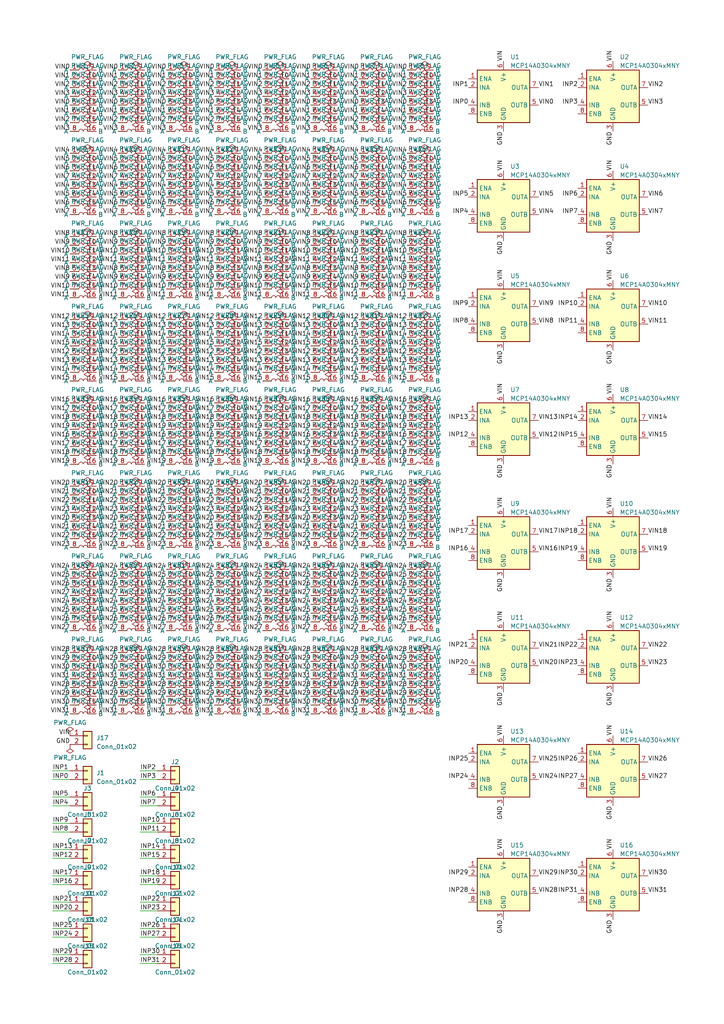
<source format=kicad_sch>
(kicad_sch (version 20230121) (generator eeschema)
  (paper "A4" portrait)
  (wire (pts (xy 90.17 78.74) (xy 92.71 78.74)))
  (wire (pts (xy 104.14 27.94) (xy 106.68 27.94)))
  (wire (pts (xy 90.17 86.36) (xy 92.71 86.36)))
  (wire (pts (xy 40.64 248.92) (xy 45.72 248.92)))
  (wire (pts (xy 20.32 121.92) (xy 22.86 121.92)))
  (wire (pts (xy 104.14 71.12) (xy 106.68 71.12)))
  (wire (pts (xy 40.64 279.4) (xy 45.72 279.4)))
  (wire (pts (xy 90.17 95.25) (xy 92.71 95.25)))
  (wire (pts (xy 76.2 165.1) (xy 78.74 165.1)))
  (wire (pts (xy 15.24 246.38) (xy 20.32 246.38)))
  (wire (pts (xy 90.17 62.23) (xy 92.71 62.23)))
  (wire (pts (xy 90.17 73.66) (xy 92.71 73.66)))
  (wire (pts (xy 48.26 62.23) (xy 50.8 62.23)))
  (wire (pts (xy 76.2 49.53) (xy 78.74 49.53)))
  (wire (pts (xy 34.29 143.51) (xy 36.83 143.51)))
  (wire (pts (xy 34.29 199.39) (xy 36.83 199.39)))
  (wire (pts (xy 90.17 134.62) (xy 92.71 134.62)))
  (wire (pts (xy 90.17 52.07) (xy 92.71 52.07)))
  (wire (pts (xy 104.14 177.8) (xy 106.68 177.8)))
  (wire (pts (xy 104.14 57.15) (xy 106.68 57.15)))
  (wire (pts (xy 118.11 170.18) (xy 120.65 170.18)))
  (wire (pts (xy 76.2 25.4) (xy 78.74 25.4)))
  (wire (pts (xy 76.2 182.88) (xy 78.74 182.88)))
  (wire (pts (xy 20.32 57.15) (xy 22.86 57.15)))
  (wire (pts (xy 34.29 107.95) (xy 36.83 107.95)))
  (wire (pts (xy 20.32 46.99) (xy 22.86 46.99)))
  (wire (pts (xy 76.2 22.86) (xy 78.74 22.86)))
  (wire (pts (xy 62.23 194.31) (xy 64.77 194.31)))
  (wire (pts (xy 118.11 30.48) (xy 120.65 30.48)))
  (wire (pts (xy 34.29 127) (xy 36.83 127)))
  (wire (pts (xy 40.64 226.06) (xy 45.72 226.06)))
  (wire (pts (xy 40.64 223.52) (xy 45.72 223.52)))
  (wire (pts (xy 90.17 177.8) (xy 92.71 177.8)))
  (wire (pts (xy 20.32 143.51) (xy 22.86 143.51)))
  (wire (pts (xy 40.64 254) (xy 45.72 254)))
  (wire (pts (xy 20.32 100.33) (xy 22.86 100.33)))
  (wire (pts (xy 118.11 172.72) (xy 120.65 172.72)))
  (wire (pts (xy 104.14 33.02) (xy 106.68 33.02)))
  (wire (pts (xy 104.14 59.69) (xy 106.68 59.69)))
  (wire (pts (xy 48.26 182.88) (xy 50.8 182.88)))
  (wire (pts (xy 20.32 116.84) (xy 22.86 116.84)))
  (wire (pts (xy 62.23 177.8) (xy 64.77 177.8)))
  (wire (pts (xy 62.23 54.61) (xy 64.77 54.61)))
  (wire (pts (xy 118.11 22.86) (xy 120.65 22.86)))
  (wire (pts (xy 20.32 194.31) (xy 22.86 194.31)))
  (wire (pts (xy 118.11 62.23) (xy 120.65 62.23)))
  (wire (pts (xy 104.14 100.33) (xy 106.68 100.33)))
  (wire (pts (xy 118.11 102.87) (xy 120.65 102.87)))
  (wire (pts (xy 104.14 127) (xy 106.68 127)))
  (wire (pts (xy 40.64 264.16) (xy 45.72 264.16)))
  (wire (pts (xy 20.32 71.12) (xy 22.86 71.12)))
  (wire (pts (xy 40.64 233.68) (xy 45.72 233.68)))
  (wire (pts (xy 62.23 44.45) (xy 64.77 44.45)))
  (wire (pts (xy 104.14 167.64) (xy 106.68 167.64)))
  (wire (pts (xy 62.23 196.85) (xy 64.77 196.85)))
  (wire (pts (xy 62.23 92.71) (xy 64.77 92.71)))
  (wire (pts (xy 76.2 116.84) (xy 78.74 116.84)))
  (wire (pts (xy 15.24 269.24) (xy 20.32 269.24)))
  (wire (pts (xy 48.26 102.87) (xy 50.8 102.87)))
  (wire (pts (xy 76.2 102.87) (xy 78.74 102.87)))
  (wire (pts (xy 62.23 158.75) (xy 64.77 158.75)))
  (wire (pts (xy 62.23 182.88) (xy 64.77 182.88)))
  (wire (pts (xy 34.29 76.2) (xy 36.83 76.2)))
  (wire (pts (xy 76.2 143.51) (xy 78.74 143.51)))
  (wire (pts (xy 62.23 119.38) (xy 64.77 119.38)))
  (wire (pts (xy 48.26 110.49) (xy 50.8 110.49)))
  (wire (pts (xy 48.26 172.72) (xy 50.8 172.72)))
  (wire (pts (xy 104.14 148.59) (xy 106.68 148.59)))
  (wire (pts (xy 118.11 105.41) (xy 120.65 105.41)))
  (wire (pts (xy 76.2 196.85) (xy 78.74 196.85)))
  (wire (pts (xy 62.23 20.32) (xy 64.77 20.32)))
  (wire (pts (xy 90.17 180.34) (xy 92.71 180.34)))
  (wire (pts (xy 118.11 27.94) (xy 120.65 27.94)))
  (wire (pts (xy 118.11 196.85) (xy 120.65 196.85)))
  (wire (pts (xy 34.29 52.07) (xy 36.83 52.07)))
  (wire (pts (xy 40.64 231.14) (xy 45.72 231.14)))
  (wire (pts (xy 118.11 207.01) (xy 120.65 207.01)))
  (wire (pts (xy 90.17 207.01) (xy 92.71 207.01)))
  (wire (pts (xy 62.23 59.69) (xy 64.77 59.69)))
  (wire (pts (xy 62.23 146.05) (xy 64.77 146.05)))
  (wire (pts (xy 118.11 46.99) (xy 120.65 46.99)))
  (wire (pts (xy 20.32 207.01) (xy 22.86 207.01)))
  (wire (pts (xy 76.2 100.33) (xy 78.74 100.33)))
  (wire (pts (xy 90.17 20.32) (xy 92.71 20.32)))
  (wire (pts (xy 34.29 172.72) (xy 36.83 172.72)))
  (wire (pts (xy 118.11 180.34) (xy 120.65 180.34)))
  (wire (pts (xy 118.11 100.33) (xy 120.65 100.33)))
  (wire (pts (xy 62.23 201.93) (xy 64.77 201.93)))
  (wire (pts (xy 20.32 110.49) (xy 22.86 110.49)))
  (wire (pts (xy 48.26 177.8) (xy 50.8 177.8)))
  (wire (pts (xy 62.23 38.1) (xy 64.77 38.1)))
  (wire (pts (xy 48.26 175.26) (xy 50.8 175.26)))
  (wire (pts (xy 20.32 148.59) (xy 22.86 148.59)))
  (wire (pts (xy 62.23 116.84) (xy 64.77 116.84)))
  (wire (pts (xy 34.29 33.02) (xy 36.83 33.02)))
  (wire (pts (xy 118.11 132.08) (xy 120.65 132.08)))
  (wire (pts (xy 76.2 81.28) (xy 78.74 81.28)))
  (wire (pts (xy 118.11 119.38) (xy 120.65 119.38)))
  (wire (pts (xy 40.64 271.78) (xy 45.72 271.78)))
  (wire (pts (xy 118.11 44.45) (xy 120.65 44.45)))
  (wire (pts (xy 34.29 95.25) (xy 36.83 95.25)))
  (wire (pts (xy 62.23 83.82) (xy 64.77 83.82)))
  (wire (pts (xy 62.23 81.28) (xy 64.77 81.28)))
  (wire (pts (xy 76.2 158.75) (xy 78.74 158.75)))
  (wire (pts (xy 20.32 153.67) (xy 22.86 153.67)))
  (wire (pts (xy 34.29 182.88) (xy 36.83 182.88)))
  (wire (pts (xy 48.26 22.86) (xy 50.8 22.86)))
  (wire (pts (xy 90.17 105.41) (xy 92.71 105.41)))
  (wire (pts (xy 118.11 20.32) (xy 120.65 20.32)))
  (wire (pts (xy 48.26 107.95) (xy 50.8 107.95)))
  (wire (pts (xy 118.11 52.07) (xy 120.65 52.07)))
  (wire (pts (xy 34.29 92.71) (xy 36.83 92.71)))
  (wire (pts (xy 104.14 119.38) (xy 106.68 119.38)))
  (wire (pts (xy 48.26 180.34) (xy 50.8 180.34)))
  (wire (pts (xy 118.11 167.64) (xy 120.65 167.64)))
  (wire (pts (xy 34.29 165.1) (xy 36.83 165.1)))
  (wire (pts (xy 34.29 81.28) (xy 36.83 81.28)))
  (wire (pts (xy 76.2 132.08) (xy 78.74 132.08)))
  (wire (pts (xy 34.29 196.85) (xy 36.83 196.85)))
  (wire (pts (xy 104.14 62.23) (xy 106.68 62.23)))
  (wire (pts (xy 48.26 116.84) (xy 50.8 116.84)))
  (wire (pts (xy 76.2 207.01) (xy 78.74 207.01)))
  (wire (pts (xy 62.23 46.99) (xy 64.77 46.99)))
  (wire (pts (xy 90.17 170.18) (xy 92.71 170.18)))
  (wire (pts (xy 118.11 140.97) (xy 120.65 140.97)))
  (wire (pts (xy 90.17 81.28) (xy 92.71 81.28)))
  (wire (pts (xy 34.29 156.21) (xy 36.83 156.21)))
  (wire (pts (xy 20.32 54.61) (xy 22.86 54.61)))
  (wire (pts (xy 90.17 54.61) (xy 92.71 54.61)))
  (wire (pts (xy 34.29 71.12) (xy 36.83 71.12)))
  (wire (pts (xy 34.29 100.33) (xy 36.83 100.33)))
  (wire (pts (xy 118.11 165.1) (xy 120.65 165.1)))
  (wire (pts (xy 62.23 68.58) (xy 64.77 68.58)))
  (wire (pts (xy 76.2 59.69) (xy 78.74 59.69)))
  (wire (pts (xy 20.32 167.64) (xy 22.86 167.64)))
  (wire (pts (xy 104.14 110.49) (xy 106.68 110.49)))
  (wire (pts (xy 118.11 92.71) (xy 120.65 92.71)))
  (wire (pts (xy 76.2 97.79) (xy 78.74 97.79)))
  (wire (pts (xy 48.26 20.32) (xy 50.8 20.32)))
  (wire (pts (xy 118.11 124.46) (xy 120.65 124.46)))
  (wire (pts (xy 76.2 76.2) (xy 78.74 76.2)))
  (wire (pts (xy 90.17 102.87) (xy 92.71 102.87)))
  (wire (pts (xy 104.14 49.53) (xy 106.68 49.53)))
  (wire (pts (xy 76.2 167.64) (xy 78.74 167.64)))
  (wire (pts (xy 118.11 95.25) (xy 120.65 95.25)))
  (wire (pts (xy 62.23 172.72) (xy 64.77 172.72)))
  (wire (pts (xy 20.32 83.82) (xy 22.86 83.82)))
  (wire (pts (xy 15.24 276.86) (xy 20.32 276.86)))
  (wire (pts (xy 76.2 129.54) (xy 78.74 129.54)))
  (wire (pts (xy 104.14 38.1) (xy 106.68 38.1)))
  (wire (pts (xy 76.2 86.36) (xy 78.74 86.36)))
  (wire (pts (xy 15.24 238.76) (xy 20.32 238.76)))
  (wire (pts (xy 20.32 68.58) (xy 22.86 68.58)))
  (wire (pts (xy 48.26 27.94) (xy 50.8 27.94)))
  (wire (pts (xy 118.11 116.84) (xy 120.65 116.84)))
  (wire (pts (xy 104.14 25.4) (xy 106.68 25.4)))
  (wire (pts (xy 104.14 207.01) (xy 106.68 207.01)))
  (wire (pts (xy 90.17 127) (xy 92.71 127)))
  (wire (pts (xy 90.17 71.12) (xy 92.71 71.12)))
  (wire (pts (xy 90.17 182.88) (xy 92.71 182.88)))
  (wire (pts (xy 20.32 107.95) (xy 22.86 107.95)))
  (wire (pts (xy 104.14 129.54) (xy 106.68 129.54)))
  (wire (pts (xy 90.17 175.26) (xy 92.71 175.26)))
  (wire (pts (xy 48.26 105.41) (xy 50.8 105.41)))
  (wire (pts (xy 62.23 165.1) (xy 64.77 165.1)))
  (wire (pts (xy 20.32 25.4) (xy 22.86 25.4)))
  (wire (pts (xy 90.17 46.99) (xy 92.71 46.99)))
  (wire (pts (xy 62.23 27.94) (xy 64.77 27.94)))
  (wire (pts (xy 76.2 30.48) (xy 78.74 30.48)))
  (wire (pts (xy 48.26 207.01) (xy 50.8 207.01)))
  (wire (pts (xy 48.26 59.69) (xy 50.8 59.69)))
  (wire (pts (xy 62.23 100.33) (xy 64.77 100.33)))
  (wire (pts (xy 118.11 194.31) (xy 120.65 194.31)))
  (wire (pts (xy 118.11 177.8) (xy 120.65 177.8)))
  (wire (pts (xy 20.32 129.54) (xy 22.86 129.54)))
  (wire (pts (xy 90.17 156.21) (xy 92.71 156.21)))
  (wire (pts (xy 76.2 54.61) (xy 78.74 54.61)))
  (wire (pts (xy 62.23 107.95) (xy 64.77 107.95)))
  (wire (pts (xy 90.17 49.53) (xy 92.71 49.53)))
  (wire (pts (xy 118.11 73.66) (xy 120.65 73.66)))
  (wire (pts (xy 104.14 46.99) (xy 106.68 46.99)))
  (wire (pts (xy 104.14 158.75) (xy 106.68 158.75)))
  (wire (pts (xy 76.2 71.12) (xy 78.74 71.12)))
  (wire (pts (xy 20.32 22.86) (xy 22.86 22.86)))
  (wire (pts (xy 15.24 279.4) (xy 20.32 279.4)))
  (wire (pts (xy 118.11 199.39) (xy 120.65 199.39)))
  (wire (pts (xy 48.26 100.33) (xy 50.8 100.33)))
  (wire (pts (xy 76.2 119.38) (xy 78.74 119.38)))
  (wire (pts (xy 90.17 44.45) (xy 92.71 44.45)))
  (wire (pts (xy 15.24 226.06) (xy 20.32 226.06)))
  (wire (pts (xy 118.11 83.82) (xy 120.65 83.82)))
  (wire (pts (xy 34.29 124.46) (xy 36.83 124.46)))
  (wire (pts (xy 104.14 124.46) (xy 106.68 124.46)))
  (wire (pts (xy 118.11 110.49) (xy 120.65 110.49)))
  (wire (pts (xy 34.29 189.23) (xy 36.83 189.23)))
  (wire (pts (xy 48.26 54.61) (xy 50.8 54.61)))
  (wire (pts (xy 118.11 129.54) (xy 120.65 129.54)))
  (wire (pts (xy 15.24 256.54) (xy 20.32 256.54)))
  (wire (pts (xy 48.26 46.99) (xy 50.8 46.99)))
  (wire (pts (xy 118.11 204.47) (xy 120.65 204.47)))
  (wire (pts (xy 90.17 158.75) (xy 92.71 158.75)))
  (wire (pts (xy 118.11 97.79) (xy 120.65 97.79)))
  (wire (pts (xy 76.2 153.67) (xy 78.74 153.67)))
  (wire (pts (xy 34.29 25.4) (xy 36.83 25.4)))
  (wire (pts (xy 104.14 199.39) (xy 106.68 199.39)))
  (wire (pts (xy 62.23 170.18) (xy 64.77 170.18)))
  (wire (pts (xy 104.14 30.48) (xy 106.68 30.48)))
  (wire (pts (xy 15.24 231.14) (xy 20.32 231.14)))
  (wire (pts (xy 15.24 271.78) (xy 20.32 271.78)))
  (wire (pts (xy 62.23 52.07) (xy 64.77 52.07)))
  (wire (pts (xy 104.14 68.58) (xy 106.68 68.58)))
  (wire (pts (xy 20.32 199.39) (xy 22.86 199.39)))
  (wire (pts (xy 48.26 151.13) (xy 50.8 151.13)))
  (wire (pts (xy 48.26 153.67) (xy 50.8 153.67)))
  (wire (pts (xy 20.32 177.8) (xy 22.86 177.8)))
  (wire (pts (xy 15.24 248.92) (xy 20.32 248.92)))
  (wire (pts (xy 76.2 46.99) (xy 78.74 46.99)))
  (wire (pts (xy 20.32 52.07) (xy 22.86 52.07)))
  (wire (pts (xy 118.11 78.74) (xy 120.65 78.74)))
  (wire (pts (xy 76.2 44.45) (xy 78.74 44.45)))
  (wire (pts (xy 118.11 158.75) (xy 120.65 158.75)))
  (wire (pts (xy 34.29 59.69) (xy 36.83 59.69)))
  (wire (pts (xy 20.32 201.93) (xy 22.86 201.93)))
  (wire (pts (xy 62.23 134.62) (xy 64.77 134.62)))
  (wire (pts (xy 90.17 25.4) (xy 92.71 25.4)))
  (wire (pts (xy 40.64 246.38) (xy 45.72 246.38)))
  (wire (pts (xy 104.14 92.71) (xy 106.68 92.71)))
  (wire (pts (xy 48.26 196.85) (xy 50.8 196.85)))
  (wire (pts (xy 104.14 86.36) (xy 106.68 86.36)))
  (wire (pts (xy 15.24 233.68) (xy 20.32 233.68)))
  (wire (pts (xy 76.2 177.8) (xy 78.74 177.8)))
  (wire (pts (xy 48.26 30.48) (xy 50.8 30.48)))
  (wire (pts (xy 40.64 261.62) (xy 45.72 261.62)))
  (wire (pts (xy 104.14 146.05) (xy 106.68 146.05)))
  (wire (pts (xy 34.29 102.87) (xy 36.83 102.87)))
  (wire (pts (xy 76.2 105.41) (xy 78.74 105.41)))
  (wire (pts (xy 34.29 62.23) (xy 36.83 62.23)))
  (wire (pts (xy 118.11 127) (xy 120.65 127)))
  (wire (pts (xy 40.64 241.3) (xy 45.72 241.3)))
  (wire (pts (xy 48.26 97.79) (xy 50.8 97.79)))
  (wire (pts (xy 62.23 143.51) (xy 64.77 143.51)))
  (wire (pts (xy 48.26 132.08) (xy 50.8 132.08)))
  (wire (pts (xy 104.14 153.67) (xy 106.68 153.67)))
  (wire (pts (xy 48.26 78.74) (xy 50.8 78.74)))
  (wire (pts (xy 15.24 254) (xy 20.32 254)))
  (wire (pts (xy 118.11 35.56) (xy 120.65 35.56)))
  (wire (pts (xy 48.26 121.92) (xy 50.8 121.92)))
  (wire (pts (xy 48.26 134.62) (xy 50.8 134.62)))
  (wire (pts (xy 76.2 78.74) (xy 78.74 78.74)))
  (wire (pts (xy 76.2 107.95) (xy 78.74 107.95)))
  (wire (pts (xy 48.26 73.66) (xy 50.8 73.66)))
  (wire (pts (xy 20.32 33.02) (xy 22.86 33.02)))
  (wire (pts (xy 48.26 129.54) (xy 50.8 129.54)))
  (wire (pts (xy 20.32 102.87) (xy 22.86 102.87)))
  (wire (pts (xy 62.23 153.67) (xy 64.77 153.67)))
  (wire (pts (xy 48.26 140.97) (xy 50.8 140.97)))
  (wire (pts (xy 62.23 140.97) (xy 64.77 140.97)))
  (wire (pts (xy 118.11 57.15) (xy 120.65 57.15)))
  (wire (pts (xy 62.23 22.86) (xy 64.77 22.86)))
  (wire (pts (xy 104.14 102.87) (xy 106.68 102.87)))
  (wire (pts (xy 40.64 276.86) (xy 45.72 276.86)))
  (wire (pts (xy 34.29 30.48) (xy 36.83 30.48)))
  (wire (pts (xy 34.29 134.62) (xy 36.83 134.62)))
  (wire (pts (xy 62.23 175.26) (xy 64.77 175.26)))
  (wire (pts (xy 76.2 134.62) (xy 78.74 134.62)))
  (wire (pts (xy 104.14 81.28) (xy 106.68 81.28)))
  (wire (pts (xy 34.29 180.34) (xy 36.83 180.34)))
  (wire (pts (xy 48.26 44.45) (xy 50.8 44.45)))
  (wire (pts (xy 48.26 191.77) (xy 50.8 191.77)))
  (wire (pts (xy 76.2 170.18) (xy 78.74 170.18)))
  (wire (pts (xy 48.26 76.2) (xy 50.8 76.2)))
  (wire (pts (xy 62.23 62.23) (xy 64.77 62.23)))
  (wire (pts (xy 48.26 156.21) (xy 50.8 156.21)))
  (wire (pts (xy 76.2 38.1) (xy 78.74 38.1)))
  (wire (pts (xy 34.29 86.36) (xy 36.83 86.36)))
  (wire (pts (xy 104.14 172.72) (xy 106.68 172.72)))
  (wire (pts (xy 20.32 20.32) (xy 22.86 20.32)))
  (wire (pts (xy 34.29 73.66) (xy 36.83 73.66)))
  (wire (pts (xy 104.14 151.13) (xy 106.68 151.13)))
  (wire (pts (xy 90.17 83.82) (xy 92.71 83.82)))
  (wire (pts (xy 118.11 54.61) (xy 120.65 54.61)))
  (wire (pts (xy 34.29 83.82) (xy 36.83 83.82)))
  (wire (pts (xy 104.14 165.1) (xy 106.68 165.1)))
  (wire (pts (xy 34.29 132.08) (xy 36.83 132.08)))
  (wire (pts (xy 104.14 95.25) (xy 106.68 95.25)))
  (wire (pts (xy 62.23 124.46) (xy 64.77 124.46)))
  (wire (pts (xy 90.17 97.79) (xy 92.71 97.79)))
  (wire (pts (xy 20.32 204.47) (xy 22.86 204.47)))
  (wire (pts (xy 62.23 30.48) (xy 64.77 30.48)))
  (wire (pts (xy 104.14 143.51) (xy 106.68 143.51)))
  (wire (pts (xy 90.17 76.2) (xy 92.71 76.2)))
  (wire (pts (xy 118.11 151.13) (xy 120.65 151.13)))
  (wire (pts (xy 20.32 158.75) (xy 22.86 158.75)))
  (wire (pts (xy 104.14 107.95) (xy 106.68 107.95)))
  (wire (pts (xy 62.23 105.41) (xy 64.77 105.41)))
  (wire (pts (xy 90.17 129.54) (xy 92.71 129.54)))
  (wire (pts (xy 20.32 95.25) (xy 22.86 95.25)))
  (wire (pts (xy 48.26 170.18) (xy 50.8 170.18)))
  (wire (pts (xy 40.64 256.54) (xy 45.72 256.54)))
  (wire (pts (xy 15.24 241.3) (xy 20.32 241.3)))
  (wire (pts (xy 34.29 167.64) (xy 36.83 167.64)))
  (wire (pts (xy 62.23 78.74) (xy 64.77 78.74)))
  (wire (pts (xy 104.14 201.93) (xy 106.68 201.93)))
  (wire (pts (xy 20.32 27.94) (xy 22.86 27.94)))
  (wire (pts (xy 20.32 191.77) (xy 22.86 191.77)))
  (wire (pts (xy 118.11 143.51) (xy 120.65 143.51)))
  (wire (pts (xy 34.29 105.41) (xy 36.83 105.41)))
  (wire (pts (xy 104.14 204.47) (xy 106.68 204.47)))
  (wire (pts (xy 48.26 57.15) (xy 50.8 57.15)))
  (wire (pts (xy 20.32 92.71) (xy 22.86 92.71)))
  (wire (pts (xy 34.29 146.05) (xy 36.83 146.05)))
  (wire (pts (xy 76.2 33.02) (xy 78.74 33.02)))
  (wire (pts (xy 62.23 49.53) (xy 64.77 49.53)))
  (wire (pts (xy 20.32 124.46) (xy 22.86 124.46)))
  (wire (pts (xy 62.23 132.08) (xy 64.77 132.08)))
  (wire (pts (xy 34.29 129.54) (xy 36.83 129.54)))
  (wire (pts (xy 62.23 97.79) (xy 64.77 97.79)))
  (wire (pts (xy 62.23 180.34) (xy 64.77 180.34)))
  (wire (pts (xy 76.2 127) (xy 78.74 127)))
  (wire (pts (xy 48.26 49.53) (xy 50.8 49.53)))
  (wire (pts (xy 34.29 78.74) (xy 36.83 78.74)))
  (wire (pts (xy 48.26 189.23) (xy 50.8 189.23)))
  (wire (pts (xy 40.64 269.24) (xy 45.72 269.24)))
  (wire (pts (xy 118.11 76.2) (xy 120.65 76.2)))
  (wire (pts (xy 76.2 140.97) (xy 78.74 140.97)))
  (wire (pts (xy 62.23 95.25) (xy 64.77 95.25)))
  (wire (pts (xy 90.17 153.67) (xy 92.71 153.67)))
  (wire (pts (xy 76.2 151.13) (xy 78.74 151.13)))
  (wire (pts (xy 48.26 92.71) (xy 50.8 92.71)))
  (wire (pts (xy 48.26 146.05) (xy 50.8 146.05)))
  (wire (pts (xy 20.32 97.79) (xy 22.86 97.79)))
  (wire (pts (xy 62.23 25.4) (xy 64.77 25.4)))
  (wire (pts (xy 104.14 78.74) (xy 106.68 78.74)))
  (wire (pts (xy 90.17 199.39) (xy 92.71 199.39)))
  (wire (pts (xy 62.23 151.13) (xy 64.77 151.13)))
  (wire (pts (xy 48.26 38.1) (xy 50.8 38.1)))
  (wire (pts (xy 90.17 30.48) (xy 92.71 30.48)))
  (wire (pts (xy 90.17 143.51) (xy 92.71 143.51)))
  (wire (pts (xy 20.32 146.05) (xy 22.86 146.05)))
  (wire (pts (xy 104.14 20.32) (xy 106.68 20.32)))
  (wire (pts (xy 15.24 261.62) (xy 20.32 261.62)))
  (wire (pts (xy 104.14 182.88) (xy 106.68 182.88)))
  (wire (pts (xy 104.14 121.92) (xy 106.68 121.92)))
  (wire (pts (xy 118.11 201.93) (xy 120.65 201.93)))
  (wire (pts (xy 104.14 52.07) (xy 106.68 52.07)))
  (wire (pts (xy 118.11 148.59) (xy 120.65 148.59)))
  (wire (pts (xy 20.32 30.48) (xy 22.86 30.48)))
  (wire (pts (xy 20.32 180.34) (xy 22.86 180.34)))
  (wire (pts (xy 20.32 49.53) (xy 22.86 49.53)))
  (wire (pts (xy 104.14 73.66) (xy 106.68 73.66)))
  (wire (pts (xy 48.26 33.02) (xy 50.8 33.02)))
  (wire (pts (xy 76.2 180.34) (xy 78.74 180.34)))
  (wire (pts (xy 76.2 52.07) (xy 78.74 52.07)))
  (wire (pts (xy 34.29 35.56) (xy 36.83 35.56)))
  (wire (pts (xy 76.2 204.47) (xy 78.74 204.47)))
  (wire (pts (xy 48.26 71.12) (xy 50.8 71.12)))
  (wire (pts (xy 90.17 189.23) (xy 92.71 189.23)))
  (wire (pts (xy 76.2 175.26) (xy 78.74 175.26)))
  (wire (pts (xy 62.23 189.23) (xy 64.77 189.23)))
  (wire (pts (xy 48.26 35.56) (xy 50.8 35.56)))
  (wire (pts (xy 118.11 49.53) (xy 120.65 49.53)))
  (wire (pts (xy 20.32 132.08) (xy 22.86 132.08)))
  (wire (pts (xy 90.17 132.08) (xy 92.71 132.08)))
  (wire (pts (xy 62.23 35.56) (xy 64.77 35.56)))
  (wire (pts (xy 15.24 223.52) (xy 20.32 223.52)))
  (wire (pts (xy 15.24 264.16) (xy 20.32 264.16)))
  (wire (pts (xy 104.14 180.34) (xy 106.68 180.34)))
  (wire (pts (xy 104.14 83.82) (xy 106.68 83.82)))
  (wire (pts (xy 34.29 207.01) (xy 36.83 207.01)))
  (wire (pts (xy 90.17 151.13) (xy 92.71 151.13)))
  (wire (pts (xy 118.11 107.95) (xy 120.65 107.95)))
  (wire (pts (xy 104.14 44.45) (xy 106.68 44.45)))
  (wire (pts (xy 34.29 177.8) (xy 36.83 177.8)))
  (wire (pts (xy 48.26 148.59) (xy 50.8 148.59)))
  (wire (pts (xy 20.32 119.38) (xy 22.86 119.38)))
  (wire (pts (xy 76.2 35.56) (xy 78.74 35.56)))
  (wire (pts (xy 48.26 158.75) (xy 50.8 158.75)))
  (wire (pts (xy 104.14 134.62) (xy 106.68 134.62)))
  (wire (pts (xy 62.23 76.2) (xy 64.77 76.2)))
  (wire (pts (xy 34.29 153.67) (xy 36.83 153.67)))
  (wire (pts (xy 48.26 165.1) (xy 50.8 165.1)))
  (wire (pts (xy 34.29 201.93) (xy 36.83 201.93)))
  (wire (pts (xy 76.2 73.66) (xy 78.74 73.66)))
  (wire (pts (xy 48.26 167.64) (xy 50.8 167.64)))
  (wire (pts (xy 48.26 52.07) (xy 50.8 52.07)))
  (wire (pts (xy 104.14 170.18) (xy 106.68 170.18)))
  (wire (pts (xy 62.23 127) (xy 64.77 127)))
  (wire (pts (xy 62.23 57.15) (xy 64.77 57.15)))
  (wire (pts (xy 76.2 57.15) (xy 78.74 57.15)))
  (wire (pts (xy 20.32 76.2) (xy 22.86 76.2)))
  (wire (pts (xy 90.17 201.93) (xy 92.71 201.93)))
  (wire (pts (xy 118.11 153.67) (xy 120.65 153.67)))
  (wire (pts (xy 118.11 146.05) (xy 120.65 146.05)))
  (wire (pts (xy 90.17 110.49) (xy 92.71 110.49)))
  (wire (pts (xy 104.14 97.79) (xy 106.68 97.79)))
  (wire (pts (xy 48.26 143.51) (xy 50.8 143.51)))
  (wire (pts (xy 34.29 175.26) (xy 36.83 175.26)))
  (wire (pts (xy 48.26 68.58) (xy 50.8 68.58)))
  (wire (pts (xy 90.17 146.05) (xy 92.71 146.05)))
  (wire (pts (xy 104.14 140.97) (xy 106.68 140.97)))
  (wire (pts (xy 90.17 116.84) (xy 92.71 116.84)))
  (wire (pts (xy 90.17 121.92) (xy 92.71 121.92)))
  (wire (pts (xy 48.26 86.36) (xy 50.8 86.36)))
  (wire (pts (xy 20.32 38.1) (xy 22.86 38.1)))
  (wire (pts (xy 104.14 194.31) (xy 106.68 194.31)))
  (wire (pts (xy 118.11 81.28) (xy 120.65 81.28)))
  (wire (pts (xy 48.26 81.28) (xy 50.8 81.28)))
  (wire (pts (xy 34.29 151.13) (xy 36.83 151.13)))
  (wire (pts (xy 90.17 27.94) (xy 92.71 27.94)))
  (wire (pts (xy 34.29 49.53) (xy 36.83 49.53)))
  (wire (pts (xy 104.14 22.86) (xy 106.68 22.86)))
  (wire (pts (xy 34.29 158.75) (xy 36.83 158.75)))
  (wire (pts (xy 62.23 129.54) (xy 64.77 129.54)))
  (wire (pts (xy 34.29 140.97) (xy 36.83 140.97)))
  (wire (pts (xy 62.23 191.77) (xy 64.77 191.77)))
  (wire (pts (xy 20.32 140.97) (xy 22.86 140.97)))
  (wire (pts (xy 62.23 71.12) (xy 64.77 71.12)))
  (wire (pts (xy 76.2 68.58) (xy 78.74 68.58)))
  (wire (pts (xy 62.23 102.87) (xy 64.77 102.87)))
  (wire (pts (xy 34.29 57.15) (xy 36.83 57.15)))
  (wire (pts (xy 20.32 78.74) (xy 22.86 78.74)))
  (wire (pts (xy 118.11 191.77) (xy 120.65 191.77)))
  (wire (pts (xy 118.11 121.92) (xy 120.65 121.92)))
  (wire (pts (xy 20.32 59.69) (xy 22.86 59.69)))
  (wire (pts (xy 118.11 71.12) (xy 120.65 71.12)))
  (wire (pts (xy 34.29 194.31) (xy 36.83 194.31)))
  (wire (pts (xy 104.14 116.84) (xy 106.68 116.84)))
  (wire (pts (xy 90.17 148.59) (xy 92.71 148.59)))
  (wire (pts (xy 90.17 140.97) (xy 92.71 140.97)))
  (wire (pts (xy 20.32 175.26) (xy 22.86 175.26)))
  (wire (pts (xy 34.29 204.47) (xy 36.83 204.47)))
  (wire (pts (xy 76.2 194.31) (xy 78.74 194.31)))
  (wire (pts (xy 34.29 54.61) (xy 36.83 54.61)))
  (wire (pts (xy 34.29 110.49) (xy 36.83 110.49)))
  (wire (pts (xy 76.2 27.94) (xy 78.74 27.94)))
  (wire (pts (xy 90.17 35.56) (xy 92.71 35.56)))
  (wire (pts (xy 76.2 62.23) (xy 78.74 62.23)))
  (wire (pts (xy 48.26 124.46) (xy 50.8 124.46)))
  (wire (pts (xy 34.29 116.84) (xy 36.83 116.84)))
  (wire (pts (xy 34.29 27.94) (xy 36.83 27.94)))
  (wire (pts (xy 40.64 238.76) (xy 45.72 238.76)))
  (wire (pts (xy 90.17 22.86) (xy 92.71 22.86)))
  (wire (pts (xy 90.17 119.38) (xy 92.71 119.38)))
  (wire (pts (xy 48.26 25.4) (xy 50.8 25.4)))
  (wire (pts (xy 20.32 105.41) (xy 22.86 105.41)))
  (wire (pts (xy 48.26 83.82) (xy 50.8 83.82)))
  (wire (pts (xy 90.17 38.1) (xy 92.71 38.1)))
  (wire (pts (xy 76.2 92.71) (xy 78.74 92.71)))
  (wire (pts (xy 48.26 204.47) (xy 50.8 204.47)))
  (wire (pts (xy 20.32 172.72) (xy 22.86 172.72)))
  (wire (pts (xy 76.2 148.59) (xy 78.74 148.59)))
  (wire (pts (xy 90.17 204.47) (xy 92.71 204.47)))
  (wire (pts (xy 62.23 86.36) (xy 64.77 86.36)))
  (wire (pts (xy 20.32 127) (xy 22.86 127)))
  (wire (pts (xy 76.2 121.92) (xy 78.74 121.92)))
  (wire (pts (xy 90.17 172.72) (xy 92.71 172.72)))
  (wire (pts (xy 62.23 207.01) (xy 64.77 207.01)))
  (wire (pts (xy 62.23 156.21) (xy 64.77 156.21)))
  (wire (pts (xy 104.14 156.21) (xy 106.68 156.21)))
  (wire (pts (xy 118.11 38.1) (xy 120.65 38.1)))
  (wire (pts (xy 34.29 170.18) (xy 36.83 170.18)))
  (wire (pts (xy 76.2 95.25) (xy 78.74 95.25)))
  (wire (pts (xy 62.23 167.64) (xy 64.77 167.64)))
  (wire (pts (xy 90.17 167.64) (xy 92.71 167.64)))
  (wire (pts (xy 76.2 146.05) (xy 78.74 146.05)))
  (wire (pts (xy 76.2 20.32) (xy 78.74 20.32)))
  (wire (pts (xy 48.26 119.38) (xy 50.8 119.38)))
  (wire (pts (xy 20.32 44.45) (xy 22.86 44.45)))
  (wire (pts (xy 76.2 83.82) (xy 78.74 83.82)))
  (wire (pts (xy 76.2 191.77) (xy 78.74 191.77)))
  (wire (pts (xy 34.29 22.86) (xy 36.83 22.86)))
  (wire (pts (xy 34.29 68.58) (xy 36.83 68.58)))
  (wire (pts (xy 48.26 127) (xy 50.8 127)))
  (wire (pts (xy 20.32 182.88) (xy 22.86 182.88)))
  (wire (pts (xy 34.29 121.92) (xy 36.83 121.92)))
  (wire (pts (xy 34.29 148.59) (xy 36.83 148.59)))
  (wire (pts (xy 76.2 199.39) (xy 78.74 199.39)))
  (wire (pts (xy 90.17 194.31) (xy 92.71 194.31)))
  (wire (pts (xy 62.23 199.39) (xy 64.77 199.39)))
  (wire (pts (xy 34.29 97.79) (xy 36.83 97.79)))
  (wire (pts (xy 62.23 121.92) (xy 64.77 121.92)))
  (wire (pts (xy 20.32 151.13) (xy 22.86 151.13)))
  (wire (pts (xy 76.2 189.23) (xy 78.74 189.23)))
  (wire (pts (xy 48.26 194.31) (xy 50.8 194.31)))
  (wire (pts (xy 90.17 100.33) (xy 92.71 100.33)))
  (wire (pts (xy 76.2 110.49) (xy 78.74 110.49)))
  (wire (pts (xy 48.26 95.25) (xy 50.8 95.25)))
  (wire (pts (xy 76.2 124.46) (xy 78.74 124.46)))
  (wire (pts (xy 104.14 76.2) (xy 106.68 76.2)))
  (wire (pts (xy 34.29 46.99) (xy 36.83 46.99)))
  (wire (pts (xy 90.17 68.58) (xy 92.71 68.58)))
  (wire (pts (xy 90.17 92.71) (xy 92.71 92.71)))
  (wire (pts (xy 62.23 204.47) (xy 64.77 204.47)))
  (wire (pts (xy 90.17 124.46) (xy 92.71 124.46)))
  (wire (pts (xy 20.32 165.1) (xy 22.86 165.1)))
  (wire (pts (xy 34.29 44.45) (xy 36.83 44.45)))
  (wire (pts (xy 34.29 119.38) (xy 36.83 119.38)))
  (wire (pts (xy 20.32 62.23) (xy 22.86 62.23)))
  (wire (pts (xy 118.11 175.26) (xy 120.65 175.26)))
  (wire (pts (xy 34.29 191.77) (xy 36.83 191.77)))
  (wire (pts (xy 20.32 189.23) (xy 22.86 189.23)))
  (wire (pts (xy 62.23 148.59) (xy 64.77 148.59)))
  (wire (pts (xy 62.23 33.02) (xy 64.77 33.02)))
  (wire (pts (xy 104.14 35.56) (xy 106.68 35.56)))
  (wire (pts (xy 90.17 165.1) (xy 92.71 165.1)))
  (wire (pts (xy 104.14 105.41) (xy 106.68 105.41)))
  (wire (pts (xy 90.17 59.69) (xy 92.71 59.69)))
  (wire (pts (xy 48.26 199.39) (xy 50.8 199.39)))
  (wire (pts (xy 90.17 191.77) (xy 92.71 191.77)))
  (wire (pts (xy 48.26 201.93) (xy 50.8 201.93)))
  (wire (pts (xy 118.11 33.02) (xy 120.65 33.02)))
  (wire (pts (xy 118.11 25.4) (xy 120.65 25.4)))
  (wire (pts (xy 34.29 20.32) (xy 36.83 20.32)))
  (wire (pts (xy 118.11 68.58) (xy 120.65 68.58)))
  (wire (pts (xy 20.32 73.66) (xy 22.86 73.66)))
  (wire (pts (xy 104.14 175.26) (xy 106.68 175.26)))
  (wire (pts (xy 104.14 196.85) (xy 106.68 196.85)))
  (wire (pts (xy 90.17 57.15) (xy 92.71 57.15)))
  (wire (pts (xy 118.11 156.21) (xy 120.65 156.21)))
  (wire (pts (xy 104.14 132.08) (xy 106.68 132.08)))
  (wire (pts (xy 90.17 33.02) (xy 92.71 33.02)))
  (wire (pts (xy 20.32 35.56) (xy 22.86 35.56)))
  (wire (pts (xy 20.32 156.21) (xy 22.86 156.21)))
  (wire (pts (xy 34.29 38.1) (xy 36.83 38.1)))
  (wire (pts (xy 20.32 134.62) (xy 22.86 134.62)))
  (wire (pts (xy 104.14 191.77) (xy 106.68 191.77)))
  (wire (pts (xy 104.14 189.23) (xy 106.68 189.23)))
  (wire (pts (xy 76.2 201.93) (xy 78.74 201.93)))
  (wire (pts (xy 62.23 110.49) (xy 64.77 110.49)))
  (wire (pts (xy 20.32 196.85) (xy 22.86 196.85)))
  (wire (pts (xy 90.17 107.95) (xy 92.71 107.95)))
  (wire (pts (xy 118.11 182.88) (xy 120.65 182.88)))
  (wire (pts (xy 76.2 156.21) (xy 78.74 156.21)))
  (wire (pts (xy 20.32 170.18) (xy 22.86 170.18)))
  (wire (pts (xy 90.17 196.85) (xy 92.71 196.85)))
  (wire (pts (xy 62.23 73.66) (xy 64.77 73.66)))
  (wire (pts (xy 20.32 86.36) (xy 22.86 86.36)))
  (wire (pts (xy 118.11 134.62) (xy 120.65 134.62)))
  (wire (pts (xy 76.2 172.72) (xy 78.74 172.72)))
  (wire (pts (xy 118.11 86.36) (xy 120.65 86.36)))
  (wire (pts (xy 20.32 81.28) (xy 22.86 81.28)))
  (wire (pts (xy 118.11 189.23) (xy 120.65 189.23)))
  (wire (pts (xy 104.14 54.61) (xy 106.68 54.61)))
  (wire (pts (xy 118.11 59.69) (xy 120.65 59.69)))
  (label "VIN29" (at 76.2 201.93 180))
  (label "VIN27" (at 90.17 172.72 180))
  (label "VIN7" (at 76.2 62.23 180))
  (label "VIN25" (at 76.2 167.64 180))
  (label "VIN9" (at 34.29 71.12 180))
  (label "VIN8" (at 20.32 78.74 180))
  (label "VIN23" (at 90.17 158.75 180))
  (label "VIN15" (at 118.11 100.33 180))
  (label "VIN29" (at 62.23 201.93 180))
  (label "VIN5" (at 90.17 46.99 180))
  (label "VIN18" (at 48.26 132.08 180))
  (label "VIN18" (at 118.11 132.08 180))
  (label "VIN21" (at 34.29 143.51 180))
  (label "VIN2" (at 187.96 25.4 0))
  (label "VIN0" (at 104.14 20.32 180))
  (label "INP15" (at 40.64 248.92 0))
  (label "INP1" (at 135.89 25.4 180))
  (label "VIN6" (at 48.26 49.53 180))
  (label "VIN29" (at 48.26 201.93 180))
  (label "VIN22" (at 20.32 146.05 180))
  (label "VIN3" (at 76.2 38.1 180))
  (label "VIN28" (at 118.11 199.39 180))
  (label "VIN16" (at 20.32 116.84 180))
  (label "VIN25" (at 34.29 177.8 180))
  (label "VIN3" (at 20.32 27.94 180))
  (label "VIN19" (at 34.29 134.62 180))
  (label "VIN30" (at 62.23 204.47 180))
  (label "VIN26" (at 118.11 170.18 180))
  (label "VIN" (at 177.8 49.53 90))
  (label "VIN8" (at 76.2 78.74 180))
  (label "GND" (at 146.05 233.68 270))
  (label "VIN8" (at 76.2 68.58 180))
  (label "VIN2" (at 34.29 35.56 180))
  (label "VIN6" (at 118.11 49.53 180))
  (label "VIN21" (at 34.29 153.67 180))
  (label "VIN22" (at 76.2 146.05 180))
  (label "VIN26" (at 90.17 180.34 180))
  (label "VIN3" (at 20.32 38.1 180))
  (label "VIN17" (at 118.11 119.38 180))
  (label "VIN24" (at 34.29 175.26 180))
  (label "INP17" (at 135.89 154.94 180))
  (label "INP24" (at 135.89 226.06 180))
  (label "VIN31" (at 48.26 196.85 180))
  (label "VIN22" (at 90.17 146.05 180))
  (label "VIN11" (at 62.23 86.36 180))
  (label "GND" (at 177.8 233.68 270))
  (label "VIN4" (at 156.21 62.23 0))
  (label "VIN27" (at 76.2 172.72 180))
  (label "VIN26" (at 76.2 180.34 180))
  (label "GND" (at 146.05 69.85 270))
  (label "VIN28" (at 104.14 199.39 180))
  (label "VIN28" (at 34.29 199.39 180))
  (label "VIN13" (at 34.29 105.41 180))
  (label "VIN16" (at 156.21 160.02 0))
  (label "VIN5" (at 48.26 46.99 180))
  (label "VIN18" (at 76.2 121.92 180))
  (label "VIN18" (at 20.32 121.92 180))
  (label "VIN8" (at 62.23 78.74 180))
  (label "VIN18" (at 90.17 121.92 180))
  (label "VIN26" (at 48.26 180.34 180))
  (label "VIN4" (at 104.14 54.61 180))
  (label "VIN5" (at 76.2 46.99 180))
  (label "VIN11" (at 90.17 86.36 180))
  (label "VIN14" (at 118.11 107.95 180))
  (label "VIN2" (at 20.32 35.56 180))
  (label "VIN24" (at 20.32 165.1 180))
  (label "VIN27" (at 76.2 182.88 180))
  (label "VIN21" (at 48.26 143.51 180))
  (label "INP4" (at 15.24 233.68 0))
  (label "VIN9" (at 34.29 81.28 180))
  (label "VIN24" (at 118.11 175.26 180))
  (label "VIN6" (at 62.23 59.69 180))
  (label "VIN5" (at 104.14 57.15 180))
  (label "VIN9" (at 20.32 71.12 180))
  (label "VIN29" (at 90.17 191.77 180))
  (label "VIN15" (at 90.17 100.33 180))
  (label "VIN30" (at 76.2 204.47 180))
  (label "VIN18" (at 104.14 132.08 180))
  (label "VIN12" (at 20.32 102.87 180))
  (label "GND" (at 177.8 200.66 270))
  (label "VIN11" (at 90.17 76.2 180))
  (label "VIN31" (at 104.14 196.85 180))
  (label "VIN17" (at 62.23 129.54 180))
  (label "VIN22" (at 118.11 156.21 180))
  (label "GND" (at 146.05 101.6 270))
  (label "INP25" (at 15.24 269.24 0))
  (label "VIN27" (at 62.23 182.88 180))
  (label "VIN23" (at 187.96 193.04 0))
  (label "VIN2" (at 34.29 25.4 180))
  (label "VIN23" (at 118.11 158.75 180))
  (label "VIN3" (at 76.2 27.94 180))
  (label "VIN10" (at 118.11 73.66 180))
  (label "GND" (at 177.8 134.62 270))
  (label "VIN16" (at 34.29 127 180))
  (label "VIN0" (at 156.21 30.48 0))
  (label "VIN0" (at 34.29 30.48 180))
  (label "VIN19" (at 20.32 124.46 180))
  (label "VIN28" (at 156.21 259.08 0))
  (label "VIN25" (at 62.23 167.64 180))
  (label "VIN" (at 146.05 114.3 90))
  (label "VIN22" (at 76.2 156.21 180))
  (label "VIN0" (at 48.26 20.32 180))
  (label "VIN0" (at 118.11 30.48 180))
  (label "VIN3" (at 104.14 27.94 180))
  (label "INP5" (at 135.89 57.15 180))
  (label "VIN29" (at 62.23 191.77 180))
  (label "VIN8" (at 90.17 68.58 180))
  (label "INP2" (at 167.64 25.4 180))
  (label "INP13" (at 15.24 246.38 0))
  (label "VIN4" (at 90.17 44.45 180))
  (label "VIN3" (at 187.96 30.48 0))
  (label "VIN4" (at 34.29 54.61 180))
  (label "VIN1" (at 62.23 22.86 180))
  (label "VIN18" (at 20.32 132.08 180))
  (label "VIN16" (at 62.23 116.84 180))
  (label "VIN2" (at 90.17 35.56 180))
  (label "VIN12" (at 90.17 102.87 180))
  (label "VIN7" (at 48.26 52.07 180))
  (label "VIN5" (at 62.23 46.99 180))
  (label "VIN27" (at 34.29 182.88 180))
  (label "INP30" (at 167.64 254 180))
  (label "GND" (at 146.05 167.64 270))
  (label "VIN6" (at 90.17 59.69 180))
  (label "VIN2" (at 62.23 25.4 180))
  (label "VIN28" (at 76.2 189.23 180))
  (label "VIN7" (at 62.23 62.23 180))
  (label "VIN29" (at 104.14 191.77 180))
  (label "VIN0" (at 104.14 30.48 180))
  (label "VIN14" (at 20.32 97.79 180))
  (label "VIN15" (at 76.2 110.49 180))
  (label "VIN25" (at 34.29 167.64 180))
  (label "VIN25" (at 48.26 177.8 180))
  (label "INP18" (at 40.64 254 0))
  (label "VIN19" (at 34.29 124.46 180))
  (label "INP17" (at 15.24 254 0))
  (label "VIN23" (at 34.29 148.59 180))
  (label "VIN4" (at 20.32 44.45 180))
  (label "VIN22" (at 34.29 156.21 180))
  (label "VIN23" (at 104.14 158.75 180))
  (label "VIN23" (at 48.26 158.75 180))
  (label "INP2" (at 40.64 223.52 0))
  (label "VIN25" (at 90.17 167.64 180))
  (label "VIN21" (at 76.2 143.51 180))
  (label "VIN30" (at 48.26 194.31 180))
  (label "INP27" (at 167.64 226.06 180))
  (label "VIN" (at 146.05 246.38 90))
  (label "INP11" (at 167.64 93.98 180))
  (label "VIN7" (at 62.23 52.07 180))
  (label "VIN2" (at 48.26 25.4 180))
  (label "VIN12" (at 156.21 127 0))
  (label "VIN10" (at 20.32 83.82 180))
  (label "VIN6" (at 34.29 59.69 180))
  (label "VIN19" (at 90.17 124.46 180))
  (label "VIN7" (at 20.32 52.07 180))
  (label "VIN2" (at 76.2 35.56 180))
  (label "VIN8" (at 48.26 78.74 180))
  (label "VIN" (at 177.8 246.38 90))
  (label "VIN20" (at 48.26 140.97 180))
  (label "VIN29" (at 76.2 191.77 180))
  (label "VIN" (at 177.8 213.36 90))
  (label "VIN23" (at 62.23 158.75 180))
  (label "VIN9" (at 62.23 71.12 180))
  (label "VIN3" (at 48.26 38.1 180))
  (label "VIN0" (at 90.17 30.48 180))
  (label "VIN11" (at 20.32 76.2 180))
  (label "VIN10" (at 187.96 88.9 0))
  (label "VIN19" (at 20.32 134.62 180))
  (label "VIN1" (at 34.29 33.02 180))
  (label "INP23" (at 167.64 193.04 180))
  (label "VIN14" (at 62.23 97.79 180))
  (label "VIN26" (at 62.23 170.18 180))
  (label "VIN9" (at 104.14 71.12 180))
  (label "VIN10" (at 104.14 83.82 180))
  (label "VIN18" (at 34.29 121.92 180))
  (label "VIN3" (at 62.23 38.1 180))
  (label "VIN4" (at 118.11 54.61 180))
  (label "VIN11" (at 76.2 86.36 180))
  (label "VIN15" (at 62.23 100.33 180))
  (label "INP22" (at 167.64 187.96 180))
  (label "VIN30" (at 34.29 194.31 180))
  (label "VIN19" (at 104.14 124.46 180))
  (label "VIN20" (at 76.2 151.13 180))
  (label "VIN5" (at 76.2 57.15 180))
  (label "VIN21" (at 20.32 143.51 180))
  (label "VIN3" (at 48.26 27.94 180))
  (label "VIN27" (at 104.14 172.72 180))
  (label "INP31" (at 40.64 279.4 0))
  (label "VIN5" (at 156.21 57.15 0))
  (label "VIN26" (at 187.96 220.98 0))
  (label "VIN16" (at 48.26 116.84 180))
  (label "VIN12" (at 34.29 102.87 180))
  (label "VIN7" (at 76.2 52.07 180))
  (label "VIN10" (at 104.14 73.66 180))
  (label "VIN14" (at 104.14 97.79 180))
  (label "VIN21" (at 62.23 153.67 180))
  (label "INP16" (at 15.24 256.54 0))
  (label "VIN22" (at 187.96 187.96 0))
  (label "VIN11" (at 118.11 76.2 180))
  (label "VIN24" (at 48.26 165.1 180))
  (label "VIN3" (at 104.14 38.1 180))
  (label "VIN18" (at 48.26 121.92 180))
  (label "VIN30" (at 48.26 204.47 180))
  (label "VIN1" (at 90.17 22.86 180))
  (label "VIN17" (at 20.32 129.54 180))
  (label "VIN13" (at 90.17 105.41 180))
  (label "VIN1" (at 104.14 22.86 180))
  (label "INP3" (at 40.64 226.06 0))
  (label "VIN31" (at 76.2 207.01 180))
  (label "VIN15" (at 48.26 100.33 180))
  (label "VIN11" (at 48.26 86.36 180))
  (label "VIN20" (at 62.23 140.97 180))
  (label "VIN28" (at 20.32 189.23 180))
  (label "VIN13" (at 76.2 95.25 180))
  (label "INP7" (at 40.64 233.68 0))
  (label "VIN25" (at 104.14 167.64 180))
  (label "VIN28" (at 62.23 199.39 180))
  (label "VIN1" (at 76.2 33.02 180))
  (label "VIN23" (at 76.2 158.75 180))
  (label "VIN23" (at 76.2 148.59 180))
  (label "VIN29" (at 34.29 191.77 180))
  (label "VIN25" (at 118.11 167.64 180))
  (label "INP1" (at 15.24 223.52 0))
  (label "INP8" (at 15.24 241.3 0))
  (label "VIN8" (at 104.14 68.58 180))
  (label "GND" (at 177.8 167.64 270))
  (label "VIN15" (at 90.17 110.49 180))
  (label "VIN15" (at 34.29 110.49 180))
  (label "VIN31" (at 62.23 196.85 180))
  (label "VIN0" (at 48.26 30.48 180))
  (label "VIN22" (at 62.23 146.05 180))
  (label "VIN13" (at 156.21 121.92 0))
  (label "VIN28" (at 62.23 189.23 180))
  (label "VIN13" (at 76.2 105.41 180))
  (label "VIN27" (at 20.32 172.72 180))
  (label "INP10" (at 40.64 238.76 0))
  (label "VIN1" (at 118.11 22.86 180))
  (label "INP27" (at 40.64 271.78 0))
  (label "VIN30" (at 104.14 204.47 180))
  (label "VIN24" (at 156.21 226.06 0))
  (label "INP28" (at 135.89 259.08 180))
  (label "VIN21" (at 62.23 143.51 180))
  (label "VIN26" (at 104.14 170.18 180))
  (label "VIN13" (at 34.29 95.25 180))
  (label "VIN23" (at 90.17 148.59 180))
  (label "VIN16" (at 76.2 127 180))
  (label "VIN20" (at 104.14 140.97 180))
  (label "VIN22" (at 34.29 146.05 180))
  (label "VIN0" (at 76.2 30.48 180))
  (label "VIN8" (at 118.11 68.58 180))
  (label "VIN7" (at 90.17 52.07 180))
  (label "INP22" (at 40.64 261.62 0))
  (label "VIN12" (at 104.14 92.71 180))
  (label "VIN29" (at 20.32 201.93 180))
  (label "VIN10" (at 90.17 73.66 180))
  (label "VIN26" (at 76.2 170.18 180))
  (label "VIN22" (at 104.14 156.21 180))
  (label "VIN17" (at 90.17 119.38 180))
  (label "VIN30" (at 20.32 194.31 180))
  (label "VIN28" (at 34.29 189.23 180))
  (label "VIN12" (at 62.23 102.87 180))
  (label "INP24" (at 15.24 271.78 0))
  (label "VIN21" (at 90.17 153.67 180))
  (label "VIN21" (at 90.17 143.51 180))
  (label "VIN16" (at 104.14 116.84 180))
  (label "VIN14" (at 76.2 107.95 180))
  (label "INP30" (at 40.64 276.86 0))
  (label "VIN6" (at 62.23 49.53 180))
  (label "VIN1" (at 90.17 33.02 180))
  (label "VIN26" (at 118.11 180.34 180))
  (label "VIN2" (at 118.11 35.56 180))
  (label "VIN22" (at 48.26 156.21 180))
  (label "VIN8" (at 156.21 93.98 0))
  (label "VIN12" (at 20.32 92.71 180))
  (label "VIN" (at 177.8 147.32 90))
  (label "INP6" (at 167.64 57.15 180))
  (label "VIN1" (at 20.32 22.86 180))
  (label "VIN" (at 146.05 213.36 90))
  (label "VIN28" (at 118.11 189.23 180))
  (label "VIN6" (at 20.32 49.53 180))
  (label "VIN8" (at 118.11 78.74 180))
  (label "VIN24" (at 62.23 175.26 180))
  (label "VIN13" (at 20.32 105.41 180))
  (label "INP31" (at 167.64 259.08 180))
  (label "VIN30" (at 90.17 204.47 180))
  (label "VIN13" (at 20.32 95.25 180))
  (label "VIN11" (at 34.29 86.36 180))
  (label "VIN10" (at 48.26 83.82 180))
  (label "VIN27" (at 187.96 226.06 0))
  (label "VIN17" (at 48.26 129.54 180))
  (label "VIN31" (at 34.29 207.01 180))
  (label "INP21" (at 135.89 187.96 180))
  (label "VIN26" (at 62.23 180.34 180))
  (label "VIN2" (at 90.17 25.4 180))
  (label "VIN6" (at 90.17 49.53 180))
  (label "VIN8" (at 48.26 68.58 180))
  (label "INP23" (at 40.64 264.16 0))
  (label "VIN5" (at 20.32 46.99 180))
  (label "VIN31" (at 118.11 207.01 180))
  (label "VIN10" (at 76.2 73.66 180))
  (label "INP15" (at 167.64 127 180))
  (label "VIN28" (at 48.26 189.23 180))
  (label "VIN20" (at 48.26 151.13 180))
  (label "VIN" (at 146.05 49.53 90))
  (label "INP26" (at 167.64 220.98 180))
  (label "VIN1" (at 48.26 22.86 180))
  (label "VIN31" (at 104.14 207.01 180))
  (label "VIN31" (at 62.23 207.01 180))
  (label "VIN21" (at 118.11 143.51 180))
  (label "VIN15" (at 20.32 110.49 180))
  (label "VIN18" (at 76.2 132.08 180))
  (label "GND" (at 146.05 200.66 270))
  (label "INP29" (at 135.89 254 180))
  (label "VIN1" (at 34.29 22.86 180))
  (label "VIN2" (at 104.14 25.4 180))
  (label "VIN29" (at 118.11 191.77 180))
  (label "VIN4" (at 104.14 44.45 180))
  (label "VIN12" (at 104.14 102.87 180))
  (label "VIN5" (at 62.23 57.15 180))
  (label "VIN9" (at 90.17 81.28 180))
  (label "VIN14" (at 48.26 107.95 180))
  (label "VIN11" (at 118.11 86.36 180))
  (label "VIN11" (at 76.2 76.2 180))
  (label "VIN17" (at 34.29 129.54 180))
  (label "VIN23" (at 34.29 158.75 180))
  (label "VIN24" (at 76.2 165.1 180))
  (label "VIN12" (at 76.2 102.87 180))
  (label "GND" (at 177.8 101.6 270))
  (label "VIN13" (at 62.23 105.41 180))
  (label "INP20" (at 135.89 193.04 180))
  (label "VIN26" (at 48.26 170.18 180))
  (label "VIN14" (at 34.29 107.95 180))
  (label "VIN6" (at 76.2 49.53 180))
  (label "VIN27" (at 48.26 182.88 180))
  (label "VIN3" (at 118.11 38.1 180))
  (label "VIN29" (at 118.11 201.93 180))
  (label "VIN14" (at 34.29 97.79 180))
  (label "VIN11" (at 104.14 86.36 180))
  (label "VIN29" (at 20.32 191.77 180))
  (label "VIN7" (at 34.29 52.07 180))
  (label "VIN3" (at 62.23 27.94 180))
  (label "VIN27" (at 48.26 172.72 180))
  (label "VIN14" (at 90.17 97.79 180))
  (label "VIN22" (at 104.14 146.05 180))
  (label "VIN27" (at 62.23 172.72 180))
  (label "INP26" (at 40.64 269.24 0))
  (label "VIN29" (at 48.26 191.77 180))
  (label "VIN13" (at 104.14 105.41 180))
  (label "VIN7" (at 118.11 52.07 180))
  (label "INP8" (at 135.89 93.98 180))
  (label "VIN9" (at 104.14 81.28 180))
  (label "VIN1" (at 76.2 22.86 180))
  (label "INP9" (at 15.24 238.76 0))
  (label "VIN21" (at 156.21 187.96 0))
  (label "VIN14" (at 118.11 97.79 180))
  (label "VIN10" (at 90.17 83.82 180))
  (label "VIN8" (at 104.14 78.74 180))
  (label "VIN29" (at 156.21 254 0))
  (label "INP29" (at 15.24 276.86 0))
  (label "VIN26" (at 90.17 170.18 180))
  (label "VIN29" (at 90.17 201.93 180))
  (label "VIN27" (at 118.11 182.88 180))
  (label "VIN12" (at 62.23 92.71 180))
  (label "VIN9" (at 20.32 81.28 180))
  (label "INP6" (at 40.64 231.14 0))
  (label "VIN24" (at 62.23 165.1 180))
  (label "VIN25" (at 20.32 177.8 180))
  (label "VIN20" (at 34.29 140.97 180))
  (label "VIN16" (at 90.17 116.84 180))
  (label "VIN5" (at 20.32 57.15 180))
  (label "VIN28" (at 48.26 199.39 180))
  (label "VIN20" (at 118.11 151.13 180))
  (label "VIN" (at 146.05 17.78 90))
  (label "VIN7" (at 20.32 62.23 180))
  (label "VIN25" (at 48.26 167.64 180))
  (label "INP4" (at 135.89 62.23 180))
  (label "VIN7" (at 187.96 62.23 0))
  (label "VIN24" (at 104.14 175.26 180))
  (label "VIN30" (at 62.23 194.31 180))
  (label "VIN23" (at 104.14 148.59 180))
  (label "GND" (at 177.8 69.85 270))
  (label "VIN6" (at 118.11 59.69 180))
  (label "VIN12" (at 76.2 92.71 180))
  (label "VIN1" (at 48.26 33.02 180))
  (label "INP21" (at 15.24 261.62 0))
  (label "GND" (at 146.05 38.1 270))
  (label "VIN18" (at 118.11 121.92 180))
  (label "VIN18" (at 34.29 132.08 180))
  (label "VIN26" (at 34.29 180.34 180))
  (label "VIN13" (at 62.23 95.25 180))
  (label "VIN26" (at 20.32 170.18 180))
  (label "VIN7" (at 118.11 62.23 180))
  (label "VIN7" (at 48.26 62.23 180))
  (label "VIN9" (at 156.21 88.9 0))
  (label "VIN2" (at 20.32 25.4 180))
  (label "VIN11" (at 48.26 76.2 180))
  (label "VIN0" (at 20.32 30.48 180))
  (label "VIN30" (at 90.17 194.31 180))
  (label "INP10" (at 167.64 88.9 180))
  (label "VIN19" (at 187.96 160.02 0))
  (label "VIN6" (at 187.96 57.15 0))
  (label "VIN22" (at 20.32 156.21 180))
  (label "VIN11" (at 62.23 76.2 180))
  (label "VIN31" (at 20.32 196.85 180))
  (label "INP3" (at 167.64 30.48 180))
  (label "VIN0" (at 34.29 20.32 180))
  (label "VIN19" (at 118.11 134.62 180))
  (label "VIN20" (at 104.14 151.13 180))
  (label "VIN5" (at 48.26 57.15 180))
  (label "VIN9" (at 62.23 81.28 180))
  (label "VIN" (at 177.8 114.3 90))
  (label "INP12" (at 135.89 127 180))
  (label "VIN24" (at 90.17 175.26 180))
  (label "INP5" (at 15.24 231.14 0))
  (label "VIN9" (at 90.17 71.12 180))
  (label "VIN8" (at 20.32 68.58 180))
  (label "VIN5" (at 104.14 46.99 180))
  (label "VIN14" (at 187.96 121.92 0))
  (label "GND" (at 20.32 215.9 180))
  (label "VIN5" (at 118.11 57.15 180))
  (label "VIN30" (at 118.11 204.47 180))
  (label "VIN19" (at 48.26 124.46 180))
  (label "VIN16" (at 20.32 127 180))
  (label "GND" (at 146.05 134.62 270))
  (label "VIN17" (at 104.14 119.38 180))
  (label "VIN0" (at 118.11 20.32 180))
  (label "VIN31" (at 187.96 259.08 0))
  (label "VIN10" (at 34.29 73.66 180))
  (label "VIN1" (at 118.11 33.02 180))
  (label "VIN31" (at 118.11 196.85 180))
  (label "VIN15" (at 118.11 110.49 180))
  (label "VIN9" (at 76.2 71.12 180))
  (label "INP25" (at 135.89 220.98 180))
  (label "VIN4" (at 118.11 44.45 180))
  (label "VIN29" (at 34.29 201.93 180))
  (label "VIN8" (at 34.29 68.58 180))
  (label "VIN24" (at 118.11 165.1 180))
  (label "VIN17" (at 76.2 119.38 180))
  (label "VIN12" (at 118.11 92.71 180))
  (label "VIN1" (at 62.23 33.02 180))
  (label "VIN10" (at 62.23 73.66 180))
  (label "VIN6" (at 76.2 59.69 180))
  (label "VIN24" (at 76.2 175.26 180))
  (label "VIN2" (at 104.14 35.56 180))
  (label "VIN26" (at 34.29 170.18 180))
  (label "VIN27" (at 118.11 172.72 180))
  (label "VIN24" (at 48.26 175.26 180))
  (label "VIN15" (at 104.14 110.49 180))
  (label "VIN" (at 146.05 180.34 90))
  (label "VIN16" (at 118.11 116.84 180))
  (label "VIN19" (at 62.23 134.62 180))
  (label "VIN22" (at 48.26 146.05 180))
  (label "VIN16" (at 118.11 127 180))
  (label "VIN9" (at 76.2 81.28 180))
  (label "INP0" (at 15.24 226.06 0))
  (label "VIN6" (at 34.29 49.53 180))
  (label "VIN16" (at 62.23 127 180))
  (label "VIN21" (at 104.14 153.67 180))
  (label "VIN17" (at 62.23 119.38 180))
  (label "VIN3" (at 118.11 27.94 180))
  (label "VIN20" (at 118.11 140.97 180))
  (label "VIN25" (at 90.17 177.8 180))
  (label "VIN4" (at 34.29 44.45 180))
  (label "VIN17" (at 156.21 154.94 0))
  (label "VIN14" (at 104.14 107.95 180))
  (label "VIN25" (at 76.2 177.8 180))
  (label "VIN1" (at 156.21 25.4 0))
  (label "VIN3" (at 90.17 38.1 180))
  (label "VIN9" (at 118.11 71.12 180))
  (label "VIN5" (at 34.29 57.15 180))
  (label "VIN25" (at 104.14 177.8 180))
  (label "VIN15" (at 76.2 100.33 180))
  (label "VIN19" (at 62.23 124.46 180))
  (label "VIN22" (at 90.17 156.21 180))
  (label "VIN20" (at 34.29 151.13 180))
  (label "VIN7" (at 34.29 62.23 180))
  (label "VIN19" (at 76.2 124.46 180))
  (label "VIN0" (at 62.23 20.32 180))
  (label "VIN24" (at 20.32 175.26 180))
  (label "INP7" (at 167.64 62.23 180))
  (label "VIN6" (at 48.26 59.69 180))
  (label "VIN4" (at 62.23 44.45 180))
  (label "VIN19" (at 76.2 134.62 180))
  (label "INP19" (at 167.64 160.02 180))
  (label "VIN30" (at 187.96 254 0))
  (label "VIN20" (at 20.32 140.97 180))
  (label "VIN21" (at 20.32 153.67 180))
  (label "VIN31" (at 34.29 196.85 180))
  (label "VIN20" (at 90.17 140.97 180))
  (label "INP14" (at 40.64 246.38 0))
  (label "VIN12" (at 90.17 92.71 180))
  (label "VIN4" (at 48.26 54.61 180))
  (label "VIN18" (at 62.23 132.08 180))
  (label "VIN30" (at 118.11 194.31 180))
  (label "VIN12" (at 34.29 92.71 180))
  (label "VIN4" (at 76.2 44.45 180))
  (label "VIN17" (at 76.2 129.54 180))
  (label "VIN13" (at 118.11 95.25 180))
  (label "VIN9" (at 48.26 71.12 180))
  (label "INP28" (at 15.24 279.4 0))
  (label "VIN17" (at 34.29 119.38 180))
  (label "VIN17" (at 90.17 129.54 180))
  (label "VIN26" (at 104.14 180.34 180))
  (label "VIN7" (at 104.14 62.23 180))
  (label "VIN21" (at 48.26 153.67 180))
  (label "VIN23" (at 20.32 148.59 180))
  (label "VIN19" (at 48.26 134.62 180))
  (label "VIN17" (at 20.32 119.38 180))
  (label "VIN31" (at 76.2 196.85 180))
  (label "VIN18" (at 187.96 154.94 0))
  (label "VIN0" (at 20.32 20.32 180))
  (label "VIN6" (at 104.14 49.53 180))
  (label "VIN10" (at 118.11 83.82 180))
  (label "VIN14" (at 20.32 107.95 180))
  (label "VIN30" (at 76.2 194.31 180))
  (label "VIN20" (at 62.23 151.13 180))
  (label "VIN26" (at 20.32 180.34 180))
  (label "VIN20" (at 156.21 193.04 0))
  (label "VIN4" (at 62.23 54.61 180))
  (label "VIN1" (at 104.14 33.02 180))
  (label "VIN15" (at 104.14 100.33 180))
  (label "VIN10" (at 34.29 83.82 180))
  (label "VIN14" (at 62.23 107.95 180))
  (label "VIN17" (at 118.11 129.54 180))
  (label "VIN10" (at 20.32 73.66 180))
  (label "VIN20" (at 20.32 151.13 180))
  (label "VIN" (at 177.8 81.28 90))
  (label "VIN25" (at 118.11 177.8 180))
  (label "VIN5" (at 90.17 57.15 180))
  (label "VIN15" (at 34.29 100.33 180))
  (label "VIN29" (at 104.14 201.93 180))
  (label "VIN31" (at 20.32 207.01 180))
  (label "VIN2" (at 118.11 25.4 180))
  (label "VIN7" (at 90.17 62.23 180))
  (label "VIN18" (at 62.23 121.92 180))
  (label "VIN14" (at 48.26 97.79 180))
  (label "VIN0" (at 76.2 20.32 180))
  (label "VIN17" (at 48.26 119.38 180))
  (label "VIN15" (at 48.26 110.49 180))
  (label "VIN9" (at 118.11 81.28 180))
  (label "VIN23" (at 118.11 148.59 180))
  (label "VIN19" (at 104.14 134.62 180))
  (label "VIN6" (at 20.32 59.69 180))
  (label "VIN4" (at 48.26 44.45 180))
  (label "VIN5" (at 118.11 46.99 180))
  (label "VIN23" (at 20.32 158.75 180))
  (label "VIN11" (at 34.29 76.2 180))
  (label "VIN23" (at 62.23 148.59 180))
  (label "VIN12" (at 48.26 92.71 180))
  (label "VIN22" (at 62.23 156.21 180))
  (label "VIN14" (at 76.2 97.79 180))
  (label "VIN11" (at 20.32 86.36 180))
  (label "VIN19" (at 90.17 134.62 180))
  (label "VIN3" (at 90.17 27.94 180))
  (label "INP14" (at 167.64 121.92 180))
  (label "VIN12" (at 48.26 102.87 180))
  (label "VIN10" (at 48.26 73.66 180))
  (label "INP0" (at 135.89 30.48 180))
  (label "VIN24" (at 90.17 165.1 180))
  (label "GND" (at 177.8 266.7 270))
  (label "INP12" (at 15.24 248.92 0))
  (label "VIN24" (at 34.29 165.1 180))
  (label "VIN21" (at 118.11 153.67 180))
  (label "VIN25" (at 20.32 167.64 180))
  (label "VIN13" (at 90.17 95.25 180))
  (label "VIN4" (at 90.17 54.61 180))
  (label "VIN30" (at 34.29 204.47 180))
  (label "GND" (at 146.05 266.7 270))
  (label "VIN28" (at 20.32 199.39 180))
  (label "INP9" (at 135.89 88.9 180))
  (label "VIN21" (at 76.2 153.67 180))
  (label "VIN30" (at 104.14 194.31 180))
  (label "VIN5" (at 34.29 46.99 180))
  (label "VIN27" (at 104.14 182.88 180))
  (label "VIN23" (at 48.26 148.59 180))
  (label "VIN3" (at 34.29 38.1 180))
  (label "INP19" (at 40.64 256.54 0))
  (label "VIN" (at 177.8 17.78 90))
  (label "INP20" (at 15.24 264.16 0))
  (label "VIN15" (at 187.96 127 0))
  (label "VIN8" (at 34.29 78.74 180))
  (label "VIN31" (at 90.17 207.01 180))
  (label "VIN28" (at 104.14 189.23 180))
  (label "VIN12" (at 118.11 102.87 180))
  (label "VIN18" (at 104.14 121.92 180))
  (label "VIN19" (at 118.11 124.46 180))
  (label "VIN13" (at 118.11 105.41 180))
  (label "VIN0" (at 62.23 30.48 180))
  (label "VIN28" (at 90.17 189.23 180))
  (label "VIN30" (at 20.32 204.47 180))
  (label "VIN13" (at 48.26 95.25 180))
  (label "GND" (at 177.8 38.1 270))
  (label "INP13" (at 135.89 121.92 180))
  (label "VIN0" (at 90.17 20.32 180))
  (label "INP11" (at 40.64 241.3 0))
  (label "VIN2" (at 76.2 25.4 180))
  (label "INP16" (at 135.89 160.02 180))
  (label "VIN25" (at 156.21 220.98 0))
  (label "VIN4" (at 20.32 54.61 180))
  (label "VIN15" (at 62.23 110.49 180))
  (label "VIN16" (at 90.17 127 180))
  (label "VIN22" (at 118.11 146.05 180))
  (label "VIN13" (at 104.14 95.25 180))
  (label "VIN31" (at 48.26 207.01 180))
  (label "VIN16" (at 76.2 116.84 180))
  (label "VIN16" (at 104.14 127 180))
  (label "VIN10" (at 62.23 83.82 180))
  (label "VIN28" (at 76.2 199.39 180))
  (label "VIN" (at 177.8 180.34 90))
  (label "VIN1" (at 20.32 33.02 180))
  (label "VIN9" (at 48.26 81.28 180))
  (label "VIN24" (at 104.14 165.1 180))
  (label "VIN8" (at 90.17 78.74 180))
  (label "VIN13" (at 48.26 105.41 180))
  (label "VIN6" (at 104.14 59.69 180))
  (label "VIN7" (at 104.14 52.07 180))
  (label "VIN21" (at 104.14 143.51 180))
  (label "VIN16" (at 48.26 127 180))
  (label "VIN11" (at 104.14 76.2 180))
  (label "VIN2" (at 62.23 35.56 180))
  (label "VIN" (at 20.32 213.36 180))
  (label "VIN27" (at 20.32 182.88 180))
  (label "VIN27" (at 34.29 172.72 180))
  (label "VIN4" (at 76.2 54.61 180))
  (label "VIN2" (at 48.26 35.56 180))
  (label "VIN11" (at 187.96 93.98 0))
  (label "VIN" (at 146.05 147.32 90))
  (label "VIN3" (at 34.29 27.94 180))
  (label "VIN10" (at 76.2 83.82 180))
  (label "VIN28" (at 90.17 199.39 180))
  (label "VIN18" (at 90.17 132.08 180))
  (label "INP18" (at 167.64 154.94 180))
  (label "VIN" (at 146.05 81.28 90))
  (label "VIN17" (at 104.14 129.54 180))
  (label "VIN15" (at 20.32 100.33 180))
  (label "VIN16" (at 34.29 116.84 180))
  (label "VIN20" (at 76.2 140.97 180))
  (label "VIN20" (at 90.17 151.13 180))
  (label "VIN8" (at 62.23 68.58 180))
  (label "VIN14" (at 90.17 107.95 180))
  (label "VIN25" (at 62.23 177.8 180))
  (label "VIN31" (at 90.17 196.85 180))
  (label "VIN27" (at 90.17 182.88 180))
  (symbol (lib_id "power:PWR_FLAG") (at 67.31 57.15 0) (unit 1)
    (property "Reference" "#FLG0108" (effects hide))
    (property "Value" "PWR_FLAG" (at 67.31 53.34 0))
  )
  (symbol (lib_id "power:PWR_FLAG") (at 109.22 30.48 0) (unit 1)
    (property "Reference" "#FLG039" (effects hide))
    (property "Value" "PWR_FLAG" (at 109.22 26.67 0))
  )
  (symbol (lib_id "TacTile:8_coil_solenoid") (at 38.1 20.32 0) (unit 1)
    (property "Reference" "L2" (at 38.1 19.05 0))
    (property "Value" "8_coil_solenoid" (effects hide))
    (property "Footprint" "TacTile:8_coil_solenoid_SMD" (effects hide))
  )
  (symbol (lib_id "Driver_FET:MCP14A0304xMNY") (at 146.05 27.94 0) (unit 1)
    (property "Reference" "U1" (at 148.0059 16.51 0) (effects (justify left)))
    (property "Value" "MCP14A0304xMNY" (at 148.0059 19.05 0) (effects (justify left)))
    (property "Footprint" "Package_DFN_QFN:WDFN-8-1EP_3x2mm_P0.5mm_EP1.3x1.4mm" (effects hide))
    (property "Datasheet" "http://ww1.microchip.com/downloads/en/DeviceDoc/MCP14A0303_4_5-Data-Sheet-20006046A.pdf" (effects hide))
  )
  (symbol (lib_id "power:PWR_FLAG") (at 95.25 73.66 0) (unit 1)
    (property "Reference" "#FLG0150" (effects hide))
    (property "Value" "PWR_FLAG" (at 95.25 69.85 0))
  )
  (symbol (lib_id "power:PWR_FLAG") (at 81.28 146.05 0) (unit 1)
    (property "Reference" "#FLG0341" (effects hide))
    (property "Value" "PWR_FLAG" (at 81.28 142.24 0))
  )
  (symbol (lib_id "power:PWR_FLAG") (at 109.22 196.85 0) (unit 1)
    (property "Reference" "#FLG0479" (effects hide))
    (property "Value" "PWR_FLAG" (at 109.22 193.04 0))
  )
  (symbol (lib_id "Connector_Generic:Conn_01x02") (at 50.8 246.38 0) (unit 1)
    (property "Reference" "J8" (at 50.8 243.84 0))
    (property "Value" "Conn_01x02" (at 50.8 251.46 0))
    (property "Footprint" "Connector_PinHeader_1.27mm:PinHeader_1x02_P1.27mm_Vertical" (effects hide))
  )
  (symbol (lib_id "power:PWR_FLAG") (at 95.25 172.72 0) (unit 1)
    (property "Reference" "#FLG0414" (effects hide))
    (property "Value" "PWR_FLAG" (at 95.25 168.91 0))
  )
  (symbol (lib_id "power:PWR_FLAG") (at 95.25 196.85 0) (unit 1)
    (property "Reference" "#FLG0478" (effects hide))
    (property "Value" "PWR_FLAG" (at 95.25 193.04 0))
  )
  (symbol (lib_id "power:PWR_FLAG") (at 109.22 83.82 0) (unit 1)
    (property "Reference" "#FLG0183" (effects hide))
    (property "Value" "PWR_FLAG" (at 109.22 80.01 0))
  )
  (symbol (lib_id "power:PWR_FLAG") (at 81.28 148.59 0) (unit 1)
    (property "Reference" "#FLG0349" (effects hide))
    (property "Value" "PWR_FLAG" (at 81.28 144.78 0))
  )
  (symbol (lib_id "power:PWR_FLAG") (at 25.4 71.12 0) (unit 1)
    (property "Reference" "#FLG0137" (effects hide))
    (property "Value" "PWR_FLAG" (at 25.4 67.31 0))
  )
  (symbol (lib_id "power:PWR_FLAG") (at 39.37 78.74 0) (unit 1)
    (property "Reference" "#FLG0162" (effects hide))
    (property "Value" "PWR_FLAG" (at 39.37 74.93 0))
  )
  (symbol (lib_id "power:PWR_FLAG") (at 67.31 35.56 0) (unit 1)
    (property "Reference" "#FLG052" (effects hide))
    (property "Value" "PWR_FLAG" (at 67.31 31.75 0))
  )
  (symbol (lib_id "power:PWR_FLAG") (at 95.25 95.25 0) (unit 1)
    (property "Reference" "#FLG0206" (effects hide))
    (property "Value" "PWR_FLAG" (at 95.25 91.44 0))
  )
  (symbol (lib_id "power:PWR_FLAG") (at 109.22 59.69 0) (unit 1)
    (property "Reference" "#FLG0119" (effects hide))
    (property "Value" "PWR_FLAG" (at 109.22 55.88 0))
  )
  (symbol (lib_id "Connector_Generic:Conn_01x02") (at 50.8 269.24 0) (unit 1)
    (property "Reference" "J14" (at 50.8 266.7 0))
    (property "Value" "Conn_01x02" (at 50.8 274.32 0))
    (property "Footprint" "Connector_PinHeader_1.27mm:PinHeader_1x02_P1.27mm_Vertical" (effects hide))
  )
  (symbol (lib_id "power:PWR_FLAG") (at 109.22 22.86 0) (unit 1)
    (property "Reference" "#FLG015" (effects hide))
    (property "Value" "PWR_FLAG" (at 109.22 19.05 0))
  )
  (symbol (lib_id "power:PWR_FLAG") (at 25.4 110.49 0) (unit 1)
    (property "Reference" "#FLG0249" (effects hide))
    (property "Value" "PWR_FLAG" (at 25.4 106.68 0))
  )
  (symbol (lib_id "power:PWR_FLAG") (at 123.19 129.54 0) (unit 1)
    (property "Reference" "#FLG0304" (effects hide))
    (property "Value" "PWR_FLAG" (at 123.19 125.73 0))
  )
  (symbol (lib_id "power:PWR_FLAG") (at 39.37 148.59 0) (unit 1)
    (property "Reference" "#FLG0346" (effects hide))
    (property "Value" "PWR_FLAG" (at 39.37 144.78 0))
  )
  (symbol (lib_id "power:PWR_FLAG") (at 53.34 119.38 0) (unit 1)
    (property "Reference" "#FLG0267" (effects hide))
    (property "Value" "PWR_FLAG" (at 53.34 115.57 0))
  )
  (symbol (lib_id "power:PWR_FLAG") (at 81.28 167.64 0) (unit 1)
    (property "Reference" "#FLG0397" (effects hide))
    (property "Value" "PWR_FLAG" (at 81.28 163.83 0))
  )
  (symbol (lib_id "power:PWR_FLAG") (at 123.19 25.4 0) (unit 1)
    (property "Reference" "#FLG024" (effects hide))
    (property "Value" "PWR_FLAG" (at 123.19 21.59 0))
  )
  (symbol (lib_id "power:PWR_FLAG") (at 67.31 71.12 0) (unit 1)
    (property "Reference" "#FLG0140" (effects hide))
    (property "Value" "PWR_FLAG" (at 67.31 67.31 0))
  )
  (symbol (lib_id "power:PWR_FLAG") (at 39.37 196.85 0) (unit 1)
    (property "Reference" "#FLG0474" (effects hide))
    (property "Value" "PWR_FLAG" (at 39.37 193.04 0))
  )
  (symbol (lib_id "power:PWR_FLAG") (at 123.19 158.75 0) (unit 1)
    (property "Reference" "#FLG0384" (effects hide))
    (property "Value" "PWR_FLAG" (at 123.19 154.94 0))
  )
  (symbol (lib_id "Driver_FET:MCP14A0304xMNY") (at 177.8 223.52 0) (unit 1)
    (property "Reference" "U14" (at 179.7559 212.09 0) (effects (justify left)))
    (property "Value" "MCP14A0304xMNY" (at 179.7559 214.63 0) (effects (justify left)))
    (property "Footprint" "Package_DFN_QFN:WDFN-8-1EP_3x2mm_P0.5mm_EP1.3x1.4mm" (effects hide))
    (property "Datasheet" "http://ww1.microchip.com/downloads/en/DeviceDoc/MCP14A0303_4_5-Data-Sheet-20006046A.pdf" (effects hide))
  )
  (symbol (lib_id "power:PWR_FLAG") (at 67.31 165.1 0) (unit 1)
    (property "Reference" "#FLG0388" (effects hide))
    (property "Value" "PWR_FLAG" (at 67.31 161.29 0))
  )
  (symbol (lib_id "power:PWR_FLAG") (at 95.25 194.31 0) (unit 1)
    (property "Reference" "#FLG0470" (effects hide))
    (property "Value" "PWR_FLAG" (at 95.25 190.5 0))
  )
  (symbol (lib_id "power:PWR_FLAG") (at 67.31 116.84 0) (unit 1)
    (property "Reference" "#FLG0260" (effects hide))
    (property "Value" "PWR_FLAG" (at 67.31 113.03 0))
  )
  (symbol (lib_id "power:PWR_FLAG") (at 53.34 38.1 0) (unit 1)
    (property "Reference" "#FLG059" (effects hide))
    (property "Value" "PWR_FLAG" (at 53.34 34.29 0))
  )
  (symbol (lib_id "power:PWR_FLAG") (at 39.37 54.61 0) (unit 1)
    (property "Reference" "#FLG098" (effects hide))
    (property "Value" "PWR_FLAG" (at 39.37 50.8 0))
  )
  (symbol (lib_id "power:PWR_FLAG") (at 109.22 116.84 0) (unit 1)
    (property "Reference" "#FLG0263" (effects hide))
    (property "Value" "PWR_FLAG" (at 109.22 113.03 0))
  )
  (symbol (lib_id "power:PWR_FLAG") (at 67.31 38.1 0) (unit 1)
    (property "Reference" "#FLG060" (effects hide))
    (property "Value" "PWR_FLAG" (at 67.31 34.29 0))
  )
  (symbol (lib_id "power:PWR_FLAG") (at 95.25 170.18 0) (unit 1)
    (property "Reference" "#FLG0406" (effects hide))
    (property "Value" "PWR_FLAG" (at 95.25 166.37 0))
  )
  (symbol (lib_id "TacTile:8_coil_solenoid") (at 80.01 68.58 0) (unit 1)
    (property "Reference" "L21" (at 80.01 67.31 0))
    (property "Value" "8_coil_solenoid" (effects hide))
    (property "Footprint" "TacTile:8_coil_solenoid_SMD" (effects hide))
  )
  (symbol (lib_id "power:PWR_FLAG") (at 39.37 124.46 0) (unit 1)
    (property "Reference" "#FLG0282" (effects hide))
    (property "Value" "PWR_FLAG" (at 39.37 120.65 0))
  )
  (symbol (lib_id "power:PWR_FLAG") (at 109.22 73.66 0) (unit 1)
    (property "Reference" "#FLG0151" (effects hide))
    (property "Value" "PWR_FLAG" (at 109.22 69.85 0))
  )
  (symbol (lib_id "Driver_FET:MCP14A0304xMNY") (at 177.8 157.48 0) (unit 1)
    (property "Reference" "U10" (at 179.7559 146.05 0) (effects (justify left)))
    (property "Value" "MCP14A0304xMNY" (at 179.7559 148.59 0) (effects (justify left)))
    (property "Footprint" "Package_DFN_QFN:WDFN-8-1EP_3x2mm_P0.5mm_EP1.3x1.4mm" (effects hide))
    (property "Datasheet" "http://ww1.microchip.com/downloads/en/DeviceDoc/MCP14A0303_4_5-Data-Sheet-20006046A.pdf" (effects hide))
  )
  (symbol (lib_id "power:PWR_FLAG") (at 39.37 194.31 0) (unit 1)
    (property "Reference" "#FLG0466" (effects hide))
    (property "Value" "PWR_FLAG" (at 39.37 190.5 0))
  )
  (symbol (lib_id "power:PWR_FLAG") (at 123.19 204.47 0) (unit 1)
    (property "Reference" "#FLG0504" (effects hide))
    (property "Value" "PWR_FLAG" (at 123.19 200.66 0))
  )
  (symbol (lib_id "power:PWR_FLAG") (at 53.34 124.46 0) (unit 1)
    (property "Reference" "#FLG0283" (effects hide))
    (property "Value" "PWR_FLAG" (at 53.34 120.65 0))
  )
  (symbol (lib_id "power:PWR_FLAG") (at 109.22 33.02 0) (unit 1)
    (property "Reference" "#FLG047" (effects hide))
    (property "Value" "PWR_FLAG" (at 109.22 29.21 0))
  )
  (symbol (lib_id "power:PWR_FLAG") (at 39.37 119.38 0) (unit 1)
    (property "Reference" "#FLG0266" (effects hide))
    (property "Value" "PWR_FLAG" (at 39.37 115.57 0))
  )
  (symbol (lib_id "power:PWR_FLAG") (at 67.31 189.23 0) (unit 1)
    (property "Reference" "#FLG0452" (effects hide))
    (property "Value" "PWR_FLAG" (at 67.31 185.42 0))
  )
  (symbol (lib_id "power:PWR_FLAG") (at 123.19 100.33 0) (unit 1)
    (property "Reference" "#FLG0224" (effects hide))
    (property "Value" "PWR_FLAG" (at 123.19 96.52 0))
  )
  (symbol (lib_id "power:PWR_FLAG") (at 109.22 105.41 0) (unit 1)
    (property "Reference" "#FLG0239" (effects hide))
    (property "Value" "PWR_FLAG" (at 109.22 101.6 0))
  )
  (symbol (lib_id "Driver_FET:MCP14A0304xMNY") (at 146.05 124.46 0) (unit 1)
    (property "Reference" "U7" (at 148.0059 113.03 0) (effects (justify left)))
    (property "Value" "MCP14A0304xMNY" (at 148.0059 115.57 0) (effects (justify left)))
    (property "Footprint" "Package_DFN_QFN:WDFN-8-1EP_3x2mm_P0.5mm_EP1.3x1.4mm" (effects hide))
    (property "Datasheet" "http://ww1.microchip.com/downloads/en/DeviceDoc/MCP14A0303_4_5-Data-Sheet-20006046A.pdf" (effects hide))
  )
  (symbol (lib_id "power:PWR_FLAG") (at 25.4 57.15 0) (unit 1)
    (property "Reference" "#FLG0105" (effects hide))
    (property "Value" "PWR_FLAG" (at 25.4 53.34 0))
  )
  (symbol (lib_id "TacTile:8_coil_solenoid") (at 107.95 140.97 0) (unit 1)
    (property "Reference" "L47" (at 107.95 139.7 0))
    (property "Value" "8_coil_solenoid" (effects hide))
    (property "Footprint" "TacTile:8_coil_solenoid_SMD" (effects hide))
  )
  (symbol (lib_id "power:PWR_FLAG") (at 109.22 25.4 0) (unit 1)
    (property "Reference" "#FLG023" (effects hide))
    (property "Value" "PWR_FLAG" (at 109.22 21.59 0))
  )
  (symbol (lib_id "power:PWR_FLAG") (at 39.37 22.86 0) (unit 1)
    (property "Reference" "#FLG010" (effects hide))
    (property "Value" "PWR_FLAG" (at 39.37 19.05 0))
  )
  (symbol (lib_id "TacTile:8_coil_solenoid") (at 80.01 140.97 0) (unit 1)
    (property "Reference" "L45" (at 80.01 139.7 0))
    (property "Value" "8_coil_solenoid" (effects hide))
    (property "Footprint" "TacTile:8_coil_solenoid_SMD" (effects hide))
  )
  (symbol (lib_id "Connector_Generic:Conn_01x02") (at 50.8 223.52 0) (unit 1)
    (property "Reference" "J2" (at 50.8 220.98 0))
    (property "Value" "Conn_01x02" (at 50.8 228.6 0))
    (property "Footprint" "Connector_PinHeader_1.27mm:PinHeader_1x02_P1.27mm_Vertical" (effects hide))
  )
  (symbol (lib_id "power:PWR_FLAG") (at 123.19 71.12 0) (unit 1)
    (property "Reference" "#FLG0144" (effects hide))
    (property "Value" "PWR_FLAG" (at 123.19 67.31 0))
  )
  (symbol (lib_id "power:PWR_FLAG") (at 39.37 182.88 0) (unit 1)
    (property "Reference" "#FLG0442" (effects hide))
    (property "Value" "PWR_FLAG" (at 39.37 179.07 0))
  )
  (symbol (lib_id "power:PWR_FLAG") (at 53.34 156.21 0) (unit 1)
    (property "Reference" "#FLG0371" (effects hide))
    (property "Value" "PWR_FLAG" (at 53.34 152.4 0))
  )
  (symbol (lib_id "power:PWR_FLAG") (at 109.22 207.01 0) (unit 1)
    (property "Reference" "#FLG0511" (effects hide))
    (property "Value" "PWR_FLAG" (at 109.22 203.2 0))
  )
  (symbol (lib_id "power:PWR_FLAG") (at 25.4 172.72 0) (unit 1)
    (property "Reference" "#FLG0409" (effects hide))
    (property "Value" "PWR_FLAG" (at 25.4 168.91 0))
  )
  (symbol (lib_id "power:PWR_FLAG") (at 95.25 46.99 0) (unit 1)
    (property "Reference" "#FLG078" (effects hide))
    (property "Value" "PWR_FLAG" (at 95.25 43.18 0))
  )
  (symbol (lib_id "TacTile:8_coil_solenoid") (at 93.98 20.32 0) (unit 1)
    (property "Reference" "L6" (at 93.98 19.05 0))
    (property "Value" "8_coil_solenoid" (effects hide))
    (property "Footprint" "TacTile:8_coil_solenoid_SMD" (effects hide))
  )
  (symbol (lib_id "power:PWR_FLAG") (at 67.31 124.46 0) (unit 1)
    (property "Reference" "#FLG0284" (effects hide))
    (property "Value" "PWR_FLAG" (at 67.31 120.65 0))
  )
  (symbol (lib_id "TacTile:8_coil_solenoid") (at 121.92 140.97 0) (unit 1)
    (property "Reference" "L48" (at 121.92 139.7 0))
    (property "Value" "8_coil_solenoid" (effects hide))
    (property "Footprint" "TacTile:8_coil_solenoid_SMD" (effects hide))
  )
  (symbol (lib_id "power:PWR_FLAG") (at 67.31 191.77 0) (unit 1)
    (property "Reference" "#FLG0460" (effects hide))
    (property "Value" "PWR_FLAG" (at 67.31 187.96 0))
  )
  (symbol (lib_id "power:PWR_FLAG") (at 109.22 127 0) (unit 1)
    (property "Reference" "#FLG0295" (effects hide))
    (property "Value" "PWR_FLAG" (at 109.22 123.19 0))
  )
  (symbol (lib_id "power:PWR_FLAG") (at 39.37 83.82 0) (unit 1)
    (property "Reference" "#FLG0178" (effects hide))
    (property "Value" "PWR_FLAG" (at 39.37 80.01 0))
  )
  (symbol (lib_id "TacTile:8_coil_solenoid") (at 52.07 92.71 0) (unit 1)
    (property "Reference" "L27" (at 52.07 91.44 0))
    (property "Value" "8_coil_solenoid" (effects hide))
    (property "Footprint" "TacTile:8_coil_solenoid_SMD" (effects hide))
  )
  (symbol (lib_id "power:PWR_FLAG") (at 25.4 129.54 0) (unit 1)
    (property "Reference" "#FLG0297" (effects hide))
    (property "Value" "PWR_FLAG" (at 25.4 125.73 0))
  )
  (symbol (lib_id "power:PWR_FLAG") (at 67.31 81.28 0) (unit 1)
    (property "Reference" "#FLG0172" (effects hide))
    (property "Value" "PWR_FLAG" (at 67.31 77.47 0))
  )
  (symbol (lib_id "TacTile:8_coil_solenoid") (at 52.07 116.84 0) (unit 1)
    (property "Reference" "L35" (at 52.07 115.57 0))
    (property "Value" "8_coil_solenoid" (effects hide))
    (property "Footprint" "TacTile:8_coil_solenoid_SMD" (effects hide))
  )
  (symbol (lib_id "power:PWR_FLAG") (at 25.4 54.61 0) (unit 1)
    (property "Reference" "#FLG097" (effects hide))
    (property "Value" "PWR_FLAG" (at 25.4 50.8 0))
  )
  (symbol (lib_id "power:PWR_FLAG") (at 67.31 44.45 0) (unit 1)
    (property "Reference" "#FLG068" (effects hide))
    (property "Value" "PWR_FLAG" (at 67.31 40.64 0))
  )
  (symbol (lib_id "power:PWR_FLAG") (at 53.34 121.92 0) (unit 1)
    (property "Reference" "#FLG0275" (effects hide))
    (property "Value" "PWR_FLAG" (at 53.34 118.11 0))
  )
  (symbol (lib_id "power:PWR_FLAG") (at 81.28 172.72 0) (unit 1)
    (property "Reference" "#FLG0413" (effects hide))
    (property "Value" "PWR_FLAG" (at 81.28 168.91 0))
  )
  (symbol (lib_id "power:PWR_FLAG") (at 39.37 140.97 0) (unit 1)
    (property "Reference" "#FLG0322" (effects hide))
    (property "Value" "PWR_FLAG" (at 39.37 137.16 0))
  )
  (symbol (lib_id "power:PWR_FLAG") (at 95.25 107.95 0) (unit 1)
    (property "Reference" "#FLG0246" (effects hide))
    (property "Value" "PWR_FLAG" (at 95.25 104.14 0))
  )
  (symbol (lib_id "power:PWR_FLAG") (at 53.34 143.51 0) (unit 1)
    (property "Reference" "#FLG0331" (effects hide))
    (property "Value" "PWR_FLAG" (at 53.34 139.7 0))
  )
  (symbol (lib_id "TacTile:8_coil_solenoid") (at 24.13 189.23 0) (unit 1)
    (property "Reference" "L57" (at 24.13 187.96 0))
    (property "Value" "8_coil_solenoid" (effects hide))
    (property "Footprint" "TacTile:8_coil_solenoid_SMD" (effects hide))
  )
  (symbol (lib_id "power:PWR_FLAG") (at 109.22 121.92 0) (unit 1)
    (property "Reference" "#FLG0279" (effects hide))
    (property "Value" "PWR_FLAG" (at 109.22 118.11 0))
  )
  (symbol (lib_id "power:PWR_FLAG") (at 123.19 189.23 0) (unit 1)
    (property "Reference" "#FLG0456" (effects hide))
    (property "Value" "PWR_FLAG" (at 123.19 185.42 0))
  )
  (symbol (lib_id "power:PWR_FLAG") (at 39.37 102.87 0) (unit 1)
    (property "Reference" "#FLG0226" (effects hide))
    (property "Value" "PWR_FLAG" (at 39.37 99.06 0))
  )
  (symbol (lib_id "power:PWR_FLAG") (at 53.34 191.77 0) (unit 1)
    (property "Reference" "#FLG0459" (effects hide))
    (property "Value" "PWR_FLAG" (at 53.34 187.96 0))
  )
  (symbol (lib_id "power:PWR_FLAG") (at 81.28 199.39 0) (unit 1)
    (property "Reference" "#FLG0485" (effects hide))
    (property "Value" "PWR_FLAG" (at 81.28 195.58 0))
  )
  (symbol (lib_id "TacTile:8_coil_solenoid") (at 107.95 20.32 0) (unit 1)
    (property "Reference" "L7" (at 107.95 19.05 0))
    (property "Value" "8_coil_solenoid" (effects hide))
    (property "Footprint" "TacTile:8_coil_solenoid_SMD" (effects hide))
  )
  (symbol (lib_id "power:PWR_FLAG") (at 109.22 97.79 0) (unit 1)
    (property "Reference" "#FLG0215" (effects hide))
    (property "Value" "PWR_FLAG" (at 109.22 93.98 0))
  )
  (symbol (lib_id "power:PWR_FLAG") (at 53.34 165.1 0) (unit 1)
    (property "Reference" "#FLG0387" (effects hide))
    (property "Value" "PWR_FLAG" (at 53.34 161.29 0))
  )
  (symbol (lib_id "power:PWR_FLAG") (at 39.37 199.39 0) (unit 1)
    (property "Reference" "#FLG0482" (effects hide))
    (property "Value" "PWR_FLAG" (at 39.37 195.58 0))
  )
  (symbol (lib_id "power:PWR_FLAG") (at 123.19 153.67 0) (unit 1)
    (property "Reference" "#FLG0368" (effects hide))
    (property "Value" "PWR_FLAG" (at 123.19 149.86 0))
  )
  (symbol (lib_id "power:PWR_FLAG") (at 95.25 124.46 0) (unit 1)
    (property "Reference" "#FLG0286" (effects hide))
    (property "Value" "PWR_FLAG" (at 95.25 120.65 0))
  )
  (symbol (lib_id "power:PWR_FLAG") (at 53.34 52.07 0) (unit 1)
    (property "Reference" "#FLG091" (effects hide))
    (property "Value" "PWR_FLAG" (at 53.34 48.26 0))
  )
  (symbol (lib_id "power:PWR_FLAG") (at 109.22 119.38 0) (unit 1)
    (property "Reference" "#FLG0271" (effects hide))
    (property "Value" "PWR_FLAG" (at 109.22 115.57 0))
  )
  (symbol (lib_id "power:PWR_FLAG") (at 53.34 153.67 0) (unit 1)
    (property "Reference" "#FLG0363" (effects hide))
    (property "Value" "PWR_FLAG" (at 53.34 149.86 0))
  )
  (symbol (lib_id "power:PWR_FLAG") (at 81.28 196.85 0) (unit 1)
    (property "Reference" "#FLG0477" (effects hide))
    (property "Value" "PWR_FLAG" (at 81.28 193.04 0))
  )
  (symbol (lib_id "power:PWR_FLAG") (at 81.28 38.1 0) (unit 1)
    (property "Reference" "#FLG061" (effects hide))
    (property "Value" "PWR_FLAG" (at 81.28 34.29 0))
  )
  (symbol (lib_id "power:PWR_FLAG") (at 39.37 151.13 0) (unit 1)
    (property "Reference" "#FLG0354" (effects hide))
    (property "Value" "PWR_FLAG" (at 39.37 147.32 0))
  )
  (symbol (lib_id "power:PWR_FLAG") (at 95.25 182.88 0) (unit 1)
    (property "Reference" "#FLG0446" (effects hide))
    (property "Value" "PWR_FLAG" (at 95.25 179.07 0))
  )
  (symbol (lib_id "power:PWR_FLAG") (at 25.4 59.69 0) (unit 1)
    (property "Reference" "#FLG0113" (effects hide))
    (property "Value" "PWR_FLAG" (at 25.4 55.88 0))
  )
  (symbol (lib_id "power:PWR_FLAG") (at 67.31 54.61 0) (unit 1)
    (property "Reference" "#FLG0100" (effects hide))
    (property "Value" "PWR_FLAG" (at 67.31 50.8 0))
  )
  (symbol (lib_id "power:PWR_FLAG") (at 123.19 86.36 0) (unit 1)
    (property "Reference" "#FLG0192" (effects hide))
    (property "Value" "PWR_FLAG" (at 123.19 82.55 0))
  )
  (symbol (lib_id "TacTile:8_coil_solenoid") (at 107.95 165.1 0) (unit 1)
    (property "Reference" "L55" (at 107.95 163.83 0))
    (property "Value" "8_coil_solenoid" (effects hide))
    (property "Footprint" "TacTile:8_coil_solenoid_SMD" (effects hide))
  )
  (symbol (lib_id "power:PWR_FLAG") (at 81.28 140.97 0) (unit 1)
    (property "Reference" "#FLG0325" (effects hide))
    (property "Value" "PWR_FLAG" (at 81.28 137.16 0))
  )
  (symbol (lib_id "TacTile:8_coil_solenoid") (at 121.92 44.45 0) (unit 1)
    (property "Reference" "L16" (at 121.92 43.18 0))
    (property "Value" "8_coil_solenoid" (effects hide))
    (property "Footprint" "TacTile:8_coil_solenoid_SMD" (effects hide))
  )
  (symbol (lib_id "Driver_FET:MCP14A0304xMNY") (at 146.05 157.48 0) (unit 1)
    (property "Reference" "U9" (at 148.0059 146.05 0) (effects (justify left)))
    (property "Value" "MCP14A0304xMNY" (at 148.0059 148.59 0) (effects (justify left)))
    (property "Footprint" "Package_DFN_QFN:WDFN-8-1EP_3x2mm_P0.5mm_EP1.3x1.4mm" (effects hide))
    (property "Datasheet" "http://ww1.microchip.com/downloads/en/DeviceDoc/MCP14A0303_4_5-Data-Sheet-20006046A.pdf" (effects hide))
  )
  (symbol (lib_id "power:PWR_FLAG") (at 95.25 204.47 0) (unit 1)
    (property "Reference" "#FLG0502" (effects hide))
    (property "Value" "PWR_FLAG" (at 95.25 200.66 0))
  )
  (symbol (lib_id "power:PWR_FLAG") (at 39.37 134.62 0) (unit 1)
    (property "Reference" "#FLG0314" (effects hide))
    (property "Value" "PWR_FLAG" (at 39.37 130.81 0))
  )
  (symbol (lib_id "power:PWR_FLAG") (at 39.37 57.15 0) (unit 1)
    (property "Reference" "#FLG0106" (effects hide))
    (property "Value" "PWR_FLAG" (at 39.37 53.34 0))
  )
  (symbol (lib_id "power:PWR_FLAG") (at 95.25 57.15 0) (unit 1)
    (property "Reference" "#FLG0110" (effects hide))
    (property "Value" "PWR_FLAG" (at 95.25 53.34 0))
  )
  (symbol (lib_id "power:PWR_FLAG") (at 25.4 182.88 0) (unit 1)
    (property "Reference" "#FLG0441" (effects hide))
    (property "Value" "PWR_FLAG" (at 25.4 179.07 0))
  )
  (symbol (lib_id "power:PWR_FLAG") (at 25.4 153.67 0) (unit 1)
    (property "Reference" "#FLG0361" (effects hide))
    (property "Value" "PWR_FLAG" (at 25.4 149.86 0))
  )
  (symbol (lib_id "power:PWR_FLAG") (at 25.4 180.34 0) (unit 1)
    (property "Reference" "#FLG0433" (effects hide))
    (property "Value" "PWR_FLAG" (at 25.4 176.53 0))
  )
  (symbol (lib_id "power:PWR_FLAG") (at 123.19 110.49 0) (unit 1)
    (property "Reference" "#FLG0256" (effects hide))
    (property "Value" "PWR_FLAG" (at 123.19 106.68 0))
  )
  (symbol (lib_id "power:PWR_FLAG") (at 39.37 81.28 0) (unit 1)
    (property "Reference" "#FLG0170" (effects hide))
    (property "Value" "PWR_FLAG" (at 39.37 77.47 0))
  )
  (symbol (lib_id "Connector_Generic:Conn_01x02") (at 50.8 276.86 0) (unit 1)
    (property "Reference" "J16" (at 50.8 274.32 0))
    (property "Value" "Conn_01x02" (at 50.8 281.94 0))
    (property "Footprint" "Connector_PinHeader_1.27mm:PinHeader_1x02_P1.27mm_Vertical" (effects hide))
  )
  (symbol (lib_id "power:PWR_FLAG") (at 95.25 35.56 0) (unit 1)
    (property "Reference" "#FLG054" (effects hide))
    (property "Value" "PWR_FLAG" (at 95.25 31.75 0))
  )
  (symbol (lib_id "TacTile:8_coil_solenoid") (at 38.1 68.58 0) (unit 1)
    (property "Reference" "L18" (at 38.1 67.31 0))
    (property "Value" "8_coil_solenoid" (effects hide))
    (property "Footprint" "TacTile:8_coil_solenoid_SMD" (effects hide))
  )
  (symbol (lib_id "power:PWR_FLAG") (at 39.37 172.72 0) (unit 1)
    (property "Reference" "#FLG0410" (effects hide))
    (property "Value" "PWR_FLAG" (at 39.37 168.91 0))
  )
  (symbol (lib_id "TacTile:8_coil_solenoid") (at 24.13 116.84 0) (unit 1)
    (property "Reference" "L33" (at 24.13 115.57 0))
    (property "Value" "8_coil_solenoid" (effects hide))
    (property "Footprint" "TacTile:8_coil_solenoid_SMD" (effects hide))
  )
  (symbol (lib_id "power:PWR_FLAG") (at 53.34 27.94 0) (unit 1)
    (property "Reference" "#FLG027" (effects hide))
    (property "Value" "PWR_FLAG" (at 53.34 24.13 0))
  )
  (symbol (lib_id "power:PWR_FLAG") (at 123.19 33.02 0) (unit 1)
    (property "Reference" "#FLG048" (effects hide))
    (property "Value" "PWR_FLAG" (at 123.19 29.21 0))
  )
  (symbol (lib_id "power:PWR_FLAG") (at 25.4 196.85 0) (unit 1)
    (property "Reference" "#FLG0473" (effects hide))
    (property "Value" "PWR_FLAG" (at 25.4 193.04 0))
  )
  (symbol (lib_id "power:PWR_FLAG") (at 109.22 129.54 0) (unit 1)
    (property "Reference" "#FLG0303" (effects hide))
    (property "Value" "PWR_FLAG" (at 109.22 125.73 0))
  )
  (symbol (lib_id "power:PWR_FLAG") (at 25.4 25.4 0) (unit 1)
    (property "Reference" "#FLG017" (effects hide))
    (property "Value" "PWR_FLAG" (at 25.4 21.59 0))
  )
  (symbol (lib_id "TacTile:8_coil_solenoid") (at 38.1 116.84 0) (unit 1)
    (property "Reference" "L34" (at 38.1 115.57 0))
    (property "Value" "8_coil_solenoid" (effects hide))
    (property "Footprint" "TacTile:8_coil_solenoid_SMD" (effects hide))
  )
  (symbol (lib_id "power:PWR_FLAG") (at 109.22 44.45 0) (unit 1)
    (property "Reference" "#FLG071" (effects hide))
    (property "Value" "PWR_FLAG" (at 109.22 40.64 0))
  )
  (symbol (lib_id "power:PWR_FLAG") (at 109.22 201.93 0) (unit 1)
    (property "Reference" "#FLG0495" (effects hide))
    (property "Value" "PWR_FLAG" (at 109.22 198.12 0))
  )
  (symbol (lib_id "power:PWR_FLAG") (at 67.31 204.47 0) (unit 1)
    (property "Reference" "#FLG0500" (effects hide))
    (property "Value" "PWR_FLAG" (at 67.31 200.66 0))
  )
  (symbol (lib_id "power:PWR_FLAG") (at 109.22 204.47 0) (unit 1)
    (property "Reference" "#FLG0503" (effects hide))
    (property "Value" "PWR_FLAG" (at 109.22 200.66 0))
  )
  (symbol (lib_id "power:PWR_FLAG") (at 95.25 30.48 0) (unit 1)
    (property "Reference" "#FLG038" (effects hide))
    (property "Value" "PWR_FLAG" (at 95.25 26.67 0))
  )
  (symbol (lib_id "power:PWR_FLAG") (at 81.28 27.94 0) (unit 1)
    (property "Reference" "#FLG029" (effects hide))
    (property "Value" "PWR_FLAG" (at 81.28 24.13 0))
  )
  (symbol (lib_id "TacTile:8_coil_solenoid") (at 66.04 44.45 0) (unit 1)
    (property "Reference" "L12" (at 66.04 43.18 0))
    (property "Value" "8_coil_solenoid" (effects hide))
    (property "Footprint" "TacTile:8_coil_solenoid_SMD" (effects hide))
  )
  (symbol (lib_id "power:PWR_FLAG") (at 53.34 199.39 0) (unit 1)
    (property "Reference" "#FLG0483" (effects hide))
    (property "Value" "PWR_FLAG" (at 53.34 195.58 0))
  )
  (symbol (lib_id "power:PWR_FLAG") (at 25.4 35.56 0) (unit 1)
    (property "Reference" "#FLG049" (effects hide))
    (property "Value" "PWR_FLAG" (at 25.4 31.75 0))
  )
  (symbol (lib_id "power:PWR_FLAG") (at 53.34 100.33 0) (unit 1)
    (property "Reference" "#FLG0219" (effects hide))
    (property "Value" "PWR_FLAG" (at 53.34 96.52 0))
  )
  (symbol (lib_id "power:PWR_FLAG") (at 123.19 199.39 0) (unit 1)
    (property "Reference" "#FLG0488" (effects hide))
    (property "Value" "PWR_FLAG" (at 123.19 195.58 0))
  )
  (symbol (lib_id "power:PWR_FLAG") (at 25.4 38.1 0) (unit 1)
    (property "Reference" "#FLG057" (effects hide))
    (property "Value" "PWR_FLAG" (at 25.4 34.29 0))
  )
  (symbol (lib_id "TacTile:8_coil_solenoid") (at 93.98 68.58 0) (unit 1)
    (property "Reference" "L22" (at 93.98 67.31 0))
    (property "Value" "8_coil_solenoid" (effects hide))
    (property "Footprint" "TacTile:8_coil_solenoid_SMD" (effects hide))
  )
  (symbol (lib_id "power:PWR_FLAG") (at 53.34 146.05 0) (unit 1)
    (property "Reference" "#FLG0339" (effects hide))
    (property "Value" "PWR_FLAG" (at 53.34 142.24 0))
  )
  (symbol (lib_id "power:PWR_FLAG") (at 95.25 100.33 0) (unit 1)
    (property "Reference" "#FLG0222" (effects hide))
    (property "Value" "PWR_FLAG" (at 95.25 96.52 0))
  )
  (symbol (lib_id "power:PWR_FLAG") (at 53.34 97.79 0) (unit 1)
    (property "Reference" "#FLG0211" (effects hide))
    (property "Value" "PWR_FLAG" (at 53.34 93.98 0))
  )
  (symbol (lib_id "power:PWR_FLAG") (at 39.37 44.45 0) (unit 1)
    (property "Reference" "#FLG066" (effects hide))
    (property "Value" "PWR_FLAG" (at 39.37 40.64 0))
  )
  (symbol (lib_id "TacTile:8_coil_solenoid") (at 66.04 189.23 0) (unit 1)
    (property "Reference" "L60" (at 66.04 187.96 0))
    (property "Value" "8_coil_solenoid" (effects hide))
    (property "Footprint" "TacTile:8_coil_solenoid_SMD" (effects hide))
  )
  (symbol (lib_id "power:PWR_FLAG") (at 95.25 158.75 0) (unit 1)
    (property "Reference" "#FLG0382" (effects hide))
    (property "Value" "PWR_FLAG" (at 95.25 154.94 0))
  )
  (symbol (lib_id "TacTile:8_coil_solenoid") (at 93.98 189.23 0) (unit 1)
    (property "Reference" "L62" (at 93.98 187.96 0))
    (property "Value" "8_coil_solenoid" (effects hide))
    (property "Footprint" "TacTile:8_coil_solenoid_SMD" (effects hide))
  )
  (symbol (lib_id "power:PWR_FLAG") (at 25.4 97.79 0) (unit 1)
    (property "Reference" "#FLG0209" (effects hide))
    (property "Value" "PWR_FLAG" (at 25.4 93.98 0))
  )
  (symbol (lib_id "power:PWR_FLAG") (at 109.22 194.31 0) (unit 1)
    (property "Reference" "#FLG0471" (effects hide))
    (property "Value" "PWR_FLAG" (at 109.22 190.5 0))
  )
  (symbol (lib_id "TacTile:8_coil_solenoid") (at 107.95 92.71 0) (unit 1)
    (property "Reference" "L31" (at 107.95 91.44 0))
    (property "Value" "8_coil_solenoid" (effects hide))
    (property "Footprint" "TacTile:8_coil_solenoid_SMD" (effects hide))
  )
  (symbol (lib_id "power:PWR_FLAG") (at 123.19 92.71 0) (unit 1)
    (property "Reference" "#FLG0200" (effects hide))
    (property "Value" "PWR_FLAG" (at 123.19 88.9 0))
  )
  (symbol (lib_id "power:PWR_FLAG") (at 109.22 170.18 0) (unit 1)
    (property "Reference" "#FLG0407" (effects hide))
    (property "Value" "PWR_FLAG" (at 109.22 166.37 0))
  )
  (symbol (lib_id "power:PWR_FLAG") (at 95.25 201.93 0) (unit 1)
    (property "Reference" "#FLG0494" (effects hide))
    (property "Value" "PWR_FLAG" (at 95.25 198.12 0))
  )
  (symbol (lib_id "power:PWR_FLAG") (at 53.34 22.86 0) (unit 1)
    (property "Reference" "#FLG011" (effects hide))
    (property "Value" "PWR_FLAG" (at 53.34 19.05 0))
  )
  (symbol (lib_id "power:PWR_FLAG") (at 67.31 134.62 0) (unit 1)
    (property "Reference" "#FLG0316" (effects hide))
    (property "Value" "PWR_FLAG" (at 67.31 130.81 0))
  )
  (symbol (lib_id "power:PWR_FLAG") (at 25.4 27.94 0) (unit 1)
    (property "Reference" "#FLG025" (effects hide))
    (property "Value" "PWR_FLAG" (at 25.4 24.13 0))
  )
  (symbol (lib_id "power:PWR_FLAG") (at 25.4 20.32 0) (unit 1)
    (property "Reference" "#FLG01" (effects hide))
    (property "Value" "PWR_FLAG" (at 25.4 16.51 0))
  )
  (symbol (lib_id "power:PWR_FLAG") (at 53.34 107.95 0) (unit 1)
    (property "Reference" "#FLG0243" (effects hide))
    (property "Value" "PWR_FLAG" (at 53.34 104.14 0))
  )
  (symbol (lib_id "power:PWR_FLAG") (at 95.25 143.51 0) (unit 1)
    (property "Reference" "#FLG0334" (effects hide))
    (property "Value" "PWR_FLAG" (at 95.25 139.7 0))
  )
  (symbol (lib_id "power:PWR_FLAG") (at 53.34 54.61 0) (unit 1)
    (property "Reference" "#FLG099" (effects hide))
    (property "Value" "PWR_FLAG" (at 53.34 50.8 0))
  )
  (symbol (lib_id "TacTile:8_coil_solenoid") (at 24.13 44.45 0) (unit 1)
    (property "Reference" "L9" (at 24.13 43.18 0))
    (property "Value" "8_coil_solenoid" (effects hide))
    (property "Footprint" "TacTile:8_coil_solenoid_SMD" (effects hide))
  )
  (symbol (lib_id "power:PWR_FLAG") (at 81.28 189.23 0) (unit 1)
    (property "Reference" "#FLG0453" (effects hide))
    (property "Value" "PWR_FLAG" (at 81.28 185.42 0))
  )
  (symbol (lib_id "power:PWR_FLAG") (at 95.25 127 0) (unit 1)
    (property "Reference" "#FLG0294" (effects hide))
    (property "Value" "PWR_FLAG" (at 95.25 123.19 0))
  )
  (symbol (lib_id "TacTile:8_coil_solenoid") (at 80.01 116.84 0) (unit 1)
    (property "Reference" "L37" (at 80.01 115.57 0))
    (property "Value" "8_coil_solenoid" (effects hide))
    (property "Footprint" "TacTile:8_coil_solenoid_SMD" (effects hide))
  )
  (symbol (lib_id "TacTile:8_coil_solenoid") (at 24.13 92.71 0) (unit 1)
    (property "Reference" "L25" (at 24.13 91.44 0))
    (property "Value" "8_coil_solenoid" (effects hide))
    (property "Footprint" "TacTile:8_coil_solenoid_SMD" (effects hide))
  )
  (symbol (lib_id "power:PWR_FLAG") (at 95.25 102.87 0) (unit 1)
    (property "Reference" "#FLG0230" (effects hide))
    (property "Value" "PWR_FLAG" (at 95.25 99.06 0))
  )
  (symbol (lib_id "power:PWR_FLAG") (at 81.28 194.31 0) (unit 1)
    (property "Reference" "#FLG0469" (effects hide))
    (property "Value" "PWR_FLAG" (at 81.28 190.5 0))
  )
  (symbol (lib_id "power:PWR_FLAG") (at 109.22 182.88 0) (unit 1)
    (property "Reference" "#FLG0447" (effects hide))
    (property "Value" "PWR_FLAG" (at 109.22 179.07 0))
  )
  (symbol (lib_id "TacTile:8_coil_solenoid") (at 121.92 20.32 0) (unit 1)
    (property "Reference" "L8" (at 121.92 19.05 0))
    (property "Value" "8_coil_solenoid" (effects hide))
    (property "Footprint" "TacTile:8_coil_solenoid_SMD" (effects hide))
  )
  (symbol (lib_id "power:PWR_FLAG") (at 123.19 95.25 0) (unit 1)
    (property "Reference" "#FLG0208" (effects hide))
    (property "Value" "PWR_FLAG" (at 123.19 91.44 0))
  )
  (symbol (lib_id "power:PWR_FLAG") (at 39.37 201.93 0) (unit 1)
    (property "Reference" "#FLG0490" (effects hide))
    (property "Value" "PWR_FLAG" (at 39.37 198.12 0))
  )
  (symbol (lib_id "power:PWR_FLAG") (at 67.31 110.49 0) (unit 1)
    (property "Reference" "#FLG0252" (effects hide))
    (property "Value" "PWR_FLAG" (at 67.31 106.68 0))
  )
  (symbol (lib_id "power:PWR_FLAG") (at 81.28 170.18 0) (unit 1)
    (property "Reference" "#FLG0405" (effects hide))
    (property "Value" "PWR_FLAG" (at 81.28 166.37 0))
  )
  (symbol (lib_id "power:PWR_FLAG") (at 67.31 182.88 0) (unit 1)
    (property "Reference" "#FLG0444" (effects hide))
    (property "Value" "PWR_FLAG" (at 67.31 179.07 0))
  )
  (symbol (lib_id "power:PWR_FLAG") (at 67.31 201.93 0) (unit 1)
    (property "Reference" "#FLG0492" (effects hide))
    (property "Value" "PWR_FLAG" (at 67.31 198.12 0))
  )
  (symbol (lib_id "Driver_FET:MCP14A0304xMNY") (at 146.05 256.54 0) (unit 1)
    (property "Reference" "U15" (at 148.0059 245.11 0) (effects (justify left)))
    (property "Value" "MCP14A0304xMNY" (at 148.0059 247.65 0) (effects (justify left)))
    (property "Footprint" "Package_DFN_QFN:WDFN-8-1EP_3x2mm_P0.5mm_EP1.3x1.4mm" (effects hide))
    (property "Datasheet" "http://ww1.microchip.com/downloads/en/DeviceDoc/MCP14A0303_4_5-Data-Sheet-20006046A.pdf" (effects hide))
  )
  (symbol (lib_id "power:PWR_FLAG") (at 123.19 81.28 0) (unit 1)
    (property "Reference" "#FLG0176" (effects hide))
    (property "Value" "PWR_FLAG" (at 123.19 77.47 0))
  )
  (symbol (lib_id "Connector_Generic:Conn_01x02") (at 25.4 254 0) (unit 1)
    (property "Reference" "J9" (at 25.4 251.46 0))
    (property "Value" "Conn_01x02" (at 25.4 259.08 0))
    (property "Footprint" "Connector_PinHeader_1.27mm:PinHeader_1x02_P1.27mm_Vertical" (effects hide))
  )
  (symbol (lib_id "power:PWR_FLAG") (at 39.37 92.71 0) (unit 1)
    (property "Reference" "#FLG0194" (effects hide))
    (property "Value" "PWR_FLAG" (at 39.37 88.9 0))
  )
  (symbol (lib_id "power:PWR_FLAG") (at 53.34 148.59 0) (unit 1)
    (property "Reference" "#FLG0347" (effects hide))
    (property "Value" "PWR_FLAG" (at 53.34 144.78 0))
  )
  (symbol (lib_id "power:PWR_FLAG") (at 81.28 165.1 0) (unit 1)
    (property "Reference" "#FLG0389" (effects hide))
    (property "Value" "PWR_FLAG" (at 81.28 161.29 0))
  )
  (symbol (lib_id "power:PWR_FLAG") (at 81.28 102.87 0) (unit 1)
    (property "Reference" "#FLG0229" (effects hide))
    (property "Value" "PWR_FLAG" (at 81.28 99.06 0))
  )
  (symbol (lib_id "power:PWR_FLAG") (at 25.4 73.66 0) (unit 1)
    (property "Reference" "#FLG0145" (effects hide))
    (property "Value" "PWR_FLAG" (at 25.4 69.85 0))
  )
  (symbol (lib_id "power:PWR_FLAG") (at 95.25 151.13 0) (unit 1)
    (property "Reference" "#FLG0358" (effects hide))
    (property "Value" "PWR_FLAG" (at 95.25 147.32 0))
  )
  (symbol (lib_id "power:PWR_FLAG") (at 81.28 46.99 0) (unit 1)
    (property "Reference" "#FLG077" (effects hide))
    (property "Value" "PWR_FLAG" (at 81.28 43.18 0))
  )
  (symbol (lib_id "power:PWR_FLAG") (at 81.28 204.47 0) (unit 1)
    (property "Reference" "#FLG0501" (effects hide))
    (property "Value" "PWR_FLAG" (at 81.28 200.66 0))
  )
  (symbol (lib_id "TacTile:8_coil_solenoid") (at 52.07 44.45 0) (unit 1)
    (property "Reference" "L11" (at 52.07 43.18 0))
    (property "Value" "8_coil_solenoid" (effects hide))
    (property "Footprint" "TacTile:8_coil_solenoid_SMD" (effects hide))
  )
  (symbol (lib_id "power:PWR_FLAG") (at 109.22 107.95 0) (unit 1)
    (property "Reference" "#FLG0247" (effects hide))
    (property "Value" "PWR_FLAG" (at 109.22 104.14 0))
  )
  (symbol (lib_id "power:PWR_FLAG") (at 123.19 44.45 0) (unit 1)
    (property "Reference" "#FLG072" (effects hide))
    (property "Value" "PWR_FLAG" (at 123.19 40.64 0))
  )
  (symbol (lib_id "power:PWR_FLAG") (at 81.28 107.95 0) (unit 1)
    (property "Reference" "#FLG0245" (effects hide))
    (property "Value" "PWR_FLAG" (at 81.28 104.14 0))
  )
  (symbol (lib_id "power:PWR_FLAG") (at 109.22 124.46 0) (unit 1)
    (property "Reference" "#FLG0287" (effects hide))
    (property "Value" "PWR_FLAG" (at 109.22 120.65 0))
  )
  (symbol (lib_id "power:PWR_FLAG") (at 67.31 20.32 0) (unit 1)
    (property "Reference" "#FLG04" (effects hide))
    (property "Value" "PWR_FLAG" (at 67.31 16.51 0))
  )
  (symbol (lib_id "power:PWR_FLAG") (at 67.31 151.13 0) (unit 1)
    (property "Reference" "#FLG0356" (effects hide))
    (property "Value" "PWR_FLAG" (at 67.31 147.32 0))
  )
  (symbol (lib_id "power:PWR_FLAG") (at 39.37 204.47 0) (unit 1)
    (property "Reference" "#FLG0498" (effects hide))
    (property "Value" "PWR_FLAG" (at 39.37 200.66 0))
  )
  (symbol (lib_id "power:PWR_FLAG") (at 25.4 165.1 0) (unit 1)
    (property "Reference" "#FLG0385" (effects hide))
    (property "Value" "PWR_FLAG" (at 25.4 161.29 0))
  )
  (symbol (lib_id "power:PWR_FLAG") (at 25.4 151.13 0) (unit 1)
    (property "Reference" "#FLG0353" (effects hide))
    (property "Value" "PWR_FLAG" (at 25.4 147.32 0))
  )
  (symbol (lib_id "power:PWR_FLAG") (at 95.25 146.05 0) (unit 1)
    (property "Reference" "#FLG0342" (effects hide))
    (property "Value" "PWR_FLAG" (at 95.25 142.24 0))
  )
  (symbol (lib_id "power:PWR_FLAG") (at 81.28 119.38 0) (unit 1)
    (property "Reference" "#FLG0269" (effects hide))
    (property "Value" "PWR_FLAG" (at 81.28 115.57 0))
  )
  (symbol (lib_id "power:PWR_FLAG") (at 123.19 124.46 0) (unit 1)
    (property "Reference" "#FLG0288" (effects hide))
    (property "Value" "PWR_FLAG" (at 123.19 120.65 0))
  )
  (symbol (lib_id "power:PWR_FLAG") (at 53.34 194.31 0) (unit 1)
    (property "Reference" "#FLG0467" (effects hide))
    (property "Value" "PWR_FLAG" (at 53.34 190.5 0))
  )
  (symbol (lib_id "power:PWR_FLAG") (at 123.19 116.84 0) (unit 1)
    (property "Reference" "#FLG0264" (effects hide))
    (property "Value" "PWR_FLAG" (at 123.19 113.03 0))
  )
  (symbol (lib_id "power:PWR_FLAG") (at 39.37 110.49 0) (unit 1)
    (property "Reference" "#FLG0250" (effects hide))
    (property "Value" "PWR_FLAG" (at 39.37 106.68 0))
  )
  (symbol (lib_id "power:PWR_FLAG") (at 39.37 52.07 0) (unit 1)
    (property "Reference" "#FLG090" (effects hide))
    (property "Value" "PWR_FLAG" (at 39.37 48.26 0))
  )
  (symbol (lib_id "power:PWR_FLAG") (at 39.37 27.94 0) (unit 1)
    (property "Reference" "#FLG026" (effects hide))
    (property "Value" "PWR_FLAG" (at 39.37 24.13 0))
  )
  (symbol (lib_id "power:PWR_FLAG") (at 123.19 196.85 0) (unit 1)
    (property "Reference" "#FLG0480" (effects hide))
    (property "Value" "PWR_FLAG" (at 123.19 193.04 0))
  )
  (symbol (lib_id "power:PWR_FLAG") (at 39.37 59.69 0) (unit 1)
    (property "Reference" "#FLG0114" (effects hide))
    (property "Value" "PWR_FLAG" (at 39.37 55.88 0))
  )
  (symbol (lib_id "power:PWR_FLAG") (at 53.34 71.12 0) (unit 1)
    (property "Reference" "#FLG0139" (effects hide))
    (property "Value" "PWR_FLAG" (at 53.34 67.31 0))
  )
  (symbol (lib_id "power:PWR_FLAG") (at 25.4 81.28 0) (unit 1)
    (property "Reference" "#FLG0169" (effects hide))
    (property "Value" "PWR_FLAG" (at 25.4 77.47 0))
  )
  (symbol (lib_id "power:PWR_FLAG") (at 81.28 57.15 0) (unit 1)
    (property "Reference" "#FLG0109" (effects hide))
    (property "Value" "PWR_FLAG" (at 81.28 53.34 0))
  )
  (symbol (lib_id "power:PWR_FLAG") (at 67.31 49.53 0) (unit 1)
    (property "Reference" "#FLG084" (effects hide))
    (property "Value" "PWR_FLAG" (at 67.31 45.72 0))
  )
  (symbol (lib_id "power:PWR_FLAG") (at 25.4 167.64 0) (unit 1)
    (property "Reference" "#FLG0393" (effects hide))
    (property "Value" "PWR_FLAG" (at 25.4 163.83 0))
  )
  (symbol (lib_id "Driver_FET:MCP14A0304xMNY") (at 146.05 59.69 0) (unit 1)
    (property "Reference" "U3" (at 148.0059 48.26 0) (effects (justify left)))
    (property "Value" "MCP14A0304xMNY" (at 148.0059 50.8 0) (effects (justify left)))
    (property "Footprint" "Package_DFN_QFN:WDFN-8-1EP_3x2mm_P0.5mm_EP1.3x1.4mm" (effects hide))
    (property "Datasheet" "http://ww1.microchip.com/downloads/en/DeviceDoc/MCP14A0303_4_5-Data-Sheet-20006046A.pdf" (effects hide))
  )
  (symbol (lib_id "power:PWR_FLAG") (at 25.4 62.23 0) (unit 1)
    (property "Reference" "#FLG0121" (effects hide))
    (property "Value" "PWR_FLAG" (at 25.4 58.42 0))
  )
  (symbol (lib_id "power:PWR_FLAG") (at 123.19 121.92 0) (unit 1)
    (property "Reference" "#FLG0280" (effects hide))
    (property "Value" "PWR_FLAG" (at 123.19 118.11 0))
  )
  (symbol (lib_id "power:PWR_FLAG") (at 25.4 100.33 0) (unit 1)
    (property "Reference" "#FLG0217" (effects hide))
    (property "Value" "PWR_FLAG" (at 25.4 96.52 0))
  )
  (symbol (lib_id "power:PWR_FLAG") (at 39.37 100.33 0) (unit 1)
    (property "Reference" "#FLG0218" (effects hide))
    (property "Value" "PWR_FLAG" (at 39.37 96.52 0))
  )
  (symbol (lib_id "power:PWR_FLAG") (at 53.34 44.45 0) (unit 1)
    (property "Reference" "#FLG067" (effects hide))
    (property "Value" "PWR_FLAG" (at 53.34 40.64 0))
  )
  (symbol (lib_id "power:PWR_FLAG") (at 81.28 180.34 0) (unit 1)
    (property "Reference" "#FLG0437" (effects hide))
    (property "Value" "PWR_FLAG" (at 81.28 176.53 0))
  )
  (symbol (lib_id "power:PWR_FLAG") (at 53.34 172.72 0) (unit 1)
    (property "Reference" "#FLG0411" (effects hide))
    (property "Value" "PWR_FLAG" (at 53.34 168.91 0))
  )
  (symbol (lib_id "power:PWR_FLAG") (at 67.31 25.4 0) (unit 1)
    (property "Reference" "#FLG020" (effects hide))
    (property "Value" "PWR_FLAG" (at 67.31 21.59 0))
  )
  (symbol (lib_id "power:PWR_FLAG") (at 67.31 86.36 0) (unit 1)
    (property "Reference" "#FLG0188" (effects hide))
    (property "Value" "PWR_FLAG" (at 67.31 82.55 0))
  )
  (symbol (lib_id "power:PWR_FLAG") (at 81.28 105.41 0) (unit 1)
    (property "Reference" "#FLG0237" (effects hide))
    (property "Value" "PWR_FLAG" (at 81.28 101.6 0))
  )
  (symbol (lib_id "power:PWR_FLAG") (at 123.19 201.93 0) (unit 1)
    (property "Reference" "#FLG0496" (effects hide))
    (property "Value" "PWR_FLAG" (at 123.19 198.12 0))
  )
  (symbol (lib_id "TacTile:8_coil_solenoid") (at 24.13 140.97 0) (unit 1)
    (property "Reference" "L41" (at 24.13 139.7 0))
    (property "Value" "8_coil_solenoid" (effects hide))
    (property "Footprint" "TacTile:8_coil_solenoid_SMD" (effects hide))
  )
  (symbol (lib_id "Connector_Generic:Conn_01x02") (at 25.4 213.36 0) (unit 1)
    (property "Reference" "J17" (at 27.94 213.995 0) (effects (justify left)))
    (property "Value" "Conn_01x02" (at 27.94 216.535 0) (effects (justify left)))
    (property "Footprint" "Connector_PinHeader_1.27mm:PinHeader_1x02_P1.27mm_Vertical" (effects hide))
  )
  (symbol (lib_id "power:PWR_FLAG") (at 109.22 52.07 0) (unit 1)
    (property "Reference" "#FLG095" (effects hide))
    (property "Value" "PWR_FLAG" (at 109.22 48.26 0))
  )
  (symbol (lib_id "TacTile:8_coil_solenoid") (at 38.1 189.23 0) (unit 1)
    (property "Reference" "L58" (at 38.1 187.96 0))
    (property "Value" "8_coil_solenoid" (effects hide))
    (property "Footprint" "TacTile:8_coil_solenoid_SMD" (effects hide))
  )
  (symbol (lib_id "power:PWR_FLAG") (at 109.22 49.53 0) (unit 1)
    (property "Reference" "#FLG087" (effects hide))
    (property "Value" "PWR_FLAG" (at 109.22 45.72 0))
  )
  (symbol (lib_id "power:PWR_FLAG") (at 123.19 97.79 0) (unit 1)
    (property "Reference" "#FLG0216" (effects hide))
    (property "Value" "PWR_FLAG" (at 123.19 93.98 0))
  )
  (symbol (lib_id "TacTile:8_coil_solenoid") (at 121.92 165.1 0) (unit 1)
    (property "Reference" "L56" (at 121.92 163.83 0))
    (property "Value" "8_coil_solenoid" (effects hide))
    (property "Footprint" "TacTile:8_coil_solenoid_SMD" (effects hide))
  )
  (symbol (lib_id "power:PWR_FLAG") (at 123.19 127 0) (unit 1)
    (property "Reference" "#FLG0296" (effects hide))
    (property "Value" "PWR_FLAG" (at 123.19 123.19 0))
  )
  (symbol (lib_id "power:PWR_FLAG") (at 109.22 148.59 0) (unit 1)
    (property "Reference" "#FLG0351" (effects hide))
    (property "Value" "PWR_FLAG" (at 109.22 144.78 0))
  )
  (symbol (lib_id "TacTile:8_coil_solenoid") (at 93.98 92.71 0) (unit 1)
    (property "Reference" "L30" (at 93.98 91.44 0))
    (property "Value" "8_coil_solenoid" (effects hide))
    (property "Footprint" "TacTile:8_coil_solenoid_SMD" (effects hide))
  )
  (symbol (lib_id "power:PWR_FLAG") (at 67.31 175.26 0) (unit 1)
    (property "Reference" "#FLG0420" (effects hide))
    (property "Value" "PWR_FLAG" (at 67.31 171.45 0))
  )
  (symbol (lib_id "power:PWR_FLAG") (at 67.31 73.66 0) (unit 1)
    (property "Reference" "#FLG0148" (effects hide))
    (property "Value" "PWR_FLAG" (at 67.31 69.85 0))
  )
  (symbol (lib_id "power:PWR_FLAG") (at 81.28 33.02 0) (unit 1)
    (property "Reference" "#FLG045" (effects hide))
    (property "Value" "PWR_FLAG" (at 81.28 29.21 0))
  )
  (symbol (lib_id "power:PWR_FLAG") (at 25.4 194.31 0) (unit 1)
    (property "Reference" "#FLG0465" (effects hide))
    (property "Value" "PWR_FLAG" (at 25.4 190.5 0))
  )
  (symbol (lib_id "power:PWR_FLAG") (at 81.28 62.23 0) (unit 1)
    (property "Reference" "#FLG0125" (effects hide))
    (property "Value" "PWR_FLAG" (at 81.28 58.42 0))
  )
  (symbol (lib_id "Connector_Generic:Conn_01x02") (at 25.4 231.14 0) (unit 1)
    (property "Reference" "J3" (at 25.4 228.6 0))
    (property "Value" "Conn_01x02" (at 25.4 236.22 0))
    (property "Footprint" "Connector_PinHeader_1.27mm:PinHeader_1x02_P1.27mm_Vertical" (effects hide))
  )
  (symbol (lib_id "power:PWR_FLAG") (at 53.34 20.32 0) (unit 1)
    (property "Reference" "#FLG03" (effects hide))
    (property "Value" "PWR_FLAG" (at 53.34 16.51 0))
  )
  (symbol (lib_id "power:PWR_FLAG") (at 123.19 134.62 0) (unit 1)
    (property "Reference" "#FLG0320" (effects hide))
    (property "Value" "PWR_FLAG" (at 123.19 130.81 0))
  )
  (symbol (lib_id "power:PWR_FLAG") (at 95.25 25.4 0) (unit 1)
    (property "Reference" "#FLG022" (effects hide))
    (property "Value" "PWR_FLAG" (at 95.25 21.59 0))
  )
  (symbol (lib_id "power:PWR_FLAG") (at 109.22 143.51 0) (unit 1)
    (property "Reference" "#FLG0335" (effects hide))
    (property "Value" "PWR_FLAG" (at 109.22 139.7 0))
  )
  (symbol (lib_id "power:PWR_FLAG") (at 67.31 194.31 0) (unit 1)
    (property "Reference" "#FLG0468" (effects hide))
    (property "Value" "PWR_FLAG" (at 67.31 190.5 0))
  )
  (symbol (lib_id "power:PWR_FLAG") (at 25.4 143.51 0) (unit 1)
    (property "Reference" "#FLG0329" (effects hide))
    (property "Value" "PWR_FLAG" (at 25.4 139.7 0))
  )
  (symbol (lib_id "TacTile:8_coil_solenoid") (at 38.1 140.97 0) (unit 1)
    (property "Reference" "L42" (at 38.1 139.7 0))
    (property "Value" "8_coil_solenoid" (effects hide))
    (property "Footprint" "TacTile:8_coil_solenoid_SMD" (effects hide))
  )
  (symbol (lib_id "power:PWR_FLAG") (at 39.37 180.34 0) (unit 1)
    (property "Reference" "#FLG0434" (effects hide))
    (property "Value" "PWR_FLAG" (at 39.37 176.53 0))
  )
  (symbol (lib_id "power:PWR_FLAG") (at 123.19 165.1 0) (unit 1)
    (property "Reference" "#FLG0392" (effects hide))
    (property "Value" "PWR_FLAG" (at 123.19 161.29 0))
  )
  (symbol (lib_id "power:PWR_FLAG") (at 109.22 102.87 0) (unit 1)
    (property "Reference" "#FLG0231" (effects hide))
    (property "Value" "PWR_FLAG" (at 109.22 99.06 0))
  )
  (symbol (lib_id "power:PWR_FLAG") (at 39.37 191.77 0) (unit 1)
    (property "Reference" "#FLG0458" (effects hide))
    (property "Value" "PWR_FLAG" (at 39.37 187.96 0))
  )
  (symbol (lib_id "TacTile:8_coil_solenoid") (at 24.13 20.32 0) (unit 1)
    (property "Reference" "L1" (at 24.13 19.05 0))
    (property "Value" "8_coil_solenoid" (effects hide))
    (property "Footprint" "TacTile:8_coil_solenoid_SMD" (effects hide))
  )
  (symbol (lib_id "power:PWR_FLAG") (at 109.22 151.13 0) (unit 1)
    (property "Reference" "#FLG0359" (effects hide))
    (property "Value" "PWR_FLAG" (at 109.22 147.32 0))
  )
  (symbol (lib_id "power:PWR_FLAG") (at 39.37 116.84 0) (unit 1)
    (property "Reference" "#FLG0258" (effects hide))
    (property "Value" "PWR_FLAG" (at 39.37 113.03 0))
  )
  (symbol (lib_id "power:PWR_FLAG") (at 39.37 38.1 0) (unit 1)
    (property "Reference" "#FLG058" (effects hide))
    (property "Value" "PWR_FLAG" (at 39.37 34.29 0))
  )
  (symbol (lib_id "power:PWR_FLAG") (at 95.25 177.8 0) (unit 1)
    (property "Reference" "#FLG0430" (effects hide))
    (property "Value" "PWR_FLAG" (at 95.25 173.99 0))
  )
  (symbol (lib_id "power:PWR_FLAG") (at 53.34 33.02 0) (unit 1)
    (property "Reference" "#FLG043" (effects hide))
    (property "Value" "PWR_FLAG" (at 53.34 29.21 0))
  )
  (symbol (lib_id "power:PWR_FLAG") (at 53.34 201.93 0) (unit 1)
    (property "Reference" "#FLG0491" (effects hide))
    (property "Value" "PWR_FLAG" (at 53.34 198.12 0))
  )
  (symbol (lib_id "power:PWR_FLAG") (at 109.22 165.1 0) (unit 1)
    (property "Reference" "#FLG0391" (effects hide))
    (property "Value" "PWR_FLAG" (at 109.22 161.29 0))
  )
  (symbol (lib_id "power:PWR_FLAG") (at 53.34 129.54 0) (unit 1)
    (property "Reference" "#FLG0299" (effects hide))
    (property "Value" "PWR_FLAG" (at 53.34 125.73 0))
  )
  (symbol (lib_id "power:PWR_FLAG") (at 95.25 207.01 0) (unit 1)
    (property "Reference" "#FLG0510" (effects hide))
    (property "Value" "PWR_FLAG" (at 95.25 203.2 0))
  )
  (symbol (lib_id "power:PWR_FLAG") (at 53.34 57.15 0) (unit 1)
    (property "Reference" "#FLG0107" (effects hide))
    (property "Value" "PWR_FLAG" (at 53.34 53.34 0))
  )
  (symbol (lib_id "power:PWR_FLAG") (at 123.19 30.48 0) (unit 1)
    (property "Reference" "#FLG040" (effects hide))
    (property "Value" "PWR_FLAG" (at 123.19 26.67 0))
  )
  (symbol (lib_id "power:PWR_FLAG") (at 109.22 177.8 0) (unit 1)
    (property "Reference" "#FLG0431" (effects hide))
    (property "Value" "PWR_FLAG" (at 109.22 173.99 0))
  )
  (symbol (lib_id "power:PWR_FLAG") (at 39.37 73.66 0) (unit 1)
    (property "Reference" "#FLG0146" (effects hide))
    (property "Value" "PWR_FLAG" (at 39.37 69.85 0))
  )
  (symbol (lib_id "power:PWR_FLAG") (at 123.19 119.38 0) (unit 1)
    (property "Reference" "#FLG0272" (effects hide))
    (property "Value" "PWR_FLAG" (at 123.19 115.57 0))
  )
  (symbol (lib_id "power:PWR_FLAG") (at 123.19 146.05 0) (unit 1)
    (property "Reference" "#FLG0344" (effects hide))
    (property "Value" "PWR_FLAG" (at 123.19 142.24 0))
  )
  (symbol (lib_id "power:PWR_FLAG") (at 20.32 215.9 180) (unit 1)
    (property "Reference" "#FLG0514" (effects hide))
    (property "Value" "PWR_FLAG" (at 20.32 219.71 0))
  )
  (symbol (lib_id "power:PWR_FLAG") (at 39.37 156.21 0) (unit 1)
    (property "Reference" "#FLG0370" (effects hide))
    (property "Value" "PWR_FLAG" (at 39.37 152.4 0))
  )
  (symbol (lib_id "power:PWR_FLAG") (at 81.28 110.49 0) (unit 1)
    (property "Reference" "#FLG0253" (effects hide))
    (property "Value" "PWR_FLAG" (at 81.28 106.68 0))
  )
  (symbol (lib_id "TacTile:8_coil_solenoid") (at 52.07 140.97 0) (unit 1)
    (property "Reference" "L43" (at 52.07 139.7 0))
    (property "Value" "8_coil_solenoid" (effects hide))
    (property "Footprint" "TacTile:8_coil_solenoid_SMD" (effects hide))
  )
  (symbol (lib_id "power:PWR_FLAG") (at 20.32 213.36 0) (unit 1)
    (property "Reference" "#FLG0513" (effects hide))
    (property "Value" "PWR_FLAG" (at 20.32 209.55 0))
  )
  (symbol (lib_id "power:PWR_FLAG") (at 109.22 153.67 0) (unit 1)
    (property "Reference" "#FLG0367" (effects hide))
    (property "Value" "PWR_FLAG" (at 109.22 149.86 0))
  )
  (symbol (lib_id "power:PWR_FLAG") (at 53.34 73.66 0) (unit 1)
    (property "Reference" "#FLG0147" (effects hide))
    (property "Value" "PWR_FLAG" (at 53.34 69.85 0))
  )
  (symbol (lib_id "power:PWR_FLAG") (at 95.25 97.79 0) (unit 1)
    (property "Reference" "#FLG0214" (effects hide))
    (property "Value" "PWR_FLAG" (at 95.25 93.98 0))
  )
  (symbol (lib_id "power:PWR_FLAG") (at 123.19 49.53 0) (unit 1)
    (property "Reference" "#FLG088" (effects hide))
    (property "Value" "PWR_FLAG" (at 123.19 45.72 0))
  )
  (symbol (lib_id "power:PWR_FLAG") (at 67.31 148.59 0) (unit 1)
    (property "Reference" "#FLG0348" (effects hide))
    (property "Value" "PWR_FLAG" (at 67.31 144.78 0))
  )
  (symbol (lib_id "power:PWR_FLAG") (at 109.22 134.62 0) (unit 1)
    (property "Reference" "#FLG0319" (effects hide))
    (property "Value" "PWR_FLAG" (at 109.22 130.81 0))
  )
  (symbol (lib_id "power:PWR_FLAG") (at 67.31 153.67 0) (unit 1)
    (property "Reference" "#FLG0364" (effects hide))
    (property "Value" "PWR_FLAG" (at 67.31 149.86 0))
  )
  (symbol (lib_id "Connector_Generic:Conn_01x02") (at 50.8 231.14 0) (unit 1)
    (property "Reference" "J4" (at 50.8 228.6 0))
    (property "Value" "Conn_01x02" (at 50.8 236.22 0))
    (property "Footprint" "Connector_PinHeader_1.27mm:PinHeader_1x02_P1.27mm_Vertical" (effects hide))
  )
  (symbol (lib_id "power:PWR_FLAG") (at 25.4 68.58 0) (unit 1)
    (property "Reference" "#FLG0129" (effects hide))
    (property "Value" "PWR_FLAG" (at 25.4 64.77 0))
  )
  (symbol (lib_id "power:PWR_FLAG") (at 95.25 68.58 0) (unit 1)
    (property "Reference" "#FLG0134" (effects hide))
    (property "Value" "PWR_FLAG" (at 95.25 64.77 0))
  )
  (symbol (lib_id "power:PWR_FLAG") (at 25.4 132.08 0) (unit 1)
    (property "Reference" "#FLG0305" (effects hide))
    (property "Value" "PWR_FLAG" (at 25.4 128.27 0))
  )
  (symbol (lib_id "Driver_FET:MCP14A0304xMNY") (at 177.8 27.94 0) (unit 1)
    (property "Reference" "U2" (at 179.7559 16.51 0) (effects (justify left)))
    (property "Value" "MCP14A0304xMNY" (at 179.7559 19.05 0) (effects (justify left)))
    (property "Footprint" "Package_DFN_QFN:WDFN-8-1EP_3x2mm_P0.5mm_EP1.3x1.4mm" (effects hide))
    (property "Datasheet" "http://ww1.microchip.com/downloads/en/DeviceDoc/MCP14A0303_4_5-Data-Sheet-20006046A.pdf" (effects hide))
  )
  (symbol (lib_id "power:PWR_FLAG") (at 123.19 46.99 0) (unit 1)
    (property "Reference" "#FLG080" (effects hide))
    (property "Value" "PWR_FLAG" (at 123.19 43.18 0))
  )
  (symbol (lib_id "power:PWR_FLAG") (at 67.31 97.79 0) (unit 1)
    (property "Reference" "#FLG0212" (effects hide))
    (property "Value" "PWR_FLAG" (at 67.31 93.98 0))
  )
  (symbol (lib_id "power:PWR_FLAG") (at 25.4 78.74 0) (unit 1)
    (property "Reference" "#FLG0161" (effects hide))
    (property "Value" "PWR_FLAG" (at 25.4 74.93 0))
  )
  (symbol (lib_id "power:PWR_FLAG") (at 39.37 177.8 0) (unit 1)
    (property "Reference" "#FLG0426" (effects hide))
    (property "Value" "PWR_FLAG" (at 39.37 173.99 0))
  )
  (symbol (lib_id "power:PWR_FLAG") (at 53.34 110.49 0) (unit 1)
    (property "Reference" "#FLG0251" (effects hide))
    (property "Value" "PWR_FLAG" (at 53.34 106.68 0))
  )
  (symbol (lib_id "power:PWR_FLAG") (at 53.34 30.48 0) (unit 1)
    (property "Reference" "#FLG035" (effects hide))
    (property "Value" "PWR_FLAG" (at 53.34 26.67 0))
  )
  (symbol (lib_id "power:PWR_FLAG") (at 39.37 105.41 0) (unit 1)
    (property "Reference" "#FLG0234" (effects hide))
    (property "Value" "PWR_FLAG" (at 39.37 101.6 0))
  )
  (symbol (lib_id "power:PWR_FLAG") (at 95.25 134.62 0) (unit 1)
    (property "Reference" "#FLG0318" (effects hide))
    (property "Value" "PWR_FLAG" (at 95.25 130.81 0))
  )
  (symbol (lib_id "power:PWR_FLAG") (at 123.19 22.86 0) (unit 1)
    (property "Reference" "#FLG016" (effects hide))
    (property "Value" "PWR_FLAG" (at 123.19 19.05 0))
  )
  (symbol (lib_id "power:PWR_FLAG") (at 53.34 189.23 0) (unit 1)
    (property "Reference" "#FLG0451" (effects hide))
    (property "Value" "PWR_FLAG" (at 53.34 185.42 0))
  )
  (symbol (lib_id "power:PWR_FLAG") (at 109.22 95.25 0) (unit 1)
    (property "Reference" "#FLG0207" (effects hide))
    (property "Value" "PWR_FLAG" (at 109.22 91.44 0))
  )
  (symbol (lib_id "power:PWR_FLAG") (at 81.28 76.2 0) (unit 1)
    (property "Reference" "#FLG0157" (effects hide))
    (property "Value" "PWR_FLAG" (at 81.28 72.39 0))
  )
  (symbol (lib_id "power:PWR_FLAG") (at 123.19 54.61 0) (unit 1)
    (property "Reference" "#FLG0104" (effects hide))
    (property "Value" "PWR_FLAG" (at 123.19 50.8 0))
  )
  (symbol (lib_id "power:PWR_FLAG") (at 109.22 71.12 0) (unit 1)
    (property "Reference" "#FLG0143" (effects hide))
    (property "Value" "PWR_FLAG" (at 109.22 67.31 0))
  )
  (symbol (lib_id "power:PWR_FLAG") (at 67.31 196.85 0) (unit 1)
    (property "Reference" "#FLG0476" (effects hide))
    (property "Value" "PWR_FLAG" (at 67.31 193.04 0))
  )
  (symbol (lib_id "power:PWR_FLAG") (at 67.31 78.74 0) (unit 1)
    (property "Reference" "#FLG0164" (effects hide))
    (property "Value" "PWR_FLAG" (at 67.31 74.93 0))
  )
  (symbol (lib_id "TacTile:8_coil_solenoid") (at 52.07 189.23 0) (unit 1)
    (property "Reference" "L59" (at 52.07 187.96 0))
    (property "Value" "8_coil_solenoid" (effects hide))
    (property "Footprint" "TacTile:8_coil_solenoid_SMD" (effects hide))
  )
  (symbol (lib_id "power:PWR_FLAG") (at 81.28 22.86 0) (unit 1)
    (property "Reference" "#FLG013" (effects hide))
    (property "Value" "PWR_FLAG" (at 81.28 19.05 0))
  )
  (symbol (lib_id "power:PWR_FLAG") (at 25.4 116.84 0) (unit 1)
    (property "Reference" "#FLG0257" (effects hide))
    (property "Value" "PWR_FLAG" (at 25.4 113.03 0))
  )
  (symbol (lib_id "TacTile:8_coil_solenoid") (at 107.95 189.23 0) (unit 1)
    (property "Reference" "L63" (at 107.95 187.96 0))
    (property "Value" "8_coil_solenoid" (effects hide))
    (property "Footprint" "TacTile:8_coil_solenoid_SMD" (effects hide))
  )
  (symbol (lib_id "power:PWR_FLAG") (at 95.25 22.86 0) (unit 1)
    (property "Reference" "#FLG014" (effects hide))
    (property "Value" "PWR_FLAG" (at 95.25 19.05 0))
  )
  (symbol (lib_id "power:PWR_FLAG") (at 67.31 102.87 0) (unit 1)
    (property "Reference" "#FLG0228" (effects hide))
    (property "Value" "PWR_FLAG" (at 67.31 99.06 0))
  )
  (symbol (lib_id "power:PWR_FLAG") (at 53.34 49.53 0) (unit 1)
    (property "Reference" "#FLG083" (effects hide))
    (property "Value" "PWR_FLAG" (at 53.34 45.72 0))
  )
  (symbol (lib_id "power:PWR_FLAG") (at 81.28 151.13 0) (unit 1)
    (property "Reference" "#FLG0357" (effects hide))
    (property "Value" "PWR_FLAG" (at 81.28 147.32 0))
  )
  (symbol (lib_id "TacTile:8_coil_solenoid") (at 52.07 20.32 0) (unit 1)
    (property "Reference" "L3" (at 52.07 19.05 0))
    (property "Value" "8_coil_solenoid" (effects hide))
    (property "Footprint" "TacTile:8_coil_solenoid_SMD" (effects hide))
  )
  (symbol (lib_id "power:PWR_FLAG") (at 81.28 100.33 0) (unit 1)
    (property "Reference" "#FLG0221" (effects hide))
    (property "Value" "PWR_FLAG" (at 81.28 96.52 0))
  )
  (symbol (lib_id "power:PWR_FLAG") (at 39.37 20.32 0) (unit 1)
    (property "Reference" "#FLG02" (effects hide))
    (property "Value" "PWR_FLAG" (at 39.37 16.51 0))
  )
  (symbol (lib_id "power:PWR_FLAG") (at 67.31 180.34 0) (unit 1)
    (property "Reference" "#FLG0436" (effects hide))
    (property "Value" "PWR_FLAG" (at 67.31 176.53 0))
  )
  (symbol (lib_id "power:PWR_FLAG") (at 53.34 116.84 0) (unit 1)
    (property "Reference" "#FLG0259" (effects hide))
    (property "Value" "PWR_FLAG" (at 53.34 113.03 0))
  )
  (symbol (lib_id "TacTile:8_coil_solenoid") (at 66.04 92.71 0) (unit 1)
    (property "Reference" "L28" (at 66.04 91.44 0))
    (property "Value" "8_coil_solenoid" (effects hide))
    (property "Footprint" "TacTile:8_coil_solenoid_SMD" (effects hide))
  )
  (symbol (lib_id "TacTile:8_coil_solenoid") (at 121.92 189.23 0) (unit 1)
    (property "Reference" "L64" (at 121.92 187.96 0))
    (property "Value" "8_coil_solenoid" (effects hide))
    (property "Footprint" "TacTile:8_coil_solenoid_SMD" (effects hide))
  )
  (symbol (lib_id "power:PWR_FLAG") (at 25.4 199.39 0) (unit 1)
    (property "Reference" "#FLG0481" (effects hide))
    (property "Value" "PWR_FLAG" (at 25.4 195.58 0))
  )
  (symbol (lib_id "power:PWR_FLAG") (at 53.34 62.23 0) (unit 1)
    (property "Reference" "#FLG0123" (effects hide))
    (property "Value" "PWR_FLAG" (at 53.34 58.42 0))
  )
  (symbol (lib_id "power:PWR_FLAG") (at 53.34 177.8 0) (unit 1)
    (property "Reference" "#FLG0427" (effects hide))
    (property "Value" "PWR_FLAG" (at 53.34 173.99 0))
  )
  (symbol (lib_id "Connector_Generic:Conn_01x02") (at 25.4 276.86 0) (unit 1)
    (property "Reference" "J15" (at 25.4 274.32 0))
    (property "Value" "Conn_01x02" (at 25.4 281.94 0))
    (property "Footprint" "Connector_PinHeader_1.27mm:PinHeader_1x02_P1.27mm_Vertical" (effects hide))
  )
  (symbol (lib_id "power:PWR_FLAG") (at 25.4 170.18 0) (unit 1)
    (property "Reference" "#FLG0401" (effects hide))
    (property "Value" "PWR_FLAG" (at 25.4 166.37 0))
  )
  (symbol (lib_id "power:PWR_FLAG") (at 123.19 20.32 0) (unit 1)
    (property "Reference" "#FLG08" (effects hide))
    (property "Value" "PWR_FLAG" (at 123.19 16.51 0))
  )
  (symbol (lib_id "power:PWR_FLAG") (at 39.37 165.1 0) (unit 1)
    (property "Reference" "#FLG0386" (effects hide))
    (property "Value" "PWR_FLAG" (at 39.37 161.29 0))
  )
  (symbol (lib_id "power:PWR_FLAG") (at 81.28 207.01 0) (unit 1)
    (property "Reference" "#FLG0509" (effects hide))
    (property "Value" "PWR_FLAG" (at 81.28 203.2 0))
  )
  (symbol (lib_id "TacTile:8_coil_solenoid") (at 80.01 189.23 0) (unit 1)
    (property "Reference" "L61" (at 80.01 187.96 0))
    (property "Value" "8_coil_solenoid" (effects hide))
    (property "Footprint" "TacTile:8_coil_solenoid_SMD" (effects hide))
  )
  (symbol (lib_id "power:PWR_FLAG") (at 39.37 25.4 0) (unit 1)
    (property "Reference" "#FLG018" (effects hide))
    (property "Value" "PWR_FLAG" (at 39.37 21.59 0))
  )
  (symbol (lib_id "power:PWR_FLAG") (at 67.31 140.97 0) (unit 1)
    (property "Reference" "#FLG0324" (effects hide))
    (property "Value" "PWR_FLAG" (at 67.31 137.16 0))
  )
  (symbol (lib_id "power:PWR_FLAG") (at 109.22 158.75 0) (unit 1)
    (property "Reference" "#FLG0383" (effects hide))
    (property "Value" "PWR_FLAG" (at 109.22 154.94 0))
  )
  (symbol (lib_id "power:PWR_FLAG") (at 95.25 180.34 0) (unit 1)
    (property "Reference" "#FLG0438" (effects hide))
    (property "Value" "PWR_FLAG" (at 95.25 176.53 0))
  )
  (symbol (lib_id "power:PWR_FLAG") (at 95.25 81.28 0) (unit 1)
    (property "Reference" "#FLG0174" (effects hide))
    (property "Value" "PWR_FLAG" (at 95.25 77.47 0))
  )
  (symbol (lib_id "TacTile:8_coil_solenoid") (at 80.01 165.1 0) (unit 1)
    (property "Reference" "L53" (at 80.01 163.83 0))
    (property "Value" "8_coil_solenoid" (effects hide))
    (property "Footprint" "TacTile:8_coil_solenoid_SMD" (effects hide))
  )
  (symbol (lib_id "power:PWR_FLAG") (at 95.25 44.45 0) (unit 1)
    (property "Reference" "#FLG070" (effects hide))
    (property "Value" "PWR_FLAG" (at 95.25 40.64 0))
  )
  (symbol (lib_id "power:PWR_FLAG") (at 25.4 30.48 0) (unit 1)
    (property "Reference" "#FLG033" (effects hide))
    (property "Value" "PWR_FLAG" (at 25.4 26.67 0))
  )
  (symbol (lib_id "power:PWR_FLAG") (at 53.34 86.36 0) (unit 1)
    (property "Reference" "#FLG0187" (effects hide))
    (property "Value" "PWR_FLAG" (at 53.34 82.55 0))
  )
  (symbol (lib_id "power:PWR_FLAG") (at 95.25 54.61 0) (unit 1)
    (property "Reference" "#FLG0102" (effects hide))
    (property "Value" "PWR_FLAG" (at 95.25 50.8 0))
  )
  (symbol (lib_id "power:PWR_FLAG") (at 109.22 110.49 0) (unit 1)
    (property "Reference" "#FLG0255" (effects hide))
    (property "Value" "PWR_FLAG" (at 109.22 106.68 0))
  )
  (symbol (lib_id "power:PWR_FLAG") (at 95.25 140.97 0) (unit 1)
    (property "Reference" "#FLG0326" (effects hide))
    (property "Value" "PWR_FLAG" (at 95.25 137.16 0))
  )
  (symbol (lib_id "Driver_FET:MCP14A0304xMNY") (at 177.8 190.5 0) (unit 1)
    (property "Reference" "U12" (at 179.7559 179.07 0) (effects (justify left)))
    (property "Value" "MCP14A0304xMNY" (at 179.7559 181.61 0) (effects (justify left)))
    (property "Footprint" "Package_DFN_QFN:WDFN-8-1EP_3x2mm_P0.5mm_EP1.3x1.4mm" (effects hide))
    (property "Datasheet" "http://ww1.microchip.com/downloads/en/DeviceDoc/MCP14A0303_4_5-Data-Sheet-20006046A.pdf" (effects hide))
  )
  (symbol (lib_id "power:PWR_FLAG") (at 95.25 116.84 0) (unit 1)
    (property "Reference" "#FLG0262" (effects hide))
    (property "Value" "PWR_FLAG" (at 95.25 113.03 0))
  )
  (symbol (lib_id "power:PWR_FLAG") (at 25.4 46.99 0) (unit 1)
    (property "Reference" "#FLG073" (effects hide))
    (property "Value" "PWR_FLAG" (at 25.4 43.18 0))
  )
  (symbol (lib_id "power:PWR_FLAG") (at 39.37 170.18 0) (unit 1)
    (property "Reference" "#FLG0402" (effects hide))
    (property "Value" "PWR_FLAG" (at 39.37 166.37 0))
  )
  (symbol (lib_id "power:PWR_FLAG") (at 109.22 38.1 0) (unit 1)
    (property "Reference" "#FLG063" (effects hide))
    (property "Value" "PWR_FLAG" (at 109.22 34.29 0))
  )
  (symbol (lib_id "power:PWR_FLAG") (at 67.31 146.05 0) (unit 1)
    (property "Reference" "#FLG0340" (effects hide))
    (property "Value" "PWR_FLAG" (at 67.31 142.24 0))
  )
  (symbol (lib_id "power:PWR_FLAG") (at 81.28 52.07 0) (unit 1)
    (property "Reference" "#FLG093" (effects hide))
    (property "Value" "PWR_FLAG" (at 81.28 48.26 0))
  )
  (symbol (lib_id "power:PWR_FLAG") (at 81.28 25.4 0) (unit 1)
    (property "Reference" "#FLG021" (effects hide))
    (property "Value" "PWR_FLAG" (at 81.28 21.59 0))
  )
  (symbol (lib_id "power:PWR_FLAG") (at 123.19 35.56 0) (unit 1)
    (property "Reference" "#FLG056" (effects hide))
    (property "Value" "PWR_FLAG" (at 123.19 31.75 0))
  )
  (symbol (lib_id "TacTile:8_coil_solenoid") (at 121.92 116.84 0) (unit 1)
    (property "Reference" "L40" (at 121.92 115.57 0))
    (property "Value" "8_coil_solenoid" (effects hide))
    (property "Footprint" "TacTile:8_coil_solenoid_SMD" (effects hide))
  )
  (symbol (lib_id "power:PWR_FLAG") (at 123.19 78.74 0) (unit 1)
    (property "Reference" "#FLG0168" (effects hide))
    (property "Value" "PWR_FLAG" (at 123.19 74.93 0))
  )
  (symbol (lib_id "power:PWR_FLAG") (at 109.22 86.36 0) (unit 1)
    (property "Reference" "#FLG0191" (effects hide))
    (property "Value" "PWR_FLAG" (at 109.22 82.55 0))
  )
  (symbol (lib_id "power:PWR_FLAG") (at 81.28 81.28 0) (unit 1)
    (property "Reference" "#FLG0173" (effects hide))
    (property "Value" "PWR_FLAG" (at 81.28 77.47 0))
  )
  (symbol (lib_id "Connector_Generic:Conn_01x02") (at 50.8 261.62 0) (unit 1)
    (property "Reference" "J12" (at 50.8 259.08 0))
    (property "Value" "Conn_01x02" (at 50.8 266.7 0))
    (property "Footprint" "Connector_PinHeader_1.27mm:PinHeader_1x02_P1.27mm_Vertical" (effects hide))
  )
  (symbol (lib_id "TacTile:8_coil_solenoid") (at 93.98 44.45 0) (unit 1)
    (property "Reference" "L14" (at 93.98 43.18 0))
    (property "Value" "8_coil_solenoid" (effects hide))
    (property "Footprint" "TacTile:8_coil_solenoid_SMD" (effects hide))
  )
  (symbol (lib_id "power:PWR_FLAG") (at 53.34 175.26 0) (unit 1)
    (property "Reference" "#FLG0419" (effects hide))
    (property "Value" "PWR_FLAG" (at 53.34 171.45 0))
  )
  (symbol (lib_id "power:PWR_FLAG") (at 123.19 68.58 0) (unit 1)
    (property "Reference" "#FLG0136" (effects hide))
    (property "Value" "PWR_FLAG" (at 123.19 64.77 0))
  )
  (symbol (lib_id "power:PWR_FLAG") (at 67.31 62.23 0) (unit 1)
    (property "Reference" "#FLG0124" (effects hide))
    (property "Value" "PWR_FLAG" (at 67.31 58.42 0))
  )
  (symbol (lib_id "power:PWR_FLAG") (at 123.19 167.64 0) (unit 1)
    (property "Reference" "#FLG0400" (effects hide))
    (property "Value" "PWR_FLAG" (at 123.19 163.83 0))
  )
  (symbol (lib_id "TacTile:8_coil_solenoid") (at 52.07 165.1 0) (unit 1)
    (property "Reference" "L51" (at 52.07 163.83 0))
    (property "Value" "8_coil_solenoid" (effects hide))
    (property "Footprint" "TacTile:8_coil_solenoid_SMD" (effects hide))
  )
  (symbol (lib_id "power:PWR_FLAG") (at 25.4 76.2 0) (unit 1)
    (property "Reference" "#FLG0153" (effects hide))
    (property "Value" "PWR_FLAG" (at 25.4 72.39 0))
  )
  (symbol (lib_id "power:PWR_FLAG") (at 53.34 170.18 0) (unit 1)
    (property "Reference" "#FLG0403" (effects hide))
    (property "Value" "PWR_FLAG" (at 53.34 166.37 0))
  )
  (symbol (lib_id "TacTile:8_coil_solenoid") (at 121.92 68.58 0) (unit 1)
    (property "Reference" "L24" (at 121.92 67.31 0))
    (property "Value" "8_coil_solenoid" (effects hide))
    (property "Footprint" "TacTile:8_coil_solenoid_SMD" (effects hide))
  )
  (symbol (lib_id "power:PWR_FLAG") (at 53.34 105.41 0) (unit 1)
    (property "Reference" "#FLG0235" (effects hide))
    (property "Value" "PWR_FLAG" (at 53.34 101.6 0))
  )
  (symbol (lib_id "power:PWR_FLAG") (at 123.19 107.95 0) (unit 1)
    (property "Reference" "#FLG0248" (effects hide))
    (property "Value" "PWR_FLAG" (at 123.19 104.14 0))
  )
  (symbol (lib_id "power:PWR_FLAG") (at 95.25 59.69 0) (unit 1)
    (property "Reference" "#FLG0118" (effects hide))
    (property "Value" "PWR_FLAG" (at 95.25 55.88 0))
  )
  (symbol (lib_id "power:PWR_FLAG") (at 39.37 189.23 0) (unit 1)
    (property "Reference" "#FLG0450" (effects hide))
    (property "Value" "PWR_FLAG" (at 39.37 185.42 0))
  )
  (symbol (lib_id "power:PWR_FLAG") (at 81.28 97.79 0) (unit 1)
    (property "Reference" "#FLG0213" (effects hide))
    (property "Value" "PWR_FLAG" (at 81.28 93.98 0))
  )
  (symbol (lib_id "power:PWR_FLAG") (at 81.28 124.46 0) (unit 1)
    (property "Reference" "#FLG0285" (effects hide))
    (property "Value" "PWR_FLAG" (at 81.28 120.65 0))
  )
  (symbol (lib_id "power:PWR_FLAG") (at 95.25 165.1 0) (unit 1)
    (property "Reference" "#FLG0390" (effects hide))
    (property "Value" "PWR_FLAG" (at 95.25 161.29 0))
  )
  (symbol (lib_id "TacTile:8_coil_solenoid") (at 93.98 116.84 0) (unit 1)
    (property "Reference" "L38" (at 93.98 115.57 0))
    (property "Value" "8_coil_solenoid" (effects hide))
    (property "Footprint" "TacTile:8_coil_solenoid_SMD" (effects hide))
  )
  (symbol (lib_id "Driver_FET:MCP14A0304xMNY") (at 177.8 256.54 0) (unit 1)
    (property "Reference" "U16" (at 179.7559 245.11 0) (effects (justify left)))
    (property "Value" "MCP14A0304xMNY" (at 179.7559 247.65 0) (effects (justify left)))
    (property "Footprint" "Package_DFN_QFN:WDFN-8-1EP_3x2mm_P0.5mm_EP1.3x1.4mm" (effects hide))
    (property "Datasheet" "http://ww1.microchip.com/downloads/en/DeviceDoc/MCP14A0303_4_5-Data-Sheet-20006046A.pdf" (effects hide))
  )
  (symbol (lib_id "TacTile:8_coil_solenoid") (at 66.04 165.1 0) (unit 1)
    (property "Reference" "L52" (at 66.04 163.83 0))
    (property "Value" "8_coil_solenoid" (effects hide))
    (property "Footprint" "TacTile:8_coil_solenoid_SMD" (effects hide))
  )
  (symbol (lib_id "power:PWR_FLAG") (at 39.37 107.95 0) (unit 1)
    (property "Reference" "#FLG0242" (effects hide))
    (property "Value" "PWR_FLAG" (at 39.37 104.14 0))
  )
  (symbol (lib_id "TacTile:8_coil_solenoid") (at 24.13 165.1 0) (unit 1)
    (property "Reference" "L49" (at 24.13 163.83 0))
    (property "Value" "8_coil_solenoid" (effects hide))
    (property "Footprint" "TacTile:8_coil_solenoid_SMD" (effects hide))
  )
  (symbol (lib_id "power:PWR_FLAG") (at 81.28 158.75 0) (unit 1)
    (property "Reference" "#FLG0381" (effects hide))
    (property "Value" "PWR_FLAG" (at 81.28 154.94 0))
  )
  (symbol (lib_id "power:PWR_FLAG") (at 95.25 148.59 0) (unit 1)
    (property "Reference" "#FLG0350" (effects hide))
    (property "Value" "PWR_FLAG" (at 95.25 144.78 0))
  )
  (symbol (lib_id "power:PWR_FLAG") (at 109.22 57.15 0) (unit 1)
    (property "Reference" "#FLG0111" (effects hide))
    (property "Value" "PWR_FLAG" (at 109.22 53.34 0))
  )
  (symbol (lib_id "power:PWR_FLAG") (at 25.4 156.21 0) (unit 1)
    (property "Reference" "#FLG0369" (effects hide))
    (property "Value" "PWR_FLAG" (at 25.4 152.4 0))
  )
  (symbol (lib_id "power:PWR_FLAG") (at 109.22 175.26 0) (unit 1)
    (property "Reference" "#FLG0423" (effects hide))
    (property "Value" "PWR_FLAG" (at 109.22 171.45 0))
  )
  (symbol (lib_id "power:PWR_FLAG") (at 95.25 78.74 0) (unit 1)
    (property "Reference" "#FLG0166" (effects hide))
    (property "Value" "PWR_FLAG" (at 95.25 74.93 0))
  )
  (symbol (lib_id "power:PWR_FLAG") (at 81.28 83.82 0) (unit 1)
    (property "Reference" "#FLG0181" (effects hide))
    (property "Value" "PWR_FLAG" (at 81.28 80.01 0))
  )
  (symbol (lib_id "TacTile:8_coil_solenoid") (at 93.98 165.1 0) (unit 1)
    (property "Reference" "L54" (at 93.98 163.83 0))
    (property "Value" "8_coil_solenoid" (effects hide))
    (property "Footprint" "TacTile:8_coil_solenoid_SMD" (effects hide))
  )
  (symbol (lib_id "power:PWR_FLAG") (at 95.25 156.21 0) (unit 1)
    (property "Reference" "#FLG0374" (effects hide))
    (property "Value" "PWR_FLAG" (at 95.25 152.4 0))
  )
  (symbol (lib_id "power:PWR_FLAG") (at 53.34 35.56 0) (unit 1)
    (property "Reference" "#FLG051" (effects hide))
    (property "Value" "PWR_FLAG" (at 53.34 31.75 0))
  )
  (symbol (lib_id "power:PWR_FLAG") (at 67.31 46.99 0) (unit 1)
    (property "Reference" "#FLG076" (effects hide))
    (property "Value" "PWR_FLAG" (at 67.31 43.18 0))
  )
  (symbol (lib_id "power:PWR_FLAG") (at 53.34 196.85 0) (unit 1)
    (property "Reference" "#FLG0475" (effects hide))
    (property "Value" "PWR_FLAG" (at 53.34 193.04 0))
  )
  (symbol (lib_id "power:PWR_FLAG") (at 95.25 33.02 0) (unit 1)
    (property "Reference" "#FLG046" (effects hide))
    (property "Value" "PWR_FLAG" (at 95.25 29.21 0))
  )
  (symbol (lib_id "power:PWR_FLAG") (at 39.37 132.08 0) (unit 1)
    (property "Reference" "#FLG0306" (effects hide))
    (property "Value" "PWR_FLAG" (at 39.37 128.27 0))
  )
  (symbol (lib_id "power:PWR_FLAG") (at 109.22 20.32 0) (unit 1)
    (property "Reference" "#FLG07" (effects hide))
    (property "Value" "PWR_FLAG" (at 109.22 16.51 0))
  )
  (symbol (lib_id "power:PWR_FLAG") (at 67.31 119.38 0) (unit 1)
    (property "Reference" "#FLG0268" (effects hide))
    (property "Value" "PWR_FLAG" (at 67.31 115.57 0))
  )
  (symbol (lib_id "power:PWR_FLAG") (at 67.31 143.51 0) (unit 1)
    (property "Reference" "#FLG0332" (effects hide))
    (property "Value" "PWR_FLAG" (at 67.31 139.7 0))
  )
  (symbol (lib_id "power:PWR_FLAG") (at 25.4 95.25 0) (unit 1)
    (property "Reference" "#FLG0201" (effects hide))
    (property "Value" "PWR_FLAG" (at 25.4 91.44 0))
  )
  (symbol (lib_id "power:PWR_FLAG") (at 25.4 83.82 0) (unit 1)
    (property "Reference" "#FLG0177" (effects hide))
    (property "Value" "PWR_FLAG" (at 25.4 80.01 0))
  )
  (symbol (lib_id "power:PWR_FLAG") (at 81.28 73.66 0) (unit 1)
    (property "Reference" "#FLG0149" (effects hide))
    (property "Value" "PWR_FLAG" (at 81.28 69.85 0))
  )
  (symbol (lib_id "power:PWR_FLAG") (at 123.19 191.77 0) (unit 1)
    (property "Reference" "#FLG0464" (effects hide))
    (property "Value" "PWR_FLAG" (at 123.19 187.96 0))
  )
  (symbol (lib_id "power:PWR_FLAG") (at 25.4 102.87 0) (unit 1)
    (property "Reference" "#FLG0225" (effects hide))
    (property "Value" "PWR_FLAG" (at 25.4 99.06 0))
  )
  (symbol (lib_id "power:PWR_FLAG") (at 109.22 199.39 0) (unit 1)
    (property "Reference" "#FLG0487" (effects hide))
    (property "Value" "PWR_FLAG" (at 109.22 195.58 0))
  )
  (symbol (lib_id "TacTile:8_coil_solenoid") (at 93.98 140.97 0) (unit 1)
    (property "Reference" "L46" (at 93.98 139.7 0))
    (property "Value" "8_coil_solenoid" (effects hide))
    (property "Footprint" "TacTile:8_coil_solenoid_SMD" (effects hide))
  )
  (symbol (lib_id "power:PWR_FLAG") (at 25.4 107.95 0) (unit 1)
    (property "Reference" "#FLG0241" (effects hide))
    (property "Value" "PWR_FLAG" (at 25.4 104.14 0))
  )
  (symbol (lib_id "power:PWR_FLAG") (at 123.19 76.2 0) (unit 1)
    (property "Reference" "#FLG0160" (effects hide))
    (property "Value" "PWR_FLAG" (at 123.19 72.39 0))
  )
  (symbol (lib_id "power:PWR_FLAG") (at 95.25 119.38 0) (unit 1)
    (property "Reference" "#FLG0270" (effects hide))
    (property "Value" "PWR_FLAG" (at 95.25 115.57 0))
  )
  (symbol (lib_id "power:PWR_FLAG") (at 25.4 177.8 0) (unit 1)
    (property "Reference" "#FLG0425" (effects hide))
    (property "Value" "PWR_FLAG" (at 25.4 173.99 0))
  )
  (symbol (lib_id "power:PWR_FLAG") (at 53.34 127 0) (unit 1)
    (property "Reference" "#FLG0291" (effects hide))
    (property "Value" "PWR_FLAG" (at 53.34 123.19 0))
  )
  (symbol (lib_id "power:PWR_FLAG") (at 25.4 124.46 0) (unit 1)
    (property "Reference" "#FLG0281" (effects hide))
    (property "Value" "PWR_FLAG" (at 25.4 120.65 0))
  )
  (symbol (lib_id "power:PWR_FLAG") (at 81.28 201.93 0) (unit 1)
    (property "Reference" "#FLG0493" (effects hide))
    (property "Value" "PWR_FLAG" (at 81.28 198.12 0))
  )
  (symbol (lib_id "power:PWR_FLAG") (at 123.19 156.21 0) (unit 1)
    (property "Reference" "#FLG0376" (effects hide))
    (property "Value" "PWR_FLAG" (at 123.19 152.4 0))
  )
  (symbol (lib_id "power:PWR_FLAG") (at 123.19 59.69 0) (unit 1)
    (property "Reference" "#FLG0120" (effects hide))
    (property "Value" "PWR_FLAG" (at 123.19 55.88 0))
  )
  (symbol (lib_id "power:PWR_FLAG") (at 81.28 177.8 0) (unit 1)
    (property "Reference" "#FLG0429" (effects hide))
    (property "Value" "PWR_FLAG" (at 81.28 173.99 0))
  )
  (symbol (lib_id "power:PWR_FLAG") (at 25.4 49.53 0) (unit 1)
    (property "Reference" "#FLG081" (effects hide))
    (property "Value" "PWR_FLAG" (at 25.4 45.72 0))
  )
  (symbol (lib_id "power:PWR_FLAG") (at 67.31 83.82 0) (unit 1)
    (property "Reference" "#FLG0180" (effects hide))
    (property "Value" "PWR_FLAG" (at 67.31 80.01 0))
  )
  (symbol (lib_id "power:PWR_FLAG") (at 123.19 207.01 0) (unit 1)
    (property "Reference" "#FLG0512" (effects hide))
    (property "Value" "PWR_FLAG" (at 123.19 203.2 0))
  )
  (symbol (lib_id "Driver_FET:MCP14A0304xMNY") (at 177.8 91.44 0) (unit 1)
    (property "Reference" "U6" (at 179.7559 80.01 0) (effects (justify left)))
    (property "Value" "MCP14A0304xMNY" (at 179.7559 82.55 0) (effects (justify left)))
    (property "Footprint" "Package_DFN_QFN:WDFN-8-1EP_3x2mm_P0.5mm_EP1.3x1.4mm" (effects hide))
    (property "Datasheet" "http://ww1.microchip.com/downloads/en/DeviceDoc/MCP14A0303_4_5-Data-Sheet-20006046A.pdf" (effects hide))
  )
  (symbol (lib_id "power:PWR_FLAG") (at 67.31 59.69 0) (unit 1)
    (property "Reference" "#FLG0116" (effects hide))
    (property "Value" "PWR_FLAG" (at 67.31 55.88 0))
  )
  (symbol (lib_id "TacTile:8_coil_solenoid") (at 107.95 116.84 0) (unit 1)
    (property "Reference" "L39" (at 107.95 115.57 0))
    (property "Value" "8_coil_solenoid" (effects hide))
    (property "Footprint" "TacTile:8_coil_solenoid_SMD" (effects hide))
  )
  (symbol (lib_id "power:PWR_FLAG") (at 67.31 129.54 0) (unit 1)
    (property "Reference" "#FLG0300" (effects hide))
    (property "Value" "PWR_FLAG" (at 67.31 125.73 0))
  )
  (symbol (lib_id "power:PWR_FLAG") (at 67.31 100.33 0) (unit 1)
    (property "Reference" "#FLG0220" (effects hide))
    (property "Value" "PWR_FLAG" (at 67.31 96.52 0))
  )
  (symbol (lib_id "power:PWR_FLAG") (at 109.22 140.97 0) (unit 1)
    (property "Reference" "#FLG0327" (effects hide))
    (property "Value" "PWR_FLAG" (at 109.22 137.16 0))
  )
  (symbol (lib_id "power:PWR_FLAG") (at 39.37 127 0) (unit 1)
    (property "Reference" "#FLG0290" (effects hide))
    (property "Value" "PWR_FLAG" (at 39.37 123.19 0))
  )
  (symbol (lib_id "power:PWR_FLAG") (at 81.28 59.69 0) (unit 1)
    (property "Reference" "#FLG0117" (effects hide))
    (property "Value" "PWR_FLAG" (at 81.28 55.88 0))
  )
  (symbol (lib_id "power:PWR_FLAG") (at 25.4 207.01 0) (unit 1)
    (property "Reference" "#FLG0505" (effects hide))
    (property "Value" "PWR_FLAG" (at 25.4 203.2 0))
  )
  (symbol (lib_id "power:PWR_FLAG") (at 67.31 170.18 0) (unit 1)
    (property "Reference" "#FLG0404" (effects hide))
    (property "Value" "PWR_FLAG" (at 67.31 166.37 0))
  )
  (symbol (lib_id "power:PWR_FLAG") (at 53.34 167.64 0) (unit 1)
    (property "Reference" "#FLG0395" (effects hide))
    (property "Value" "PWR_FLAG" (at 53.34 163.83 0))
  )
  (symbol (lib_id "TacTile:8_coil_solenoid") (at 66.04 20.32 0) (unit 1)
    (property "Reference" "L4" (at 66.04 19.05 0))
    (property "Value" "8_coil_solenoid" (effects hide))
    (property "Footprint" "TacTile:8_coil_solenoid_SMD" (effects hide))
  )
  (symbol (lib_id "power:PWR_FLAG") (at 95.25 189.23 0) (unit 1)
    (property "Reference" "#FLG0454" (effects hide))
    (property "Value" "PWR_FLAG" (at 95.25 185.42 0))
  )
  (symbol (lib_id "TacTile:8_coil_solenoid") (at 80.01 92.71 0) (unit 1)
    (property "Reference" "L29" (at 80.01 91.44 0))
    (property "Value" "8_coil_solenoid" (effects hide))
    (property "Footprint" "TacTile:8_coil_solenoid_SMD" (effects hide))
  )
  (symbol (lib_id "power:PWR_FLAG") (at 39.37 97.79 0) (unit 1)
    (property "Reference" "#FLG0210" (effects hide))
    (property "Value" "PWR_FLAG" (at 39.37 93.98 0))
  )
  (symbol (lib_id "Connector_Generic:Conn_01x02") (at 25.4 238.76 0) (unit 1)
    (property "Reference" "J5" (at 25.4 236.22 0))
    (property "Value" "Conn_01x02" (at 25.4 243.84 0))
    (property "Footprint" "Connector_PinHeader_1.27mm:PinHeader_1x02_P1.27mm_Vertical" (effects hide))
  )
  (symbol (lib_id "Driver_FET:MCP14A0304xMNY") (at 146.05 223.52 0) (unit 1)
    (property "Reference" "U13" (at 148.0059 212.09 0) (effects (justify left)))
    (property "Value" "MCP14A0304xMNY" (at 148.0059 214.63 0) (effects (justify left)))
    (property "Footprint" "Package_DFN_QFN:WDFN-8-1EP_3x2mm_P0.5mm_EP1.3x1.4mm" (effects hide))
    (property "Datasheet" "http://ww1.microchip.com/downloads/en/DeviceDoc/MCP14A0303_4_5-Data-Sheet-20006046A.pdf" (effects hide))
  )
  (symbol (lib_id "power:PWR_FLAG") (at 109.22 100.33 0) (unit 1)
    (property "Reference" "#FLG0223" (effects hide))
    (property "Value" "PWR_FLAG" (at 109.22 96.52 0))
  )
  (symbol (lib_id "power:PWR_FLAG") (at 95.25 121.92 0) (unit 1)
    (property "Reference" "#FLG0278" (effects hide))
    (property "Value" "PWR_FLAG" (at 95.25 118.11 0))
  )
  (symbol (lib_id "power:PWR_FLAG") (at 39.37 146.05 0) (unit 1)
    (property "Reference" "#FLG0338" (effects hide))
    (property "Value" "PWR_FLAG" (at 39.37 142.24 0))
  )
  (symbol (lib_id "power:PWR_FLAG") (at 25.4 105.41 0) (unit 1)
    (property "Reference" "#FLG0233" (effects hide))
    (property "Value" "PWR_FLAG" (at 25.4 101.6 0))
  )
  (symbol (lib_id "power:PWR_FLAG") (at 123.19 62.23 0) (unit 1)
    (property "Reference" "#FLG0128" (effects hide))
    (property "Value" "PWR_FLAG" (at 123.19 58.42 0))
  )
  (symbol (lib_id "power:PWR_FLAG") (at 53.34 68.58 0) (unit 1)
    (property "Reference" "#FLG0131" (effects hide))
    (property "Value" "PWR_FLAG" (at 53.34 64.77 0))
  )
  (symbol (lib_id "power:PWR_FLAG") (at 53.34 151.13 0) (unit 1)
    (property "Reference" "#FLG0355" (effects hide))
    (property "Value" "PWR_FLAG" (at 53.34 147.32 0))
  )
  (symbol (lib_id "power:PWR_FLAG") (at 53.34 76.2 0) (unit 1)
    (property "Reference" "#FLG0155" (effects hide))
    (property "Value" "PWR_FLAG" (at 53.34 72.39 0))
  )
  (symbol (lib_id "power:PWR_FLAG") (at 123.19 38.1 0) (unit 1)
    (property "Reference" "#FLG064" (effects hide))
    (property "Value" "PWR_FLAG" (at 123.19 34.29 0))
  )
  (symbol (lib_id "power:PWR_FLAG") (at 53.34 180.34 0) (unit 1)
    (property "Reference" "#FLG0435" (effects hide))
    (property "Value" "PWR_FLAG" (at 53.34 176.53 0))
  )
  (symbol (lib_id "power:PWR_FLAG") (at 123.19 27.94 0) (unit 1)
    (property "Reference" "#FLG032" (effects hide))
    (property "Value" "PWR_FLAG" (at 123.19 24.13 0))
  )
  (symbol (lib_id "power:PWR_FLAG") (at 95.25 191.77 0) (unit 1)
    (property "Reference" "#FLG0462" (effects hide))
    (property "Value" "PWR_FLAG" (at 95.25 187.96 0))
  )
  (symbol (lib_id "TacTile:8_coil_solenoid") (at 52.07 68.58 0) (unit 1)
    (property "Reference" "L19" (at 52.07 67.31 0))
    (property "Value" "8_coil_solenoid" (effects hide))
    (property "Footprint" "TacTile:8_coil_solenoid_SMD" (effects hide))
  )
  (symbol (lib_id "TacTile:8_coil_solenoid") (at 107.95 68.58 0) (unit 1)
    (property "Reference" "L23" (at 107.95 67.31 0))
    (property "Value" "8_coil_solenoid" (effects hide))
    (property "Footprint" "TacTile:8_coil_solenoid_SMD" (effects hide))
  )
  (symbol (lib_id "power:PWR_FLAG") (at 39.37 46.99 0) (unit 1)
    (property "Reference" "#FLG074" (effects hide))
    (property "Value" "PWR_FLAG" (at 39.37 43.18 0))
  )
  (symbol (lib_id "power:PWR_FLAG") (at 67.31 167.64 0) (unit 1)
    (property "Reference" "#FLG0396" (effects hide))
    (property "Value" "PWR_FLAG" (at 67.31 163.83 0))
  )
  (symbol (lib_id "power:PWR_FLAG") (at 39.37 129.54 0) (unit 1)
    (property "Reference" "#FLG0298" (effects hide))
    (property "Value" "PWR_FLAG" (at 39.37 125.73 0))
  )
  (symbol (lib_id "power:PWR_FLAG") (at 25.4 191.77 0) (unit 1)
    (property "Reference" "#FLG0457" (effects hide))
    (property "Value" "PWR_FLAG" (at 25.4 187.96 0))
  )
  (symbol (lib_id "power:PWR_FLAG") (at 123.19 143.51 0) (unit 1)
    (property "Reference" "#FLG0336" (effects hide))
    (property "Value" "PWR_FLAG" (at 123.19 139.7 0))
  )
  (symbol (lib_id "power:PWR_FLAG") (at 109.22 180.34 0) (unit 1)
    (property "Reference" "#FLG0439" (effects hide))
    (property "Value" "PWR_FLAG" (at 109.22 176.53 0))
  )
  (symbol (lib_id "power:PWR_FLAG") (at 109.22 156.21 0) (unit 1)
    (property "Reference" "#FLG0375" (effects hide))
    (property "Value" "PWR_FLAG" (at 109.22 152.4 0))
  )
  (symbol (lib_id "power:PWR_FLAG") (at 25.4 22.86 0) (unit 1)
    (property "Reference" "#FLG09" (effects hide))
    (property "Value" "PWR_FLAG" (at 25.4 19.05 0))
  )
  (symbol (lib_id "power:PWR_FLAG") (at 95.25 27.94 0) (unit 1)
    (property "Reference" "#FLG030" (effects hide))
    (property "Value" "PWR_FLAG" (at 95.25 24.13 0))
  )
  (symbol (lib_id "power:PWR_FLAG") (at 53.34 95.25 0) (unit 1)
    (property "Reference" "#FLG0203" (effects hide))
    (property "Value" "PWR_FLAG" (at 53.34 91.44 0))
  )
  (symbol (lib_id "power:PWR_FLAG") (at 67.31 121.92 0) (unit 1)
    (property "Reference" "#FLG0276" (effects hide))
    (property "Value" "PWR_FLAG" (at 67.31 118.11 0))
  )
  (symbol (lib_id "power:PWR_FLAG") (at 25.4 33.02 0) (unit 1)
    (property "Reference" "#FLG041" (effects hide))
    (property "Value" "PWR_FLAG" (at 25.4 29.21 0))
  )
  (symbol (lib_id "power:PWR_FLAG") (at 39.37 95.25 0) (unit 1)
    (property "Reference" "#FLG0202" (effects hide))
    (property "Value" "PWR_FLAG" (at 39.37 91.44 0))
  )
  (symbol (lib_id "power:PWR_FLAG") (at 81.28 132.08 0) (unit 1)
    (property "Reference" "#FLG0309" (effects hide))
    (property "Value" "PWR_FLAG" (at 81.28 128.27 0))
  )
  (symbol (lib_id "power:PWR_FLAG") (at 123.19 182.88 0) (unit 1)
    (property "Reference" "#FLG0448" (effects hide))
    (property "Value" "PWR_FLAG" (at 123.19 179.07 0))
  )
  (symbol (lib_id "power:PWR_FLAG") (at 81.28 156.21 0) (unit 1)
    (property "Reference" "#FLG0373" (effects hide))
    (property "Value" "PWR_FLAG" (at 81.28 152.4 0))
  )
  (symbol (lib_id "power:PWR_FLAG") (at 123.19 148.59 0) (unit 1)
    (property "Reference" "#FLG0352" (effects hide))
    (property "Value" "PWR_FLAG" (at 123.19 144.78 0))
  )
  (symbol (lib_id "TacTile:8_coil_solenoid") (at 66.04 116.84 0) (unit 1)
    (property "Reference" "L36" (at 66.04 115.57 0))
    (property "Value" "8_coil_solenoid" (effects hide))
    (property "Footprint" "TacTile:8_coil_solenoid_SMD" (effects hide))
  )
  (symbol (lib_id "power:PWR_FLAG") (at 39.37 30.48 0) (unit 1)
    (property "Reference" "#FLG034" (effects hide))
    (property "Value" "PWR_FLAG" (at 39.37 26.67 0))
  )
  (symbol (lib_id "power:PWR_FLAG") (at 123.19 140.97 0) (unit 1)
    (property "Reference" "#FLG0328" (effects hide))
    (property "Value" "PWR_FLAG" (at 123.19 137.16 0))
  )
  (symbol (lib_id "power:PWR_FLAG") (at 123.19 105.41 0) (unit 1)
    (property "Reference" "#FLG0240" (effects hide))
    (property "Value" "PWR_FLAG" (at 123.19 101.6 0))
  )
  (symbol (lib_id "power:PWR_FLAG") (at 53.34 140.97 0) (unit 1)
    (property "Reference" "#FLG0323" (effects hide))
    (property "Value" "PWR_FLAG" (at 53.34 137.16 0))
  )
  (symbol (lib_id "power:PWR_FLAG") (at 39.37 121.92 0) (unit 1)
    (property "Reference" "#FLG0274" (effects hide))
    (property "Value" "PWR_FLAG" (at 39.37 118.11 0))
  )
  (symbol (lib_id "power:PWR_FLAG") (at 25.4 119.38 0) (unit 1)
    (property "Reference" "#FLG0265" (effects hide))
    (property "Value" "PWR_FLAG" (at 25.4 115.57 0))
  )
  (symbol (lib_id "power:PWR_FLAG") (at 39.37 158.75 0) (unit 1)
    (property "Reference" "#FLG0378" (effects hide))
    (property "Value" "PWR_FLAG" (at 39.37 154.94 0))
  )
  (symbol (lib_id "power:PWR_FLAG") (at 25.4 121.92 0) (unit 1)
    (property "Reference" "#FLG0273" (effects hide))
    (property "Value" "PWR_FLAG" (at 25.4 118.11 0))
  )
  (symbol (lib_id "power:PWR_FLAG") (at 81.28 20.32 0) (unit 1)
    (property "Reference" "#FLG05" (effects hide))
    (property "Value" "PWR_FLAG" (at 81.28 16.51 0))
  )
  (symbol (lib_id "power:PWR_FLAG") (at 109.22 167.64 0) (unit 1)
    (property "Reference" "#FLG0399" (effects hide))
    (property "Value" "PWR_FLAG" (at 109.22 163.83 0))
  )
  (symbol (lib_id "Connector_Generic:Conn_01x02") (at 25.4 269.24 0) (unit 1)
    (property "Reference" "J13" (at 25.4 266.7 0))
    (property "Value" "Conn_01x02" (at 25.4 274.32 0))
    (property "Footprint" "Connector_PinHeader_1.27mm:PinHeader_1x02_P1.27mm_Vertical" (effects hide))
  )
  (symbol (lib_id "power:PWR_FLAG") (at 67.31 76.2 0) (unit 1)
    (property "Reference" "#FLG0156" (effects hide))
    (property "Value" "PWR_FLAG" (at 67.31 72.39 0))
  )
  (symbol (lib_id "power:PWR_FLAG") (at 109.22 78.74 0) (unit 1)
    (property "Reference" "#FLG0167" (effects hide))
    (property "Value" "PWR_FLAG" (at 109.22 74.93 0))
  )
  (symbol (lib_id "power:PWR_FLAG") (at 95.25 49.53 0) (unit 1)
    (property "Reference" "#FLG086" (effects hide))
    (property "Value" "PWR_FLAG" (at 95.25 45.72 0))
  )
  (symbol (lib_id "power:PWR_FLAG") (at 109.22 76.2 0) (unit 1)
    (property "Reference" "#FLG0159" (effects hide))
    (property "Value" "PWR_FLAG" (at 109.22 72.39 0))
  )
  (symbol (lib_id "power:PWR_FLAG") (at 53.34 158.75 0) (unit 1)
    (property "Reference" "#FLG0379" (effects hide))
    (property "Value" "PWR_FLAG" (at 53.34 154.94 0))
  )
  (symbol (lib_id "power:PWR_FLAG") (at 67.31 177.8 0) (unit 1)
    (property "Reference" "#FLG0428" (effects hide))
    (property "Value" "PWR_FLAG" (at 67.31 173.99 0))
  )
  (symbol (lib_id "power:PWR_FLAG") (at 109.22 172.72 0) (unit 1)
    (property "Reference" "#FLG0415" (effects hide))
    (property "Value" "PWR_FLAG" (at 109.22 168.91 0))
  )
  (symbol (lib_id "power:PWR_FLAG") (at 53.34 25.4 0) (unit 1)
    (property "Reference" "#FLG019" (effects hide))
    (property "Value" "PWR_FLAG" (at 53.34 21.59 0))
  )
  (symbol (lib_id "power:PWR_FLAG") (at 39.37 86.36 0) (unit 1)
    (property "Reference" "#FLG0186" (effects hide))
    (property "Value" "PWR_FLAG" (at 39.37 82.55 0))
  )
  (symbol (lib_id "power:PWR_FLAG") (at 67.31 92.71 0) (unit 1)
    (property "Reference" "#FLG0196" (effects hide))
    (property "Value" "PWR_FLAG" (at 67.31 88.9 0))
  )
  (symbol (lib_id "TacTile:8_coil_solenoid") (at 80.01 44.45 0) (unit 1)
    (property "Reference" "L13" (at 80.01 43.18 0))
    (property "Value" "8_coil_solenoid" (effects hide))
    (property "Footprint" "TacTile:8_coil_solenoid_SMD" (effects hide))
  )
  (symbol (lib_id "power:PWR_FLAG") (at 95.25 105.41 0) (unit 1)
    (property "Reference" "#FLG0238" (effects hide))
    (property "Value" "PWR_FLAG" (at 95.25 101.6 0))
  )
  (symbol (lib_id "TacTile:8_coil_solenoid") (at 121.92 92.71 0) (unit 1)
    (property "Reference" "L32" (at 121.92 91.44 0))
    (property "Value" "8_coil_solenoid" (effects hide))
    (property "Footprint" "TacTile:8_coil_solenoid_SMD" (effects hide))
  )
  (symbol (lib_id "power:PWR_FLAG") (at 123.19 151.13 0) (unit 1)
    (property "Reference" "#FLG0360" (effects hide))
    (property "Value" "PWR_FLAG" (at 123.19 147.32 0))
  )
  (symbol (lib_id "power:PWR_FLAG") (at 39.37 62.23 0) (unit 1)
    (property "Reference" "#FLG0122" (effects hide))
    (property "Value" "PWR_FLAG" (at 39.37 58.42 0))
  )
  (symbol (lib_id "power:PWR_FLAG") (at 39.37 71.12 0) (unit 1)
    (property "Reference" "#FLG0138" (effects hide))
    (property "Value" "PWR_FLAG" (at 39.37 67.31 0))
  )
  (symbol (lib_id "power:PWR_FLAG") (at 95.25 86.36 0) (unit 1)
    (property "Reference" "#FLG0190" (effects hide))
    (property "Value" "PWR_FLAG" (at 95.25 82.55 0))
  )
  (symbol (lib_id "power:PWR_FLAG") (at 95.25 71.12 0) (unit 1)
    (property "Reference" "#FLG0142" (effects hide))
    (property "Value" "PWR_FLAG" (at 95.25 67.31 0))
  )
  (symbol (lib_id "power:PWR_FLAG") (at 81.28 71.12 0) (unit 1)
    (property "Reference" "#FLG0141" (effects hide))
    (property "Value" "PWR_FLAG" (at 81.28 67.31 0))
  )
  (symbol (lib_id "power:PWR_FLAG") (at 95.25 62.23 0) (unit 1)
    (property "Reference" "#FLG0126" (effects hide))
    (property "Value" "PWR_FLAG" (at 95.25 58.42 0))
  )
  (symbol (lib_id "power:PWR_FLAG") (at 67.31 68.58 0) (unit 1)
    (property "Reference" "#FLG0132" (effects hide))
    (property "Value" "PWR_FLAG" (at 67.31 64.77 0))
  )
  (symbol (lib_id "power:PWR_FLAG") (at 81.28 134.62 0) (unit 1)
    (property "Reference" "#FLG0317" (effects hide))
    (property "Value" "PWR_FLAG" (at 81.28 130.81 0))
  )
  (symbol (lib_id "TacTile:8_coil_solenoid") (at 66.04 68.58 0) (unit 1)
    (property "Reference" "L20" (at 66.04 67.31 0))
    (property "Value" "8_coil_solenoid" (effects hide))
    (property "Footprint" "TacTile:8_coil_solenoid_SMD" (effects hide))
  )
  (symbol (lib_id "power:PWR_FLAG") (at 67.31 52.07 0) (unit 1)
    (property "Reference" "#FLG092" (effects hide))
    (property "Value" "PWR_FLAG" (at 67.31 48.26 0))
  )
  (symbol (lib_id "power:PWR_FLAG") (at 53.34 132.08 0) (unit 1)
    (property "Reference" "#FLG0307" (effects hide))
    (property "Value" "PWR_FLAG" (at 53.34 128.27 0))
  )
  (symbol (lib_id "power:PWR_FLAG") (at 109.22 54.61 0) (unit 1)
    (property "Reference" "#FLG0103" (effects hide))
    (property "Value" "PWR_FLAG" (at 109.22 50.8 0))
  )
  (symbol (lib_id "power:PWR_FLAG") (at 39.37 167.64 0) (unit 1)
    (property "Reference" "#FLG0394" (effects hide))
    (property "Value" "PWR_FLAG" (at 39.37 163.83 0))
  )
  (symbol (lib_id "power:PWR_FLAG") (at 25.4 140.97 0) (unit 1)
    (property "Reference" "#FLG0321" (effects hide))
    (property "Value" "PWR_FLAG" (at 25.4 137.16 0))
  )
  (symbol (lib_id "power:PWR_FLAG") (at 53.34 92.71 0) (unit 1)
    (property "Reference" "#FLG0195" (effects hide))
    (property "Value" "PWR_FLAG" (at 53.34 88.9 0))
  )
  (symbol (lib_id "Connector_Generic:Conn_01x02") (at 50.8 254 0) (unit 1)
    (property "Reference" "J10" (at 50.8 251.46 0))
    (property "Value" "Conn_01x02" (at 50.8 259.08 0))
    (property "Footprint" "Connector_PinHeader_1.27mm:PinHeader_1x02_P1.27mm_Vertical" (effects hide))
  )
  (symbol (lib_id "power:PWR_FLAG") (at 67.31 95.25 0) (unit 1)
    (property "Reference" "#FLG0204" (effects hide))
    (property "Value" "PWR_FLAG" (at 67.31 91.44 0))
  )
  (symbol (lib_id "power:PWR_FLAG") (at 67.31 107.95 0) (unit 1)
    (property "Reference" "#FLG0244" (effects hide))
    (property "Value" "PWR_FLAG" (at 67.31 104.14 0))
  )
  (symbol (lib_id "power:PWR_FLAG") (at 25.4 127 0) (unit 1)
    (property "Reference" "#FLG0289" (effects hide))
    (property "Value" "PWR_FLAG" (at 25.4 123.19 0))
  )
  (symbol (lib_id "power:PWR_FLAG") (at 25.4 175.26 0) (unit 1)
    (property "Reference" "#FLG0417" (effects hide))
    (property "Value" "PWR_FLAG" (at 25.4 171.45 0))
  )
  (symbol (lib_id "power:PWR_FLAG") (at 53.34 59.69 0) (unit 1)
    (property "Reference" "#FLG0115" (effects hide))
    (property "Value" "PWR_FLAG" (at 53.34 55.88 0))
  )
  (symbol (lib_id "power:PWR_FLAG") (at 39.37 49.53 0) (unit 1)
    (property "Reference" "#FLG082" (effects hide))
    (property "Value" "PWR_FLAG" (at 39.37 45.72 0))
  )
  (symbol (lib_id "TacTile:8_coil_solenoid") (at 66.04 140.97 0) (unit 1)
    (property "Reference" "L44" (at 66.04 139.7 0))
    (property "Value" "8_coil_solenoid" (effects hide))
    (property "Footprint" "TacTile:8_coil_solenoid_SMD" (effects hide))
  )
  (symbol (lib_id "Driver_FET:MCP14A0304xMNY") (at 177.8 59.69 0) (unit 1)
    (property "Reference" "U4" (at 179.7559 48.26 0) (effects (justify left)))
    (property "Value" "MCP14A0304xMNY" (at 179.7559 50.8 0) (effects (justify left)))
    (property "Footprint" "Package_DFN_QFN:WDFN-8-1EP_3x2mm_P0.5mm_EP1.3x1.4mm" (effects hide))
    (property "Datasheet" "http://ww1.microchip.com/downloads/en/DeviceDoc/MCP14A0303_4_5-Data-Sheet-20006046A.pdf" (effects hide))
  )
  (symbol (lib_id "power:PWR_FLAG") (at 25.4 92.71 0) (unit 1)
    (property "Reference" "#FLG0193" (effects hide))
    (property "Value" "PWR_FLAG" (at 25.4 88.9 0))
  )
  (symbol (lib_id "power:PWR_FLAG") (at 109.22 191.77 0) (unit 1)
    (property "Reference" "#FLG0463" (effects hide))
    (property "Value" "PWR_FLAG" (at 109.22 187.96 0))
  )
  (symbol (lib_id "power:PWR_FLAG") (at 25.4 86.36 0) (unit 1)
    (property "Reference" "#FLG0185" (effects hide))
    (property "Value" "PWR_FLAG" (at 25.4 82.55 0))
  )
  (symbol (lib_id "power:PWR_FLAG") (at 81.28 129.54 0) (unit 1)
    (property "Reference" "#FLG0301" (effects hide))
    (property "Value" "PWR_FLAG" (at 81.28 125.73 0))
  )
  (symbol (lib_id "power:PWR_FLAG") (at 95.25 199.39 0) (unit 1)
    (property "Reference" "#FLG0486" (effects hide))
    (property "Value" "PWR_FLAG" (at 95.25 195.58 0))
  )
  (symbol (lib_id "Connector_Generic:Conn_01x02") (at 50.8 238.76 0) (unit 1)
    (property "Reference" "J6" (at 50.8 236.22 0))
    (property "Value" "Conn_01x02" (at 50.8 243.84 0))
    (property "Footprint" "Connector_PinHeader_1.27mm:PinHeader_1x02_P1.27mm_Vertical" (effects hide))
  )
  (symbol (lib_id "power:PWR_FLAG") (at 123.19 102.87 0) (unit 1)
    (property "Reference" "#FLG0232" (effects hide))
    (property "Value" "PWR_FLAG" (at 123.19 99.06 0))
  )
  (symbol (lib_id "power:PWR_FLAG") (at 95.25 167.64 0) (unit 1)
    (property "Reference" "#FLG0398" (effects hide))
    (property "Value" "PWR_FLAG" (at 95.25 163.83 0))
  )
  (symbol (lib_id "power:PWR_FLAG") (at 25.4 201.93 0) (unit 1)
    (property "Reference" "#FLG0489" (effects hide))
    (property "Value" "PWR_FLAG" (at 25.4 198.12 0))
  )
  (symbol (lib_id "power:PWR_FLAG") (at 109.22 189.23 0) (unit 1)
    (property "Reference" "#FLG0455" (effects hide))
    (property "Value" "PWR_FLAG" (at 109.22 185.42 0))
  )
  (symbol (lib_id "power:PWR_FLAG") (at 123.19 177.8 0) (unit 1)
    (property "Reference" "#FLG0432" (effects hide))
    (property "Value" "PWR_FLAG" (at 123.19 173.99 0))
  )
  (symbol (lib_id "power:PWR_FLAG") (at 81.28 78.74 0) (unit 1)
    (property "Reference" "#FLG0165" (effects hide))
    (property "Value" "PWR_FLAG" (at 81.28 74.93 0))
  )
  (symbol (lib_id "TacTile:8_coil_solenoid") (at 24.13 68.58 0) (unit 1)
    (property "Reference" "L17" (at 24.13 67.31 0))
    (property "Value" "8_coil_solenoid" (effects hide))
    (property "Footprint" "TacTile:8_coil_solenoid_SMD" (effects hide))
  )
  (symbol (lib_id "power:PWR_FLAG") (at 53.34 204.47 0) (unit 1)
    (property "Reference" "#FLG0499" (effects hide))
    (property "Value" "PWR_FLAG" (at 53.34 200.66 0))
  )
  (symbol (lib_id "power:PWR_FLAG") (at 81.28 44.45 0) (unit 1)
    (property "Reference" "#FLG069" (effects hide))
    (property "Value" "PWR_FLAG" (at 81.28 40.64 0))
  )
  (symbol (lib_id "power:PWR_FLAG") (at 95.25 110.49 0) (unit 1)
    (property "Reference" "#FLG0254" (effects hide))
    (property "Value" "PWR_FLAG" (at 95.25 106.68 0))
  )
  (symbol (lib_id "power:PWR_FLAG") (at 123.19 52.07 0) (unit 1)
    (property "Reference" "#FLG096" (effects hide))
    (property "Value" "PWR_FLAG" (at 123.19 48.26 0))
  )
  (symbol (lib_id "power:PWR_FLAG") (at 81.28 153.67 0) (unit 1)
    (property "Reference" "#FLG0365" (effects hide))
    (property "Value" "PWR_FLAG" (at 81.28 149.86 0))
  )
  (symbol (lib_id "power:PWR_FLAG") (at 81.28 49.53 0) (unit 1)
    (property "Reference" "#FLG085" (effects hide))
    (property "Value" "PWR_FLAG" (at 81.28 45.72 0))
  )
  (symbol (lib_id "power:PWR_FLAG") (at 109.22 35.56 0) (unit 1)
    (property "Reference" "#FLG055" (effects hide))
    (property "Value" "PWR_FLAG" (at 109.22 31.75 0))
  )
  (symbol (lib_id "Connector_Generic:Conn_01x02") (at 25.4 246.38 0) (unit 1)
    (property "Reference" "J7" (at 25.4 243.84 0))
    (property "Value" "Conn_01x02" (at 25.4 251.46 0))
    (property "Footprint" "Connector_PinHeader_1.27mm:PinHeader_1x02_P1.27mm_Vertical" (effects hide))
  )
  (symbol (lib_id "power:PWR_FLAG") (at 81.28 92.71 0) (unit 1)
    (property "Reference" "#FLG0197" (effects hide))
    (property "Value" "PWR_FLAG" (at 81.28 88.9 0))
  )
  (symbol (lib_id "power:PWR_FLAG") (at 53.34 182.88 0) (unit 1)
    (property "Reference" "#FLG0443" (effects hide))
    (property "Value" "PWR_FLAG" (at 53.34 179.07 0))
  )
  (symbol (lib_id "power:PWR_FLAG") (at 123.19 83.82 0) (unit 1)
    (property "Reference" "#FLG0184" (effects hide))
    (property "Value" "PWR_FLAG" (at 123.19 80.01 0))
  )
  (symbol (lib_id "power:PWR_FLAG") (at 81.28 54.61 0) (unit 1)
    (property "Reference" "#FLG0101" (effects hide))
    (property "Value" "PWR_FLAG" (at 81.28 50.8 0))
  )
  (symbol (lib_id "power:PWR_FLAG") (at 25.4 189.23 0) (unit 1)
    (property "Reference" "#FLG0449" (effects hide))
    (property "Value" "PWR_FLAG" (at 25.4 185.42 0))
  )
  (symbol (lib_id "power:PWR_FLAG") (at 109.22 81.28 0) (unit 1)
    (property "Reference" "#FLG0175" (effects hide))
    (property "Value" "PWR_FLAG" (at 109.22 77.47 0))
  )
  (symbol (lib_id "power:PWR_FLAG") (at 39.37 153.67 0) (unit 1)
    (property "Reference" "#FLG0362" (effects hide))
    (property "Value" "PWR_FLAG" (at 39.37 149.86 0))
  )
  (symbol (lib_id "power:PWR_FLAG") (at 25.4 148.59 0) (unit 1)
    (property "Reference" "#FLG0345" (effects hide))
    (property "Value" "PWR_FLAG" (at 25.4 144.78 0))
  )
  (symbol (lib_id "power:PWR_FLAG") (at 95.25 153.67 0) (unit 1)
    (property "Reference" "#FLG0366" (effects hide))
    (property "Value" "PWR_FLAG" (at 95.25 149.86 0))
  )
  (symbol (lib_id "power:PWR_FLAG") (at 67.31 132.08 0) (unit 1)
    (property "Reference" "#FLG0308" (effects hide))
    (property "Value" "PWR_FLAG" (at 67.31 128.27 0))
  )
  (symbol (lib_id "power:PWR_FLAG") (at 95.25 132.08 0) (unit 1)
    (property "Reference" "#FLG0310" (effects hide))
    (property "Value" "PWR_FLAG" (at 95.25 128.27 0))
  )
  (symbol (lib_id "power:PWR_FLAG") (at 95.25 52.07 0) (unit 1)
    (property "Reference" "#FLG094" (effects hide))
    (property "Value" "PWR_FLAG" (at 95.25 48.26 0))
  )
  (symbol (lib_id "power:PWR_FLAG") (at 39.37 207.01 0) (unit 1)
    (property "Reference" "#FLG0506" (effects hide))
    (property "Value" "PWR_FLAG" (at 39.37 203.2 0))
  )
  (symbol (lib_id "power:PWR_FLAG") (at 25.4 52.07 0) (unit 1)
    (property "Reference" "#FLG089" (effects hide))
    (property "Value" "PWR_FLAG" (at 25.4 48.26 0))
  )
  (symbol (lib_id "power:PWR_FLAG") (at 95.25 83.82 0) (unit 1)
    (property "Reference" "#FLG0182" (effects hide))
    (property "Value" "PWR_FLAG" (at 95.25 80.01 0))
  )
  (symbol (lib_id "TacTile:8_coil_solenoid") (at 38.1 92.71 0) (unit 1)
    (property "Reference" "L26" (at 38.1 91.44 0))
    (property "Value" "8_coil_solenoid" (effects hide))
    (property "Footprint" "TacTile:8_coil_solenoid_SMD" (effects hide))
  )
  (symbol (lib_id "power:PWR_FLAG") (at 67.31 30.48 0) (unit 1)
    (property "Reference" "#FLG036" (effects hide))
    (property "Value" "PWR_FLAG" (at 67.31 26.67 0))
  )
  (symbol (lib_id "power:PWR_FLAG") (at 95.25 129.54 0) (unit 1)
    (property "Reference" "#FLG0302" (effects hide))
    (property "Value" "PWR_FLAG" (at 95.25 125.73 0))
  )
  (symbol (lib_id "power:PWR_FLAG") (at 123.19 73.66 0) (unit 1)
    (property "Reference" "#FLG0152" (effects hide))
    (property "Value" "PWR_FLAG" (at 123.19 69.85 0))
  )
  (symbol (lib_id "power:PWR_FLAG") (at 109.22 62.23 0) (unit 1)
    (property "Reference" "#FLG0127" (effects hide))
    (property "Value" "PWR_FLAG" (at 109.22 58.42 0))
  )
  (symbol (lib_id "power:PWR_FLAG") (at 95.25 76.2 0) (unit 1)
    (property "Reference" "#FLG0158" (effects hide))
    (property "Value" "PWR_FLAG" (at 95.25 72.39 0))
  )
  (symbol (lib_id "power:PWR_FLAG") (at 109.22 46.99 0) (unit 1)
    (property "Reference" "#FLG079" (effects hide))
    (property "Value" "PWR_FLAG" (at 109.22 43.18 0))
  )
  (symbol (lib_id "power:PWR_FLAG") (at 53.34 134.62 0) (unit 1)
    (property "Reference" "#FLG0315" (effects hide))
    (property "Value" "PWR_FLAG" (at 53.34 130.81 0))
  )
  (symbol (lib_id "power:PWR_FLAG") (at 81.28 182.88 0) (unit 1)
    (property "Reference" "#FLG0445" (effects hide))
    (property "Value" "PWR_FLAG" (at 81.28 179.07 0))
  )
  (symbol (lib_id "TacTile:8_coil_solenoid") (at 107.95 44.45 0) (unit 1)
    (property "Reference" "L15" (at 107.95 43.18 0))
    (property "Value" "8_coil_solenoid" (effects hide))
    (property "Footprint" "TacTile:8_coil_solenoid_SMD" (effects hide))
  )
  (symbol (lib_id "Driver_FET:MCP14A0304xMNY") (at 146.05 190.5 0) (unit 1)
    (property "Reference" "U11" (at 148.0059 179.07 0) (effects (justify left)))
    (property "Value" "MCP14A0304xMNY" (at 148.0059 181.61 0) (effects (justify left)))
    (property "Footprint" "Package_DFN_QFN:WDFN-8-1EP_3x2mm_P0.5mm_EP1.3x1.4mm" (effects hide))
    (property "Datasheet" "http://ww1.microchip.com/downloads/en/DeviceDoc/MCP14A0303_4_5-Data-Sheet-20006046A.pdf" (effects hide))
  )
  (symbol (lib_id "power:PWR_FLAG") (at 81.28 175.26 0) (unit 1)
    (property "Reference" "#FLG0421" (effects hide))
    (property "Value" "PWR_FLAG" (at 81.28 171.45 0))
  )
  (symbol (lib_id "power:PWR_FLAG") (at 39.37 143.51 0) (unit 1)
    (property "Reference" "#FLG0330" (effects hide))
    (property "Value" "PWR_FLAG" (at 39.37 139.7 0))
  )
  (symbol (lib_id "power:PWR_FLAG") (at 81.28 30.48 0) (unit 1)
    (property "Reference" "#FLG037" (effects hide))
    (property "Value" "PWR_FLAG" (at 81.28 26.67 0))
  )
  (symbol (lib_id "power:PWR_FLAG") (at 109.22 27.94 0) (unit 1)
    (property "Reference" "#FLG031" (effects hide))
    (property "Value" "PWR_FLAG" (at 109.22 24.13 0))
  )
  (symbol (lib_id "power:PWR_FLAG") (at 53.34 207.01 0) (unit 1)
    (property "Reference" "#FLG0507" (effects hide))
    (property "Value" "PWR_FLAG" (at 53.34 203.2 0))
  )
  (symbol (lib_id "power:PWR_FLAG") (at 25.4 158.75 0) (unit 1)
    (property "Reference" "#FLG0377" (effects hide))
    (property "Value" "PWR_FLAG" (at 25.4 154.94 0))
  )
  (symbol (lib_id "power:PWR_FLAG") (at 123.19 172.72 0) (unit 1)
    (property "Reference" "#FLG0416" (effects hide))
    (property "Value" "PWR_FLAG" (at 123.19 168.91 0))
  )
  (symbol (lib_id "power:PWR_FLAG") (at 67.31 207.01 0) (unit 1)
    (property "Reference" "#FLG0508" (effects hide))
    (property "Value" "PWR_FLAG" (at 67.31 203.2 0))
  )
  (symbol (lib_id "power:PWR_FLAG") (at 95.25 92.71 0) (unit 1)
    (property "Reference" "#FLG0198" (effects hide))
    (property "Value" "PWR_FLAG" (at 95.25 88.9 0))
  )
  (symbol (lib_id "power:PWR_FLAG") (at 123.19 57.15 0) (unit 1)
    (property "Reference" "#FLG0112" (effects hide))
    (property "Value" "PWR_FLAG" (at 123.19 53.34 0))
  )
  (symbol (lib_id "power:PWR_FLAG") (at 95.25 20.32 0) (unit 1)
    (property "Reference" "#FLG06" (effects hide))
    (property "Value" "PWR_FLAG" (at 95.25 16.51 0))
  )
  (symbol (lib_id "power:PWR_FLAG") (at 39.37 68.58 0) (unit 1)
    (property "Reference" "#FLG0130" (effects hide))
    (property "Value" "PWR_FLAG" (at 39.37 64.77 0))
  )
  (symbol (lib_id "power:PWR_FLAG") (at 123.19 180.34 0) (unit 1)
    (property "Reference" "#FLG0440" (effects hide))
    (property "Value" "PWR_FLAG" (at 123.19 176.53 0))
  )
  (symbol (lib_id "power:PWR_FLAG") (at 39.37 35.56 0) (unit 1)
    (property "Reference" "#FLG050" (effects hide))
    (property "Value" "PWR_FLAG" (at 39.37 31.75 0))
  )
  (symbol (lib_id "power:PWR_FLAG") (at 67.31 172.72 0) (unit 1)
    (property "Reference" "#FLG0412" (effects hide))
    (property "Value" "PWR_FLAG" (at 67.31 168.91 0))
  )
  (symbol (lib_id "power:PWR_FLAG") (at 53.34 78.74 0) (unit 1)
    (property "Reference" "#FLG0163" (effects hide))
    (property "Value" "PWR_FLAG" (at 53.34 74.93 0))
  )
  (symbol (lib_id "TacTile:8_coil_solenoid") (at 80.01 20.32 0) (unit 1)
    (property "Reference" "L5" (at 80.01 19.05 0))
    (property "Value" "8_coil_solenoid" (effects hide))
    (property "Footprint" "TacTile:8_coil_solenoid_SMD" (effects hide))
  )
  (symbol (lib_id "Driver_FET:MCP14A0304xMNY") (at 177.8 124.46 0) (unit 1)
    (property "Reference" "U8" (at 179.7559 113.03 0) (effects (justify left)))
    (property "Value" "MCP14A0304xMNY" (at 179.7559 115.57 0) (effects (justify left)))
    (property "Footprint" "Package_DFN_QFN:WDFN-8-1EP_3x2mm_P0.5mm_EP1.3x1.4mm" (effects hide))
    (property "Datasheet" "http://ww1.microchip.com/downloads/en/DeviceDoc/MCP14A0303_4_5-Data-Sheet-20006046A.pdf" (effects hide))
  )
  (symbol (lib_id "power:PWR_FLAG") (at 81.28 95.25 0) (unit 1)
    (property "Reference" "#FLG0205" (effects hide))
    (property "Value" "PWR_FLAG" (at 81.28 91.44 0))
  )
  (symbol (lib_id "power:PWR_FLAG") (at 67.31 158.75 0) (unit 1)
    (property "Reference" "#FLG0380" (effects hide))
    (property "Value" "PWR_FLAG" (at 67.31 154.94 0))
  )
  (symbol (lib_id "power:PWR_FLAG") (at 39.37 33.02 0) (unit 1)
    (property "Reference" "#FLG042" (effects hide))
    (property "Value" "PWR_FLAG" (at 39.37 29.21 0))
  )
  (symbol (lib_id "power:PWR_FLAG") (at 109.22 132.08 0) (unit 1)
    (property "Reference" "#FLG0311" (effects hide))
    (property "Value" "PWR_FLAG" (at 109.22 128.27 0))
  )
  (symbol (lib_id "power:PWR_FLAG") (at 67.31 105.41 0) (unit 1)
    (property "Reference" "#FLG0236" (effects hide))
    (property "Value" "PWR_FLAG" (at 67.31 101.6 0))
  )
  (symbol (lib_id "power:PWR_FLAG") (at 81.28 86.36 0) (unit 1)
    (property "Reference" "#FLG0189" (effects hide))
    (property "Value" "PWR_FLAG" (at 81.28 82.55 0))
  )
  (symbol (lib_id "power:PWR_FLAG") (at 53.34 46.99 0) (unit 1)
    (property "Reference" "#FLG075" (effects hide))
    (property "Value" "PWR_FLAG" (at 53.34 43.18 0))
  )
  (symbol (lib_id "power:PWR_FLAG") (at 39.37 76.2 0) (unit 1)
    (property "Reference" "#FLG0154" (effects hide))
    (property "Value" "PWR_FLAG" (at 39.37 72.39 0))
  )
  (symbol (lib_id "power:PWR_FLAG") (at 53.34 102.87 0) (unit 1)
    (property "Reference" "#FLG0227" (effects hide))
    (property "Value" "PWR_FLAG" (at 53.34 99.06 0))
  )
  (symbol (lib_id "Driver_FET:MCP14A0304xMNY") (at 146.05 91.44 0) (unit 1)
    (property "Reference" "U5" (at 148.0059 80.01 0) (effects (justify left)))
    (property "Value" "MCP14A0304xMNY" (at 148.0059 82.55 0) (effects (justify left)))
    (property "Footprint" "Package_DFN_QFN:WDFN-8-1EP_3x2mm_P0.5mm_EP1.3x1.4mm" (effects hide))
    (property "Datasheet" "http://ww1.microchip.com/downloads/en/DeviceDoc/MCP14A0303_4_5-Data-Sheet-20006046A.pdf" (effects hide))
  )
  (symbol (lib_id "power:PWR_FLAG") (at 39.37 175.26 0) (unit 1)
    (property "Reference" "#FLG0418" (effects hide))
    (property "Value" "PWR_FLAG" (at 39.37 171.45 0))
  )
  (symbol (lib_id "power:PWR_FLAG") (at 67.31 27.94 0) (unit 1)
    (property "Reference" "#FLG028" (effects hide))
    (property "Value" "PWR_FLAG" (at 67.31 24.13 0))
  )
  (symbol (lib_id "power:PWR_FLAG") (at 81.28 35.56 0) (unit 1)
    (property "Reference" "#FLG053" (effects hide))
    (property "Value" "PWR_FLAG" (at 81.28 31.75 0))
  )
  (symbol (lib_id "Connector_Generic:Conn_01x02") (at 25.4 261.62 0) (unit 1)
    (property "Reference" "J11" (at 25.4 259.08 0))
    (property "Value" "Conn_01x02" (at 25.4 266.7 0))
    (property "Footprint" "Connector_PinHeader_1.27mm:PinHeader_1x02_P1.27mm_Vertical" (effects hide))
  )
  (symbol (lib_id "power:PWR_FLAG") (at 81.28 121.92 0) (unit 1)
    (property "Reference" "#FLG0277" (effects hide))
    (property "Value" "PWR_FLAG" (at 81.28 118.11 0))
  )
  (symbol (lib_id "power:PWR_FLAG") (at 53.34 83.82 0) (unit 1)
    (property "Reference" "#FLG0179" (effects hide))
    (property "Value" "PWR_FLAG" (at 53.34 80.01 0))
  )
  (symbol (lib_id "power:PWR_FLAG") (at 67.31 22.86 0) (unit 1)
    (property "Reference" "#FLG012" (effects hide))
    (property "Value" "PWR_FLAG" (at 67.31 19.05 0))
  )
  (symbol (lib_id "power:PWR_FLAG") (at 123.19 132.08 0) (unit 1)
    (property "Reference" "#FLG0312" (effects hide))
    (property "Value" "PWR_FLAG" (at 123.19 128.27 0))
  )
  (symbol (lib_id "power:PWR_FLAG") (at 25.4 204.47 0) (unit 1)
    (property "Reference" "#FLG0497" (effects hide))
    (property "Value" "PWR_FLAG" (at 25.4 200.66 0))
  )
  (symbol (lib_id "power:PWR_FLAG") (at 81.28 116.84 0) (unit 1)
    (property "Reference" "#FLG0261" (effects hide))
    (property "Value" "PWR_FLAG" (at 81.28 113.03 0))
  )
  (symbol (lib_id "power:PWR_FLAG") (at 81.28 191.77 0) (unit 1)
    (property "Reference" "#FLG0461" (effects hide))
    (property "Value" "PWR_FLAG" (at 81.28 187.96 0))
  )
  (symbol (lib_id "power:PWR_FLAG") (at 123.19 194.31 0) (unit 1)
    (property "Reference" "#FLG0472" (effects hide))
    (property "Value" "PWR_FLAG" (at 123.19 190.5 0))
  )
  (symbol (lib_id "TacTile:8_coil_solenoid") (at 38.1 165.1 0) (unit 1)
    (property "Reference" "L50" (at 38.1 163.83 0))
    (property "Value" "8_coil_solenoid" (effects hide))
    (property "Footprint" "TacTile:8_coil_solenoid_SMD" (effects hide))
  )
  (symbol (lib_id "power:PWR_FLAG") (at 109.22 68.58 0) (unit 1)
    (property "Reference" "#FLG0135" (effects hide))
    (property "Value" "PWR_FLAG" (at 109.22 64.77 0))
  )
  (symbol (lib_id "power:PWR_FLAG") (at 25.4 134.62 0) (unit 1)
    (property "Reference" "#FLG0313" (effects hide))
    (property "Value" "PWR_FLAG" (at 25.4 130.81 0))
  )
  (symbol (lib_id "power:PWR_FLAG") (at 95.25 175.26 0) (unit 1)
    (property "Reference" "#FLG0422" (effects hide))
    (property "Value" "PWR_FLAG" (at 95.25 171.45 0))
  )
  (symbol (lib_id "power:PWR_FLAG") (at 53.34 81.28 0) (unit 1)
    (property "Reference" "#FLG0171" (effects hide))
    (property "Value" "PWR_FLAG" (at 53.34 77.47 0))
  )
  (symbol (lib_id "power:PWR_FLAG") (at 123.19 175.26 0) (unit 1)
    (property "Reference" "#FLG0424" (effects hide))
    (property "Value" "PWR_FLAG" (at 123.19 171.45 0))
  )
  (symbol (lib_id "power:PWR_FLAG") (at 109.22 146.05 0) (unit 1)
    (property "Reference" "#FLG0343" (effects hide))
    (property "Value" "PWR_FLAG" (at 109.22 142.24 0))
  )
  (symbol (lib_id "power:PWR_FLAG") (at 67.31 33.02 0) (unit 1)
    (property "Reference" "#FLG044" (effects hide))
    (property "Value" "PWR_FLAG" (at 67.31 29.21 0))
  )
  (symbol (lib_id "power:PWR_FLAG") (at 67.31 156.21 0) (unit 1)
    (property "Reference" "#FLG0372" (effects hide))
    (property "Value" "PWR_FLAG" (at 67.31 152.4 0))
  )
  (symbol (lib_id "power:PWR_FLAG") (at 67.31 127 0) (unit 1)
    (property "Reference" "#FLG0292" (effects hide))
    (property "Value" "PWR_FLAG" (at 67.31 123.19 0))
  )
  (symbol (lib_id "power:PWR_FLAG") (at 95.25 38.1 0) (unit 1)
    (property "Reference" "#FLG062" (effects hide))
    (property "Value" "PWR_FLAG" (at 95.25 34.29 0))
  )
  (symbol (lib_id "Connector_Generic:Conn_01x02") (at 25.4 223.52 0) (unit 1)
    (property "Reference" "J1" (at 27.94 224.155 0) (effects (justify left)))
    (property "Value" "Conn_01x02" (at 27.94 226.695 0) (effects (justify left)))
    (property "Footprint" "Connector_PinHeader_1.27mm:PinHeader_1x02_P1.27mm_Vertical" (effects hide))
  )
  (symbol (lib_id "power:PWR_FLAG") (at 81.28 127 0) (unit 1)
    (property "Reference" "#FLG0293" (effects hide))
    (property "Value" "PWR_FLAG" (at 81.28 123.19 0))
  )
  (symbol (lib_id "power:PWR_FLAG") (at 67.31 199.39 0) (unit 1)
    (property "Reference" "#FLG0484" (effects hide))
    (property "Value" "PWR_FLAG" (at 67.31 195.58 0))
  )
  (symbol (lib_id "power:PWR_FLAG") (at 123.19 170.18 0) (unit 1)
    (property "Reference" "#FLG0408" (effects hide))
    (property "Value" "PWR_FLAG" (at 123.19 166.37 0))
  )
  (symbol (lib_id "power:PWR_FLAG") (at 81.28 68.58 0) (unit 1)
    (property "Reference" "#FLG0133" (effects hide))
    (property "Value" "PWR_FLAG" (at 81.28 64.77 0))
  )
  (symbol (lib_id "power:PWR_FLAG") (at 25.4 146.05 0) (unit 1)
    (property "Reference" "#FLG0337" (effects hide))
    (property "Value" "PWR_FLAG" (at 25.4 142.24 0))
  )
  (symbol (lib_id "power:PWR_FLAG") (at 81.28 143.51 0) (unit 1)
    (property "Reference" "#FLG0333" (effects hide))
    (property "Value" "PWR_FLAG" (at 81.28 139.7 0))
  )
  (symbol (lib_id "power:PWR_FLAG") (at 109.22 92.71 0) (unit 1)
    (property "Reference" "#FLG0199" (effects hide))
    (property "Value" "PWR_FLAG" (at 109.22 88.9 0))
  )
  (symbol (lib_id "power:PWR_FLAG") (at 25.4 44.45 0) (unit 1)
    (property "Reference" "#FLG065" (effects hide))
    (property "Value" "PWR_FLAG" (at 25.4 40.64 0))
  )
  (symbol (lib_id "TacTile:8_coil_solenoid") (at 38.1 44.45 0) (unit 1)
    (property "Reference" "L10" (at 38.1 43.18 0))
    (property "Value" "8_coil_solenoid" (effects hide))
    (property "Footprint" "TacTile:8_coil_solenoid_SMD" (effects hide))
  )
)
</source>
